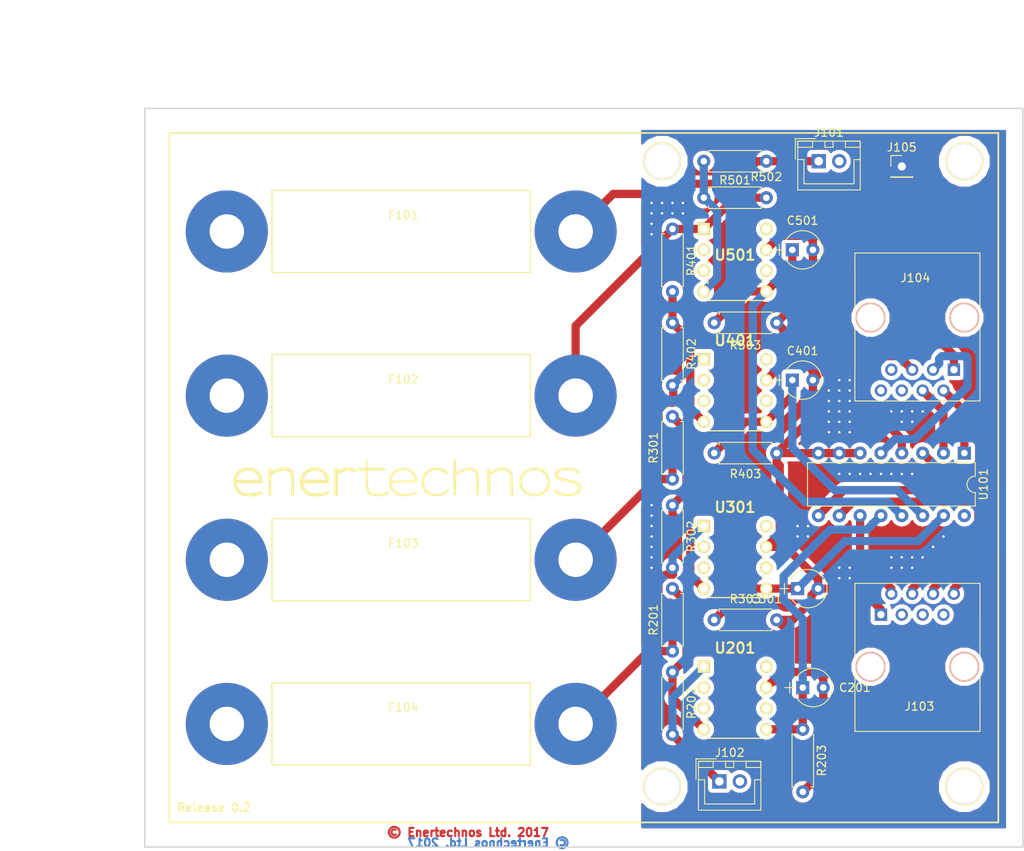
<source format=kicad_pcb>
(kicad_pcb (version 4) (host pcbnew 4.0.7)

  (general
    (links 0)
    (no_connects 0)
    (area 49.924999 84.924999 157.075001 175.075001)
    (thickness 1.6)
    (drawings 17)
    (tracks 193)
    (zones 0)
    (modules 100)
    (nets 35)
  )

  (page A4)
  (title_block
    (title "Fuse Board")
    (date 2018-01-04)
    (rev "Release 0.1a")
    (company "Enertechnos Ltd.")
    (comment 1 "APPROVED for Prototype")
  )

  (layers
    (0 F.Cu signal)
    (31 B.Cu signal)
    (32 B.Adhes user)
    (33 F.Adhes user)
    (34 B.Paste user)
    (35 F.Paste user)
    (36 B.SilkS user)
    (37 F.SilkS user)
    (38 B.Mask user)
    (39 F.Mask user)
    (40 Dwgs.User user)
    (41 Cmts.User user)
    (42 Eco1.User user)
    (43 Eco2.User user)
    (44 Edge.Cuts user)
    (45 Margin user)
    (46 B.CrtYd user)
    (47 F.CrtYd user)
    (48 B.Fab user)
    (49 F.Fab user)
  )

  (setup
    (last_trace_width 1)
    (trace_clearance 0.4)
    (zone_clearance 0.508)
    (zone_45_only no)
    (trace_min 0.2)
    (segment_width 0.2)
    (edge_width 0.15)
    (via_size 1.5)
    (via_drill 1)
    (via_min_size 0.4)
    (via_min_drill 0.3)
    (uvia_size 1)
    (uvia_drill 0.5)
    (uvias_allowed no)
    (uvia_min_size 0.2)
    (uvia_min_drill 0.1)
    (pcb_text_width 0.3)
    (pcb_text_size 1.5 1.5)
    (mod_edge_width 0.15)
    (mod_text_size 1 1)
    (mod_text_width 0.15)
    (pad_size 6 6)
    (pad_drill 3.2)
    (pad_to_mask_clearance 0.2)
    (aux_axis_origin 50 175)
    (visible_elements 7FFFEF7F)
    (pcbplotparams
      (layerselection 0x010e0_80000001)
      (usegerberextensions false)
      (excludeedgelayer true)
      (linewidth 0.100000)
      (plotframeref false)
      (viasonmask false)
      (mode 1)
      (useauxorigin true)
      (hpglpennumber 1)
      (hpglpenspeed 20)
      (hpglpendiameter 15)
      (hpglpenoverlay 2)
      (psnegative false)
      (psa4output false)
      (plotreference true)
      (plotvalue true)
      (plotinvisibletext false)
      (padsonsilk false)
      (subtractmaskfromsilk false)
      (outputformat 1)
      (mirror false)
      (drillshape 0)
      (scaleselection 1)
      (outputdirectory Plot/))
  )

  (net 0 "")
  (net 1 /VoltMeter1/+VE)
  (net 2 /VoltMeter2/+VE)
  (net 3 /VoltMeter3/+VE)
  (net 4 ARD_GND)
  (net 5 /VoltMeter4/+VE)
  (net 6 "Net-(R201-Pad2)")
  (net 7 "Net-(R301-Pad2)")
  (net 8 "Net-(R401-Pad2)")
  (net 9 "Net-(R501-Pad2)")
  (net 10 A)
  (net 11 B)
  (net 12 C)
  (net 13 COM)
  (net 14 V5)
  (net 15 V7)
  (net 16 V8)
  (net 17 V4)
  (net 18 V6)
  (net 19 V1)
  (net 20 V2)
  (net 21 V3)
  (net 22 /VoltMeter4/-VE)
  (net 23 "Net-(F101-Pad2)")
  (net 24 "Net-(F102-Pad2)")
  (net 25 "Net-(F103-Pad2)")
  (net 26 "Net-(F104-Pad2)")
  (net 27 ARD_VDD)
  (net 28 "Net-(J103-Pad5)")
  (net 29 "Net-(J103-Pad7)")
  (net 30 "Net-(J104-Pad6)")
  (net 31 "Net-(J104-Pad7)")
  (net 32 "Net-(J104-Pad8)")
  (net 33 ARD_VSS)
  (net 34 Earth)

  (net_class Default "This is the default net class."
    (clearance 0.4)
    (trace_width 1)
    (via_dia 1.5)
    (via_drill 1)
    (uvia_dia 1)
    (uvia_drill 0.5)
    (add_net /VoltMeter1/+VE)
    (add_net /VoltMeter2/+VE)
    (add_net /VoltMeter3/+VE)
    (add_net /VoltMeter4/+VE)
    (add_net /VoltMeter4/-VE)
    (add_net A)
    (add_net ARD_GND)
    (add_net ARD_VDD)
    (add_net ARD_VSS)
    (add_net B)
    (add_net C)
    (add_net COM)
    (add_net Earth)
    (add_net "Net-(F101-Pad2)")
    (add_net "Net-(F102-Pad2)")
    (add_net "Net-(F103-Pad2)")
    (add_net "Net-(F104-Pad2)")
    (add_net "Net-(J103-Pad5)")
    (add_net "Net-(J103-Pad7)")
    (add_net "Net-(J104-Pad6)")
    (add_net "Net-(J104-Pad7)")
    (add_net "Net-(J104-Pad8)")
    (add_net "Net-(R201-Pad2)")
    (add_net "Net-(R301-Pad2)")
    (add_net "Net-(R401-Pad2)")
    (add_net "Net-(R501-Pad2)")
    (add_net V1)
    (add_net V2)
    (add_net V3)
    (add_net V4)
    (add_net V5)
    (add_net V6)
    (add_net V7)
    (add_net V8)
  )

  (module PartsLibraries:MicroVia (layer F.Cu) (tedit 5AC632A5) (tstamp 5AC63D77)
    (at 111.76 100.33)
    (fp_text reference REF** (at 0 -2.54) (layer F.SilkS) hide
      (effects (font (size 1 1) (thickness 0.15)))
    )
    (fp_text value MicroVia (at 0 2.54) (layer F.Fab) hide
      (effects (font (size 1 1) (thickness 0.15)))
    )
    (pad 1 thru_hole circle (at 0 0) (size 0.6 0.6) (drill 0.3) (layers *.Cu)
      (net 34 Earth) (zone_connect 2))
  )

  (module PartsLibraries:MicroVia (layer F.Cu) (tedit 5AC632A5) (tstamp 5AC63D73)
    (at 111.76 99.06)
    (fp_text reference REF** (at 0 -2.54) (layer F.SilkS) hide
      (effects (font (size 1 1) (thickness 0.15)))
    )
    (fp_text value MicroVia (at 0 2.54) (layer F.Fab) hide
      (effects (font (size 1 1) (thickness 0.15)))
    )
    (pad 1 thru_hole circle (at 0 0) (size 0.6 0.6) (drill 0.3) (layers *.Cu)
      (net 34 Earth) (zone_connect 2))
  )

  (module PartsLibraries:MicroVia (layer F.Cu) (tedit 5AC632A5) (tstamp 5AC63D6D)
    (at 111.76 96.52)
    (fp_text reference REF** (at 0 -2.54) (layer F.SilkS) hide
      (effects (font (size 1 1) (thickness 0.15)))
    )
    (fp_text value MicroVia (at 0 2.54) (layer F.Fab) hide
      (effects (font (size 1 1) (thickness 0.15)))
    )
    (pad 1 thru_hole circle (at 0 0) (size 0.6 0.6) (drill 0.3) (layers *.Cu)
      (net 34 Earth) (zone_connect 2))
  )

  (module PartsLibraries:MicroVia (layer F.Cu) (tedit 5AC632A5) (tstamp 5AC63D69)
    (at 113.03 96.52)
    (fp_text reference REF** (at 0 -2.54) (layer F.SilkS) hide
      (effects (font (size 1 1) (thickness 0.15)))
    )
    (fp_text value MicroVia (at 0 2.54) (layer F.Fab) hide
      (effects (font (size 1 1) (thickness 0.15)))
    )
    (pad 1 thru_hole circle (at 0 0) (size 0.6 0.6) (drill 0.3) (layers *.Cu)
      (net 34 Earth) (zone_connect 2))
  )

  (module PartsLibraries:MicroVia (layer F.Cu) (tedit 5AC632A5) (tstamp 5AC63D65)
    (at 111.76 97.79)
    (fp_text reference REF** (at 0 -2.54) (layer F.SilkS) hide
      (effects (font (size 1 1) (thickness 0.15)))
    )
    (fp_text value MicroVia (at 0 2.54) (layer F.Fab) hide
      (effects (font (size 1 1) (thickness 0.15)))
    )
    (pad 1 thru_hole circle (at 0 0) (size 0.6 0.6) (drill 0.3) (layers *.Cu)
      (net 34 Earth) (zone_connect 2))
  )

  (module PartsLibraries:MicroVia (layer F.Cu) (tedit 5AC632A5) (tstamp 5AC63D61)
    (at 113.03 97.79)
    (fp_text reference REF** (at 0 -2.54) (layer F.SilkS) hide
      (effects (font (size 1 1) (thickness 0.15)))
    )
    (fp_text value MicroVia (at 0 2.54) (layer F.Fab) hide
      (effects (font (size 1 1) (thickness 0.15)))
    )
    (pad 1 thru_hole circle (at 0 0) (size 0.6 0.6) (drill 0.3) (layers *.Cu)
      (net 34 Earth) (zone_connect 2))
  )

  (module PartsLibraries:MicroVia (layer F.Cu) (tedit 5AC632A5) (tstamp 5AC63D5D)
    (at 114.3 96.52)
    (fp_text reference REF** (at 0 -2.54) (layer F.SilkS) hide
      (effects (font (size 1 1) (thickness 0.15)))
    )
    (fp_text value MicroVia (at 0 2.54) (layer F.Fab) hide
      (effects (font (size 1 1) (thickness 0.15)))
    )
    (pad 1 thru_hole circle (at 0 0) (size 0.6 0.6) (drill 0.3) (layers *.Cu)
      (net 34 Earth) (zone_connect 2))
  )

  (module PartsLibraries:MicroVia (layer F.Cu) (tedit 5AC632A5) (tstamp 5AC63D59)
    (at 115.57 96.52)
    (fp_text reference REF** (at 0 -2.54) (layer F.SilkS) hide
      (effects (font (size 1 1) (thickness 0.15)))
    )
    (fp_text value MicroVia (at 0 2.54) (layer F.Fab) hide
      (effects (font (size 1 1) (thickness 0.15)))
    )
    (pad 1 thru_hole circle (at 0 0) (size 0.6 0.6) (drill 0.3) (layers *.Cu)
      (net 34 Earth) (zone_connect 2))
  )

  (module PartsLibraries:MicroVia (layer F.Cu) (tedit 5AC632A5) (tstamp 5AC63D55)
    (at 114.3 97.79)
    (fp_text reference REF** (at 0 -2.54) (layer F.SilkS) hide
      (effects (font (size 1 1) (thickness 0.15)))
    )
    (fp_text value MicroVia (at 0 2.54) (layer F.Fab) hide
      (effects (font (size 1 1) (thickness 0.15)))
    )
    (pad 1 thru_hole circle (at 0 0) (size 0.6 0.6) (drill 0.3) (layers *.Cu)
      (net 34 Earth) (zone_connect 2))
  )

  (module PartsLibraries:MicroVia (layer F.Cu) (tedit 5AC632A5) (tstamp 5AC63D51)
    (at 115.57 97.79)
    (fp_text reference REF** (at 0 -2.54) (layer F.SilkS) hide
      (effects (font (size 1 1) (thickness 0.15)))
    )
    (fp_text value MicroVia (at 0 2.54) (layer F.Fab) hide
      (effects (font (size 1 1) (thickness 0.15)))
    )
    (pad 1 thru_hole circle (at 0 0) (size 0.6 0.6) (drill 0.3) (layers *.Cu)
      (net 34 Earth) (zone_connect 2))
  )

  (module PartsLibraries:MicroVia (layer F.Cu) (tedit 5AC632A5) (tstamp 5AC63D3F)
    (at 140.97 121.92)
    (fp_text reference REF** (at 0 -2.54) (layer F.SilkS) hide
      (effects (font (size 1 1) (thickness 0.15)))
    )
    (fp_text value MicroVia (at 0 2.54) (layer F.Fab) hide
      (effects (font (size 1 1) (thickness 0.15)))
    )
    (pad 1 thru_hole circle (at 0 0) (size 0.6 0.6) (drill 0.3) (layers *.Cu)
      (net 34 Earth) (zone_connect 2))
  )

  (module PartsLibraries:MicroVia (layer F.Cu) (tedit 5AC632A5) (tstamp 5AC63D3B)
    (at 142.24 123.19)
    (fp_text reference REF** (at 0 -2.54) (layer F.SilkS) hide
      (effects (font (size 1 1) (thickness 0.15)))
    )
    (fp_text value MicroVia (at 0 2.54) (layer F.Fab) hide
      (effects (font (size 1 1) (thickness 0.15)))
    )
    (pad 1 thru_hole circle (at 0 0) (size 0.6 0.6) (drill 0.3) (layers *.Cu)
      (net 34 Earth) (zone_connect 2))
  )

  (module PartsLibraries:MicroVia (layer F.Cu) (tedit 5AC632A5) (tstamp 5AC63D37)
    (at 143.51 123.19)
    (fp_text reference REF** (at 0 -2.54) (layer F.SilkS) hide
      (effects (font (size 1 1) (thickness 0.15)))
    )
    (fp_text value MicroVia (at 0 2.54) (layer F.Fab) hide
      (effects (font (size 1 1) (thickness 0.15)))
    )
    (pad 1 thru_hole circle (at 0 0) (size 0.6 0.6) (drill 0.3) (layers *.Cu)
      (net 34 Earth) (zone_connect 2))
  )

  (module PartsLibraries:MicroVia (layer F.Cu) (tedit 5AC632A5) (tstamp 5AC63D33)
    (at 144.78 121.92)
    (fp_text reference REF** (at 0 -2.54) (layer F.SilkS) hide
      (effects (font (size 1 1) (thickness 0.15)))
    )
    (fp_text value MicroVia (at 0 2.54) (layer F.Fab) hide
      (effects (font (size 1 1) (thickness 0.15)))
    )
    (pad 1 thru_hole circle (at 0 0) (size 0.6 0.6) (drill 0.3) (layers *.Cu)
      (net 34 Earth) (zone_connect 2))
  )

  (module PartsLibraries:MicroVia (layer F.Cu) (tedit 5AC632A5) (tstamp 5AC63D2F)
    (at 142.24 121.92)
    (fp_text reference REF** (at 0 -2.54) (layer F.SilkS) hide
      (effects (font (size 1 1) (thickness 0.15)))
    )
    (fp_text value MicroVia (at 0 2.54) (layer F.Fab) hide
      (effects (font (size 1 1) (thickness 0.15)))
    )
    (pad 1 thru_hole circle (at 0 0) (size 0.6 0.6) (drill 0.3) (layers *.Cu)
      (net 34 Earth) (zone_connect 2))
  )

  (module PartsLibraries:MicroVia (layer F.Cu) (tedit 5AC632A5) (tstamp 5AC63D2B)
    (at 143.51 121.92)
    (fp_text reference REF** (at 0 -2.54) (layer F.SilkS) hide
      (effects (font (size 1 1) (thickness 0.15)))
    )
    (fp_text value MicroVia (at 0 2.54) (layer F.Fab) hide
      (effects (font (size 1 1) (thickness 0.15)))
    )
    (pad 1 thru_hole circle (at 0 0) (size 0.6 0.6) (drill 0.3) (layers *.Cu)
      (net 34 Earth) (zone_connect 2))
  )

  (module PartsLibraries:MicroVia (layer F.Cu) (tedit 5AC632A5) (tstamp 5AC63D13)
    (at 111.76 137.16 90)
    (fp_text reference REF** (at 0 -2.54 90) (layer F.SilkS) hide
      (effects (font (size 1 1) (thickness 0.15)))
    )
    (fp_text value MicroVia (at 0 2.54 90) (layer F.Fab) hide
      (effects (font (size 1 1) (thickness 0.15)))
    )
    (pad 1 thru_hole circle (at 0 0 90) (size 0.6 0.6) (drill 0.3) (layers *.Cu)
      (net 34 Earth) (zone_connect 2))
  )

  (module PartsLibraries:MicroVia (layer F.Cu) (tedit 5AC632A5) (tstamp 5AC63D0F)
    (at 111.76 134.62 90)
    (fp_text reference REF** (at 0 -2.54 90) (layer F.SilkS) hide
      (effects (font (size 1 1) (thickness 0.15)))
    )
    (fp_text value MicroVia (at 0 2.54 90) (layer F.Fab) hide
      (effects (font (size 1 1) (thickness 0.15)))
    )
    (pad 1 thru_hole circle (at 0 0 90) (size 0.6 0.6) (drill 0.3) (layers *.Cu)
      (net 34 Earth) (zone_connect 2))
  )

  (module PartsLibraries:MicroVia (layer F.Cu) (tedit 5AC632A5) (tstamp 5AC63D0B)
    (at 111.76 135.89 90)
    (fp_text reference REF** (at 0 -2.54 90) (layer F.SilkS) hide
      (effects (font (size 1 1) (thickness 0.15)))
    )
    (fp_text value MicroVia (at 0 2.54 90) (layer F.Fab) hide
      (effects (font (size 1 1) (thickness 0.15)))
    )
    (pad 1 thru_hole circle (at 0 0 90) (size 0.6 0.6) (drill 0.3) (layers *.Cu)
      (net 34 Earth) (zone_connect 2))
  )

  (module PartsLibraries:MicroVia (layer F.Cu) (tedit 5AC632A5) (tstamp 5AC63D07)
    (at 111.76 138.43 90)
    (fp_text reference REF** (at 0 -2.54 90) (layer F.SilkS) hide
      (effects (font (size 1 1) (thickness 0.15)))
    )
    (fp_text value MicroVia (at 0 2.54 90) (layer F.Fab) hide
      (effects (font (size 1 1) (thickness 0.15)))
    )
    (pad 1 thru_hole circle (at 0 0 90) (size 0.6 0.6) (drill 0.3) (layers *.Cu)
      (net 34 Earth) (zone_connect 2))
  )

  (module PartsLibraries:MicroVia (layer F.Cu) (tedit 5AC632A5) (tstamp 5AC63D03)
    (at 111.76 133.35 90)
    (fp_text reference REF** (at 0 -2.54 90) (layer F.SilkS) hide
      (effects (font (size 1 1) (thickness 0.15)))
    )
    (fp_text value MicroVia (at 0 2.54 90) (layer F.Fab) hide
      (effects (font (size 1 1) (thickness 0.15)))
    )
    (pad 1 thru_hole circle (at 0 0 90) (size 0.6 0.6) (drill 0.3) (layers *.Cu)
      (net 34 Earth) (zone_connect 2))
  )

  (module PartsLibraries:MicroVia (layer F.Cu) (tedit 5AC632A5) (tstamp 5AC63CFF)
    (at 111.76 139.7 90)
    (fp_text reference REF** (at 0 -2.54 90) (layer F.SilkS) hide
      (effects (font (size 1 1) (thickness 0.15)))
    )
    (fp_text value MicroVia (at 0 2.54 90) (layer F.Fab) hide
      (effects (font (size 1 1) (thickness 0.15)))
    )
    (pad 1 thru_hole circle (at 0 0 90) (size 0.6 0.6) (drill 0.3) (layers *.Cu)
      (net 34 Earth) (zone_connect 2))
  )

  (module PartsLibraries:MicroVia (layer F.Cu) (tedit 5AC632A5) (tstamp 5AC63CF7)
    (at 111.76 140.97 90)
    (fp_text reference REF** (at 0 -2.54 90) (layer F.SilkS) hide
      (effects (font (size 1 1) (thickness 0.15)))
    )
    (fp_text value MicroVia (at 0 2.54 90) (layer F.Fab) hide
      (effects (font (size 1 1) (thickness 0.15)))
    )
    (pad 1 thru_hole circle (at 0 0 90) (size 0.6 0.6) (drill 0.3) (layers *.Cu)
      (net 34 Earth) (zone_connect 2))
  )

  (module PartsLibraries:MicroVia (layer F.Cu) (tedit 5AC632A5) (tstamp 5AC63CF0)
    (at 143.51 129.54)
    (fp_text reference REF** (at 0 -2.54) (layer F.SilkS) hide
      (effects (font (size 1 1) (thickness 0.15)))
    )
    (fp_text value MicroVia (at 0 2.54) (layer F.Fab) hide
      (effects (font (size 1 1) (thickness 0.15)))
    )
    (pad 1 thru_hole circle (at 0 0) (size 0.6 0.6) (drill 0.3) (layers *.Cu)
      (net 34 Earth) (zone_connect 2))
  )

  (module PartsLibraries:MicroVia (layer F.Cu) (tedit 5AC632A5) (tstamp 5AC63CEC)
    (at 142.24 129.54)
    (fp_text reference REF** (at 0 -2.54) (layer F.SilkS) hide
      (effects (font (size 1 1) (thickness 0.15)))
    )
    (fp_text value MicroVia (at 0 2.54) (layer F.Fab) hide
      (effects (font (size 1 1) (thickness 0.15)))
    )
    (pad 1 thru_hole circle (at 0 0) (size 0.6 0.6) (drill 0.3) (layers *.Cu)
      (net 34 Earth) (zone_connect 2))
  )

  (module PartsLibraries:MicroVia (layer F.Cu) (tedit 5AC632A5) (tstamp 5AC63CE8)
    (at 140.97 129.54)
    (fp_text reference REF** (at 0 -2.54) (layer F.SilkS) hide
      (effects (font (size 1 1) (thickness 0.15)))
    )
    (fp_text value MicroVia (at 0 2.54) (layer F.Fab) hide
      (effects (font (size 1 1) (thickness 0.15)))
    )
    (pad 1 thru_hole circle (at 0 0) (size 0.6 0.6) (drill 0.3) (layers *.Cu)
      (net 34 Earth) (zone_connect 2))
  )

  (module PartsLibraries:MicroVia (layer F.Cu) (tedit 5AC632A5) (tstamp 5AC63CE4)
    (at 139.7 129.54)
    (fp_text reference REF** (at 0 -2.54) (layer F.SilkS) hide
      (effects (font (size 1 1) (thickness 0.15)))
    )
    (fp_text value MicroVia (at 0 2.54) (layer F.Fab) hide
      (effects (font (size 1 1) (thickness 0.15)))
    )
    (pad 1 thru_hole circle (at 0 0) (size 0.6 0.6) (drill 0.3) (layers *.Cu)
      (net 34 Earth) (zone_connect 2))
  )

  (module PartsLibraries:MicroVia (layer F.Cu) (tedit 5AC632A5) (tstamp 5AC63C79)
    (at 135.89 129.54)
    (fp_text reference REF** (at 0 -2.54) (layer F.SilkS) hide
      (effects (font (size 1 1) (thickness 0.15)))
    )
    (fp_text value MicroVia (at 0 2.54) (layer F.Fab) hide
      (effects (font (size 1 1) (thickness 0.15)))
    )
    (pad 1 thru_hole circle (at 0 0) (size 0.6 0.6) (drill 0.3) (layers *.Cu)
      (net 34 Earth) (zone_connect 2))
  )

  (module PartsLibraries:MicroVia (layer F.Cu) (tedit 5AC632A5) (tstamp 5AC63C75)
    (at 137.16 129.54)
    (fp_text reference REF** (at 0 -2.54) (layer F.SilkS) hide
      (effects (font (size 1 1) (thickness 0.15)))
    )
    (fp_text value MicroVia (at 0 2.54) (layer F.Fab) hide
      (effects (font (size 1 1) (thickness 0.15)))
    )
    (pad 1 thru_hole circle (at 0 0) (size 0.6 0.6) (drill 0.3) (layers *.Cu)
      (net 34 Earth) (zone_connect 2))
  )

  (module PartsLibraries:MicroVia (layer F.Cu) (tedit 5AC632A5) (tstamp 5AC63C71)
    (at 138.43 129.54)
    (fp_text reference REF** (at 0 -2.54) (layer F.SilkS) hide
      (effects (font (size 1 1) (thickness 0.15)))
    )
    (fp_text value MicroVia (at 0 2.54) (layer F.Fab) hide
      (effects (font (size 1 1) (thickness 0.15)))
    )
    (pad 1 thru_hole circle (at 0 0) (size 0.6 0.6) (drill 0.3) (layers *.Cu)
      (net 34 Earth) (zone_connect 2))
  )

  (module PartsLibraries:MicroVia (layer F.Cu) (tedit 5AC632A5) (tstamp 5AC63C6D)
    (at 134.62 129.54)
    (fp_text reference REF** (at 0 -2.54) (layer F.SilkS) hide
      (effects (font (size 1 1) (thickness 0.15)))
    )
    (fp_text value MicroVia (at 0 2.54) (layer F.Fab) hide
      (effects (font (size 1 1) (thickness 0.15)))
    )
    (pad 1 thru_hole circle (at 0 0) (size 0.6 0.6) (drill 0.3) (layers *.Cu)
      (net 34 Earth) (zone_connect 2))
  )

  (module PartsLibraries:MicroVia (layer F.Cu) (tedit 5AC632A5) (tstamp 5AC63C69)
    (at 130.81 135.89)
    (fp_text reference REF** (at 0 -2.54) (layer F.SilkS) hide
      (effects (font (size 1 1) (thickness 0.15)))
    )
    (fp_text value MicroVia (at 0 2.54) (layer F.Fab) hide
      (effects (font (size 1 1) (thickness 0.15)))
    )
    (pad 1 thru_hole circle (at 0 0) (size 0.6 0.6) (drill 0.3) (layers *.Cu)
      (net 34 Earth) (zone_connect 2))
  )

  (module PartsLibraries:MicroVia (layer F.Cu) (tedit 5AC632A5) (tstamp 5AC63C65)
    (at 129.54 137.16)
    (fp_text reference REF** (at 0 -2.54) (layer F.SilkS) hide
      (effects (font (size 1 1) (thickness 0.15)))
    )
    (fp_text value MicroVia (at 0 2.54) (layer F.Fab) hide
      (effects (font (size 1 1) (thickness 0.15)))
    )
    (pad 1 thru_hole circle (at 0 0) (size 0.6 0.6) (drill 0.3) (layers *.Cu)
      (net 34 Earth) (zone_connect 2))
  )

  (module PartsLibraries:MicroVia (layer F.Cu) (tedit 5AC632A5) (tstamp 5AC63C61)
    (at 130.81 137.16)
    (fp_text reference REF** (at 0 -2.54) (layer F.SilkS) hide
      (effects (font (size 1 1) (thickness 0.15)))
    )
    (fp_text value MicroVia (at 0 2.54) (layer F.Fab) hide
      (effects (font (size 1 1) (thickness 0.15)))
    )
    (pad 1 thru_hole circle (at 0 0) (size 0.6 0.6) (drill 0.3) (layers *.Cu)
      (net 34 Earth) (zone_connect 2))
  )

  (module PartsLibraries:MicroVia (layer F.Cu) (tedit 5AC632A5) (tstamp 5AC63C5D)
    (at 129.54 135.89)
    (fp_text reference REF** (at 0 -2.54) (layer F.SilkS) hide
      (effects (font (size 1 1) (thickness 0.15)))
    )
    (fp_text value MicroVia (at 0 2.54) (layer F.Fab) hide
      (effects (font (size 1 1) (thickness 0.15)))
    )
    (pad 1 thru_hole circle (at 0 0) (size 0.6 0.6) (drill 0.3) (layers *.Cu)
      (net 34 Earth) (zone_connect 2))
  )

  (module PartsLibraries:MicroVia (layer F.Cu) (tedit 5AC632A5) (tstamp 5AC63C59)
    (at 135.89 140.97)
    (fp_text reference REF** (at 0 -2.54) (layer F.SilkS) hide
      (effects (font (size 1 1) (thickness 0.15)))
    )
    (fp_text value MicroVia (at 0 2.54) (layer F.Fab) hide
      (effects (font (size 1 1) (thickness 0.15)))
    )
    (pad 1 thru_hole circle (at 0 0) (size 0.6 0.6) (drill 0.3) (layers *.Cu)
      (net 34 Earth) (zone_connect 2))
  )

  (module PartsLibraries:MicroVia (layer F.Cu) (tedit 5AC632A5) (tstamp 5AC63C55)
    (at 134.62 142.24)
    (fp_text reference REF** (at 0 -2.54) (layer F.SilkS) hide
      (effects (font (size 1 1) (thickness 0.15)))
    )
    (fp_text value MicroVia (at 0 2.54) (layer F.Fab) hide
      (effects (font (size 1 1) (thickness 0.15)))
    )
    (pad 1 thru_hole circle (at 0 0) (size 0.6 0.6) (drill 0.3) (layers *.Cu)
      (net 34 Earth) (zone_connect 2))
  )

  (module PartsLibraries:MicroVia (layer F.Cu) (tedit 5AC632A5) (tstamp 5AC63C51)
    (at 135.89 142.24)
    (fp_text reference REF** (at 0 -2.54) (layer F.SilkS) hide
      (effects (font (size 1 1) (thickness 0.15)))
    )
    (fp_text value MicroVia (at 0 2.54) (layer F.Fab) hide
      (effects (font (size 1 1) (thickness 0.15)))
    )
    (pad 1 thru_hole circle (at 0 0) (size 0.6 0.6) (drill 0.3) (layers *.Cu)
      (net 34 Earth) (zone_connect 2))
  )

  (module PartsLibraries:MicroVia (layer F.Cu) (tedit 5AC632A5) (tstamp 5AC63C4D)
    (at 134.62 140.97)
    (fp_text reference REF** (at 0 -2.54) (layer F.SilkS) hide
      (effects (font (size 1 1) (thickness 0.15)))
    )
    (fp_text value MicroVia (at 0 2.54) (layer F.Fab) hide
      (effects (font (size 1 1) (thickness 0.15)))
    )
    (pad 1 thru_hole circle (at 0 0) (size 0.6 0.6) (drill 0.3) (layers *.Cu)
      (net 34 Earth) (zone_connect 2))
  )

  (module PartsLibraries:MicroVia (layer F.Cu) (tedit 5AC632A5) (tstamp 5AC63C2E)
    (at 147.32 137.16)
    (fp_text reference REF** (at 0 -2.54) (layer F.SilkS) hide
      (effects (font (size 1 1) (thickness 0.15)))
    )
    (fp_text value MicroVia (at 0 2.54) (layer F.Fab) hide
      (effects (font (size 1 1) (thickness 0.15)))
    )
    (pad 1 thru_hole circle (at 0 0) (size 0.6 0.6) (drill 0.3) (layers *.Cu)
      (net 34 Earth) (zone_connect 2))
  )

  (module PartsLibraries:MicroVia (layer F.Cu) (tedit 5AC632A5) (tstamp 5AC63C2A)
    (at 146.05 138.43)
    (fp_text reference REF** (at 0 -2.54) (layer F.SilkS) hide
      (effects (font (size 1 1) (thickness 0.15)))
    )
    (fp_text value MicroVia (at 0 2.54) (layer F.Fab) hide
      (effects (font (size 1 1) (thickness 0.15)))
    )
    (pad 1 thru_hole circle (at 0 0) (size 0.6 0.6) (drill 0.3) (layers *.Cu)
      (net 34 Earth) (zone_connect 2))
  )

  (module PartsLibraries:MicroVia (layer F.Cu) (tedit 5AC632A5) (tstamp 5AC63C26)
    (at 144.78 139.7)
    (fp_text reference REF** (at 0 -2.54) (layer F.SilkS) hide
      (effects (font (size 1 1) (thickness 0.15)))
    )
    (fp_text value MicroVia (at 0 2.54) (layer F.Fab) hide
      (effects (font (size 1 1) (thickness 0.15)))
    )
    (pad 1 thru_hole circle (at 0 0) (size 0.6 0.6) (drill 0.3) (layers *.Cu)
      (net 34 Earth) (zone_connect 2))
  )

  (module PartsLibraries:MicroVia (layer F.Cu) (tedit 5AC632A5) (tstamp 5AC63C22)
    (at 143.51 139.7)
    (fp_text reference REF** (at 0 -2.54) (layer F.SilkS) hide
      (effects (font (size 1 1) (thickness 0.15)))
    )
    (fp_text value MicroVia (at 0 2.54) (layer F.Fab) hide
      (effects (font (size 1 1) (thickness 0.15)))
    )
    (pad 1 thru_hole circle (at 0 0) (size 0.6 0.6) (drill 0.3) (layers *.Cu)
      (net 34 Earth) (zone_connect 2))
  )

  (module PartsLibraries:MicroVia (layer F.Cu) (tedit 5AC632A5) (tstamp 5AC63C1E)
    (at 140.97 139.7)
    (fp_text reference REF** (at 0 -2.54) (layer F.SilkS) hide
      (effects (font (size 1 1) (thickness 0.15)))
    )
    (fp_text value MicroVia (at 0 2.54) (layer F.Fab) hide
      (effects (font (size 1 1) (thickness 0.15)))
    )
    (pad 1 thru_hole circle (at 0 0) (size 0.6 0.6) (drill 0.3) (layers *.Cu)
      (net 34 Earth) (zone_connect 2))
  )

  (module PartsLibraries:MicroVia (layer F.Cu) (tedit 5AC632A5) (tstamp 5AC63C1A)
    (at 142.24 140.97)
    (fp_text reference REF** (at 0 -2.54) (layer F.SilkS) hide
      (effects (font (size 1 1) (thickness 0.15)))
    )
    (fp_text value MicroVia (at 0 2.54) (layer F.Fab) hide
      (effects (font (size 1 1) (thickness 0.15)))
    )
    (pad 1 thru_hole circle (at 0 0) (size 0.6 0.6) (drill 0.3) (layers *.Cu)
      (net 34 Earth) (zone_connect 2))
  )

  (module PartsLibraries:MicroVia (layer F.Cu) (tedit 5AC632A5) (tstamp 5AC63C16)
    (at 140.97 140.97)
    (fp_text reference REF** (at 0 -2.54) (layer F.SilkS) hide
      (effects (font (size 1 1) (thickness 0.15)))
    )
    (fp_text value MicroVia (at 0 2.54) (layer F.Fab) hide
      (effects (font (size 1 1) (thickness 0.15)))
    )
    (pad 1 thru_hole circle (at 0 0) (size 0.6 0.6) (drill 0.3) (layers *.Cu)
      (net 34 Earth) (zone_connect 2))
  )

  (module PartsLibraries:MicroVia (layer F.Cu) (tedit 5AC632A5) (tstamp 5AC63C12)
    (at 143.51 140.97)
    (fp_text reference REF** (at 0 -2.54) (layer F.SilkS) hide
      (effects (font (size 1 1) (thickness 0.15)))
    )
    (fp_text value MicroVia (at 0 2.54) (layer F.Fab) hide
      (effects (font (size 1 1) (thickness 0.15)))
    )
    (pad 1 thru_hole circle (at 0 0) (size 0.6 0.6) (drill 0.3) (layers *.Cu)
      (net 34 Earth) (zone_connect 2))
  )

  (module PartsLibraries:MicroVia (layer F.Cu) (tedit 5AC632A5) (tstamp 5AC63C0E)
    (at 142.24 139.7)
    (fp_text reference REF** (at 0 -2.54) (layer F.SilkS) hide
      (effects (font (size 1 1) (thickness 0.15)))
    )
    (fp_text value MicroVia (at 0 2.54) (layer F.Fab) hide
      (effects (font (size 1 1) (thickness 0.15)))
    )
    (pad 1 thru_hole circle (at 0 0) (size 0.6 0.6) (drill 0.3) (layers *.Cu)
      (net 34 Earth) (zone_connect 2))
  )

  (module PartsLibraries:MicroVia (layer F.Cu) (tedit 5AC632A5) (tstamp 5AC63C07)
    (at 135.89 124.46)
    (fp_text reference REF** (at 0 -2.54) (layer F.SilkS) hide
      (effects (font (size 1 1) (thickness 0.15)))
    )
    (fp_text value MicroVia (at 0 2.54) (layer F.Fab) hide
      (effects (font (size 1 1) (thickness 0.15)))
    )
    (pad 1 thru_hole circle (at 0 0) (size 0.6 0.6) (drill 0.3) (layers *.Cu)
      (net 34 Earth) (zone_connect 2))
  )

  (module PartsLibraries:MicroVia (layer F.Cu) (tedit 5AC632A5) (tstamp 5AC63C03)
    (at 133.35 124.46)
    (fp_text reference REF** (at 0 -2.54) (layer F.SilkS) hide
      (effects (font (size 1 1) (thickness 0.15)))
    )
    (fp_text value MicroVia (at 0 2.54) (layer F.Fab) hide
      (effects (font (size 1 1) (thickness 0.15)))
    )
    (pad 1 thru_hole circle (at 0 0) (size 0.6 0.6) (drill 0.3) (layers *.Cu)
      (net 34 Earth) (zone_connect 2))
  )

  (module PartsLibraries:MicroVia (layer F.Cu) (tedit 5AC632A5) (tstamp 5AC63BFF)
    (at 134.62 124.46)
    (fp_text reference REF** (at 0 -2.54) (layer F.SilkS) hide
      (effects (font (size 1 1) (thickness 0.15)))
    )
    (fp_text value MicroVia (at 0 2.54) (layer F.Fab) hide
      (effects (font (size 1 1) (thickness 0.15)))
    )
    (pad 1 thru_hole circle (at 0 0) (size 0.6 0.6) (drill 0.3) (layers *.Cu)
      (net 34 Earth) (zone_connect 2))
  )

  (module PartsLibraries:MicroVia (layer F.Cu) (tedit 5AC632A5) (tstamp 5AC63BFB)
    (at 135.89 123.19)
    (fp_text reference REF** (at 0 -2.54) (layer F.SilkS) hide
      (effects (font (size 1 1) (thickness 0.15)))
    )
    (fp_text value MicroVia (at 0 2.54) (layer F.Fab) hide
      (effects (font (size 1 1) (thickness 0.15)))
    )
    (pad 1 thru_hole circle (at 0 0) (size 0.6 0.6) (drill 0.3) (layers *.Cu)
      (net 34 Earth) (zone_connect 2))
  )

  (module PartsLibraries:MicroVia (layer F.Cu) (tedit 5AC632A5) (tstamp 5AC63BF7)
    (at 133.35 121.92)
    (fp_text reference REF** (at 0 -2.54) (layer F.SilkS) hide
      (effects (font (size 1 1) (thickness 0.15)))
    )
    (fp_text value MicroVia (at 0 2.54) (layer F.Fab) hide
      (effects (font (size 1 1) (thickness 0.15)))
    )
    (pad 1 thru_hole circle (at 0 0) (size 0.6 0.6) (drill 0.3) (layers *.Cu)
      (net 34 Earth) (zone_connect 2))
  )

  (module PartsLibraries:MicroVia (layer F.Cu) (tedit 5AC632A5) (tstamp 5AC63BF3)
    (at 133.35 123.19)
    (fp_text reference REF** (at 0 -2.54) (layer F.SilkS) hide
      (effects (font (size 1 1) (thickness 0.15)))
    )
    (fp_text value MicroVia (at 0 2.54) (layer F.Fab) hide
      (effects (font (size 1 1) (thickness 0.15)))
    )
    (pad 1 thru_hole circle (at 0 0) (size 0.6 0.6) (drill 0.3) (layers *.Cu)
      (net 34 Earth) (zone_connect 2))
  )

  (module PartsLibraries:MicroVia (layer F.Cu) (tedit 5AC632A5) (tstamp 5AC63BEF)
    (at 134.62 121.92)
    (fp_text reference REF** (at 0 -2.54) (layer F.SilkS) hide
      (effects (font (size 1 1) (thickness 0.15)))
    )
    (fp_text value MicroVia (at 0 2.54) (layer F.Fab) hide
      (effects (font (size 1 1) (thickness 0.15)))
    )
    (pad 1 thru_hole circle (at 0 0) (size 0.6 0.6) (drill 0.3) (layers *.Cu)
      (net 34 Earth) (zone_connect 2))
  )

  (module PartsLibraries:MicroVia (layer F.Cu) (tedit 5AC632A5) (tstamp 5AC63BEB)
    (at 134.62 123.19)
    (fp_text reference REF** (at 0 -2.54) (layer F.SilkS) hide
      (effects (font (size 1 1) (thickness 0.15)))
    )
    (fp_text value MicroVia (at 0 2.54) (layer F.Fab) hide
      (effects (font (size 1 1) (thickness 0.15)))
    )
    (pad 1 thru_hole circle (at 0 0) (size 0.6 0.6) (drill 0.3) (layers *.Cu)
      (net 34 Earth) (zone_connect 2))
  )

  (module PartsLibraries:MicroVia (layer F.Cu) (tedit 5AC632A5) (tstamp 5AC63BE7)
    (at 135.89 121.92)
    (fp_text reference REF** (at 0 -2.54) (layer F.SilkS) hide
      (effects (font (size 1 1) (thickness 0.15)))
    )
    (fp_text value MicroVia (at 0 2.54) (layer F.Fab) hide
      (effects (font (size 1 1) (thickness 0.15)))
    )
    (pad 1 thru_hole circle (at 0 0) (size 0.6 0.6) (drill 0.3) (layers *.Cu)
      (net 34 Earth) (zone_connect 2))
  )

  (module PartsLibraries:MicroVia (layer F.Cu) (tedit 5AC632A5) (tstamp 5AC63BB4)
    (at 135.89 120.65)
    (fp_text reference REF** (at 0 -2.54) (layer F.SilkS) hide
      (effects (font (size 1 1) (thickness 0.15)))
    )
    (fp_text value MicroVia (at 0 2.54) (layer F.Fab) hide
      (effects (font (size 1 1) (thickness 0.15)))
    )
    (pad 1 thru_hole circle (at 0 0) (size 0.6 0.6) (drill 0.3) (layers *.Cu)
      (net 34 Earth) (zone_connect 2))
  )

  (module PartsLibraries:MicroVia (layer F.Cu) (tedit 5AC632A5) (tstamp 5AC63BB0)
    (at 134.62 120.65)
    (fp_text reference REF** (at 0 -2.54) (layer F.SilkS) hide
      (effects (font (size 1 1) (thickness 0.15)))
    )
    (fp_text value MicroVia (at 0 2.54) (layer F.Fab) hide
      (effects (font (size 1 1) (thickness 0.15)))
    )
    (pad 1 thru_hole circle (at 0 0) (size 0.6 0.6) (drill 0.3) (layers *.Cu)
      (net 34 Earth) (zone_connect 2))
  )

  (module PartsLibraries:MicroVia (layer F.Cu) (tedit 5AC632A5) (tstamp 5AC63BAC)
    (at 133.35 120.65)
    (fp_text reference REF** (at 0 -2.54) (layer F.SilkS) hide
      (effects (font (size 1 1) (thickness 0.15)))
    )
    (fp_text value MicroVia (at 0 2.54) (layer F.Fab) hide
      (effects (font (size 1 1) (thickness 0.15)))
    )
    (pad 1 thru_hole circle (at 0 0) (size 0.6 0.6) (drill 0.3) (layers *.Cu)
      (net 34 Earth) (zone_connect 2))
  )

  (module PartsLibraries:MicroVia (layer F.Cu) (tedit 5AC632A5) (tstamp 5AC63BA8)
    (at 135.89 119.38)
    (fp_text reference REF** (at 0 -2.54) (layer F.SilkS) hide
      (effects (font (size 1 1) (thickness 0.15)))
    )
    (fp_text value MicroVia (at 0 2.54) (layer F.Fab) hide
      (effects (font (size 1 1) (thickness 0.15)))
    )
    (pad 1 thru_hole circle (at 0 0) (size 0.6 0.6) (drill 0.3) (layers *.Cu)
      (net 34 Earth) (zone_connect 2))
  )

  (module PartsLibraries:MicroVia (layer F.Cu) (tedit 5AC632A5) (tstamp 5AC63BA4)
    (at 134.62 119.38)
    (fp_text reference REF** (at 0 -2.54) (layer F.SilkS) hide
      (effects (font (size 1 1) (thickness 0.15)))
    )
    (fp_text value MicroVia (at 0 2.54) (layer F.Fab) hide
      (effects (font (size 1 1) (thickness 0.15)))
    )
    (pad 1 thru_hole circle (at 0 0) (size 0.6 0.6) (drill 0.3) (layers *.Cu)
      (net 34 Earth) (zone_connect 2))
  )

  (module PartsLibraries:MicroVia (layer F.Cu) (tedit 5AC632A5) (tstamp 5AC63BA0)
    (at 133.35 119.38)
    (fp_text reference REF** (at 0 -2.54) (layer F.SilkS) hide
      (effects (font (size 1 1) (thickness 0.15)))
    )
    (fp_text value MicroVia (at 0 2.54) (layer F.Fab) hide
      (effects (font (size 1 1) (thickness 0.15)))
    )
    (pad 1 thru_hole circle (at 0 0) (size 0.6 0.6) (drill 0.3) (layers *.Cu)
      (net 34 Earth) (zone_connect 2))
  )

  (module PartsLibraries:MicroVia (layer F.Cu) (tedit 5AC632A5) (tstamp 5AC63B9C)
    (at 135.89 118.11)
    (fp_text reference REF** (at 0 -2.54) (layer F.SilkS) hide
      (effects (font (size 1 1) (thickness 0.15)))
    )
    (fp_text value MicroVia (at 0 2.54) (layer F.Fab) hide
      (effects (font (size 1 1) (thickness 0.15)))
    )
    (pad 1 thru_hole circle (at 0 0) (size 0.6 0.6) (drill 0.3) (layers *.Cu)
      (net 34 Earth) (zone_connect 2))
  )

  (module PartsLibraries:MicroVia (layer F.Cu) (tedit 5AC632A5) (tstamp 5AC63B98)
    (at 134.62 118.11)
    (fp_text reference REF** (at 0 -2.54) (layer F.SilkS) hide
      (effects (font (size 1 1) (thickness 0.15)))
    )
    (fp_text value MicroVia (at 0 2.54) (layer F.Fab) hide
      (effects (font (size 1 1) (thickness 0.15)))
    )
    (pad 1 thru_hole circle (at 0 0) (size 0.6 0.6) (drill 0.3) (layers *.Cu)
      (net 34 Earth) (zone_connect 2))
  )

  (module Resistors_THT:R_Axial_DIN0207_L6.3mm_D2.5mm_P7.62mm_Horizontal placed (layer F.Cu) (tedit 5874F706) (tstamp 5A300473)
    (at 118.11 95.885)
    (descr "Resistor, Axial_DIN0207 series, Axial, Horizontal, pin pitch=7.62mm, 0.25W = 1/4W, length*diameter=6.3*2.5mm^2, http://cdn-reichelt.de/documents/datenblatt/B400/1_4W%23YAG.pdf")
    (tags "Resistor Axial_DIN0207 series Axial Horizontal pin pitch 7.62mm 0.25W = 1/4W length 6.3mm diameter 2.5mm")
    (path /59C5216A/59C4F970)
    (fp_text reference R502 (at 7.62 -2.54) (layer F.SilkS)
      (effects (font (size 1 1) (thickness 0.15)))
    )
    (fp_text value 10M (at 3.81 2.31) (layer F.Fab)
      (effects (font (size 1 1) (thickness 0.15)))
    )
    (fp_line (start 0.66 -1.25) (end 0.66 1.25) (layer F.Fab) (width 0.1))
    (fp_line (start 0.66 1.25) (end 6.96 1.25) (layer F.Fab) (width 0.1))
    (fp_line (start 6.96 1.25) (end 6.96 -1.25) (layer F.Fab) (width 0.1))
    (fp_line (start 6.96 -1.25) (end 0.66 -1.25) (layer F.Fab) (width 0.1))
    (fp_line (start 0 0) (end 0.66 0) (layer F.Fab) (width 0.1))
    (fp_line (start 7.62 0) (end 6.96 0) (layer F.Fab) (width 0.1))
    (fp_line (start 0.6 -0.98) (end 0.6 -1.31) (layer F.SilkS) (width 0.12))
    (fp_line (start 0.6 -1.31) (end 7.02 -1.31) (layer F.SilkS) (width 0.12))
    (fp_line (start 7.02 -1.31) (end 7.02 -0.98) (layer F.SilkS) (width 0.12))
    (fp_line (start 0.6 0.98) (end 0.6 1.31) (layer F.SilkS) (width 0.12))
    (fp_line (start 0.6 1.31) (end 7.02 1.31) (layer F.SilkS) (width 0.12))
    (fp_line (start 7.02 1.31) (end 7.02 0.98) (layer F.SilkS) (width 0.12))
    (fp_line (start -1.05 -1.6) (end -1.05 1.6) (layer F.CrtYd) (width 0.05))
    (fp_line (start -1.05 1.6) (end 8.7 1.6) (layer F.CrtYd) (width 0.05))
    (fp_line (start 8.7 1.6) (end 8.7 -1.6) (layer F.CrtYd) (width 0.05))
    (fp_line (start 8.7 -1.6) (end -1.05 -1.6) (layer F.CrtYd) (width 0.05))
    (pad 1 thru_hole circle (at 0 0) (size 1.6 1.6) (drill 0.8) (layers *.Cu *.Mask)
      (net 9 "Net-(R501-Pad2)"))
    (pad 2 thru_hole oval (at 7.62 0) (size 1.6 1.6) (drill 0.8) (layers *.Cu *.Mask)
      (net 2 /VoltMeter2/+VE))
    (model ${KISYS3DMOD}/Resistors_THT.3dshapes/R_Axial_DIN0207_L6.3mm_D2.5mm_P7.62mm_Horizontal.wrl
      (at (xyz 0 0 0))
      (scale (xyz 0.393701 0.393701 0.393701))
      (rotate (xyz 0 0 0))
    )
  )

  (module Resistors_THT:R_Axial_DIN0207_L6.3mm_D2.5mm_P7.62mm_Horizontal placed (layer F.Cu) (tedit 5874F706) (tstamp 5A300405)
    (at 114.3 130.175 90)
    (descr "Resistor, Axial_DIN0207 series, Axial, Horizontal, pin pitch=7.62mm, 0.25W = 1/4W, length*diameter=6.3*2.5mm^2, http://cdn-reichelt.de/documents/datenblatt/B400/1_4W%23YAG.pdf")
    (tags "Resistor Axial_DIN0207 series Axial Horizontal pin pitch 7.62mm 0.25W = 1/4W length 6.3mm diameter 2.5mm")
    (path /59C51A28/5A2FE363)
    (fp_text reference R301 (at 3.81 -2.31 90) (layer F.SilkS)
      (effects (font (size 1 1) (thickness 0.15)))
    )
    (fp_text value 10K (at 3.81 2.31 90) (layer F.Fab)
      (effects (font (size 1 1) (thickness 0.15)))
    )
    (fp_line (start 0.66 -1.25) (end 0.66 1.25) (layer F.Fab) (width 0.1))
    (fp_line (start 0.66 1.25) (end 6.96 1.25) (layer F.Fab) (width 0.1))
    (fp_line (start 6.96 1.25) (end 6.96 -1.25) (layer F.Fab) (width 0.1))
    (fp_line (start 6.96 -1.25) (end 0.66 -1.25) (layer F.Fab) (width 0.1))
    (fp_line (start 0 0) (end 0.66 0) (layer F.Fab) (width 0.1))
    (fp_line (start 7.62 0) (end 6.96 0) (layer F.Fab) (width 0.1))
    (fp_line (start 0.6 -0.98) (end 0.6 -1.31) (layer F.SilkS) (width 0.12))
    (fp_line (start 0.6 -1.31) (end 7.02 -1.31) (layer F.SilkS) (width 0.12))
    (fp_line (start 7.02 -1.31) (end 7.02 -0.98) (layer F.SilkS) (width 0.12))
    (fp_line (start 0.6 0.98) (end 0.6 1.31) (layer F.SilkS) (width 0.12))
    (fp_line (start 0.6 1.31) (end 7.02 1.31) (layer F.SilkS) (width 0.12))
    (fp_line (start 7.02 1.31) (end 7.02 0.98) (layer F.SilkS) (width 0.12))
    (fp_line (start -1.05 -1.6) (end -1.05 1.6) (layer F.CrtYd) (width 0.05))
    (fp_line (start -1.05 1.6) (end 8.7 1.6) (layer F.CrtYd) (width 0.05))
    (fp_line (start 8.7 1.6) (end 8.7 -1.6) (layer F.CrtYd) (width 0.05))
    (fp_line (start 8.7 -1.6) (end -1.05 -1.6) (layer F.CrtYd) (width 0.05))
    (pad 1 thru_hole circle (at 0 0 90) (size 1.6 1.6) (drill 0.8) (layers *.Cu *.Mask)
      (net 3 /VoltMeter3/+VE))
    (pad 2 thru_hole oval (at 7.62 0 90) (size 1.6 1.6) (drill 0.8) (layers *.Cu *.Mask)
      (net 7 "Net-(R301-Pad2)"))
    (model ${KISYS3DMOD}/Resistors_THT.3dshapes/R_Axial_DIN0207_L6.3mm_D2.5mm_P7.62mm_Horizontal.wrl
      (at (xyz 0 0 0))
      (scale (xyz 0.393701 0.393701 0.393701))
      (rotate (xyz 0 0 0))
    )
  )

  (module PartsLibraries:MountingHole (layer F.Cu) (tedit 594AA37F) (tstamp 5AC62D67)
    (at 149.86 167.64)
    (descr "module 1 pin (ou trou mecanique de percage)")
    (tags DEV)
    (fp_text reference "" (at 0 -3.048) (layer F.SilkS)
      (effects (font (size 1 1) (thickness 0.15)))
    )
    (fp_text value Mount (at 0 3) (layer F.Fab)
      (effects (font (size 1 1) (thickness 0.15)))
    )
    (fp_circle (center 0 0) (end 2 0.8) (layer F.Fab) (width 0.1))
    (fp_circle (center 0 0) (end 2.6 0) (layer F.CrtYd) (width 0.05))
    (fp_circle (center 0 0) (end 0 -2.286) (layer F.SilkS) (width 0.12))
    (pad 1 thru_hole circle (at 0 0) (size 4.2 4.2) (drill 4.2) (layers *.Cu *.Mask)
      (clearance 1))
  )

  (module PartsLibraries:MountingHole (layer F.Cu) (tedit 594AA37F) (tstamp 5AC62D60)
    (at 149.86 91.44)
    (descr "module 1 pin (ou trou mecanique de percage)")
    (tags DEV)
    (fp_text reference "" (at 0 -3.048) (layer F.SilkS)
      (effects (font (size 1 1) (thickness 0.15)))
    )
    (fp_text value Mount (at 0 3) (layer F.Fab)
      (effects (font (size 1 1) (thickness 0.15)))
    )
    (fp_circle (center 0 0) (end 2 0.8) (layer F.Fab) (width 0.1))
    (fp_circle (center 0 0) (end 2.6 0) (layer F.CrtYd) (width 0.05))
    (fp_circle (center 0 0) (end 0 -2.286) (layer F.SilkS) (width 0.12))
    (pad 1 thru_hole circle (at 0 0) (size 4.2 4.2) (drill 4.2) (layers *.Cu *.Mask)
      (clearance 1))
  )

  (module PartsLibraries:MountingHole (layer F.Cu) (tedit 594AA37F) (tstamp 5A3A299B)
    (at 113.03 91.44)
    (descr "module 1 pin (ou trou mecanique de percage)")
    (tags DEV)
    (fp_text reference "" (at 0 -3.048) (layer F.SilkS)
      (effects (font (size 1 1) (thickness 0.15)))
    )
    (fp_text value Mount (at 0 3) (layer F.Fab)
      (effects (font (size 1 1) (thickness 0.15)))
    )
    (fp_circle (center 0 0) (end 2 0.8) (layer F.Fab) (width 0.1))
    (fp_circle (center 0 0) (end 2.6 0) (layer F.CrtYd) (width 0.05))
    (fp_circle (center 0 0) (end 0 -2.286) (layer F.SilkS) (width 0.12))
    (pad 1 thru_hole circle (at 0 0) (size 4.2 4.2) (drill 4.2) (layers *.Cu *.Mask)
      (clearance 1))
  )

  (module PartsLibraries:MountingHole (layer F.Cu) (tedit 594AA37F) (tstamp 5A3A31D4)
    (at 113.03 167.64)
    (descr "module 1 pin (ou trou mecanique de percage)")
    (tags DEV)
    (fp_text reference "" (at 0 -3.048) (layer F.SilkS)
      (effects (font (size 1 1) (thickness 0.15)))
    )
    (fp_text value Mount (at 0 3) (layer F.Fab)
      (effects (font (size 1 1) (thickness 0.15)))
    )
    (fp_circle (center 0 0) (end 2 0.8) (layer F.Fab) (width 0.1))
    (fp_circle (center 0 0) (end 2.6 0) (layer F.CrtYd) (width 0.05))
    (fp_circle (center 0 0) (end 0 -2.286) (layer F.SilkS) (width 0.12))
    (pad 1 thru_hole circle (at 0 0) (size 4.2 4.2) (drill 4.2) (layers *.Cu *.Mask)
      (clearance 1))
  )

  (module Resistors_THT:R_Axial_DIN0207_L6.3mm_D2.5mm_P7.62mm_Horizontal placed (layer F.Cu) (tedit 5874F706) (tstamp 5A3003D9)
    (at 114.3 151.13 90)
    (descr "Resistor, Axial_DIN0207 series, Axial, Horizontal, pin pitch=7.62mm, 0.25W = 1/4W, length*diameter=6.3*2.5mm^2, http://cdn-reichelt.de/documents/datenblatt/B400/1_4W%23YAG.pdf")
    (tags "Resistor Axial_DIN0207 series Axial Horizontal pin pitch 7.62mm 0.25W = 1/4W length 6.3mm diameter 2.5mm")
    (path /59C4F642/5A2FE363)
    (fp_text reference R201 (at 3.81 -2.31 90) (layer F.SilkS)
      (effects (font (size 1 1) (thickness 0.15)))
    )
    (fp_text value 10K (at 3.81 2.31 90) (layer F.Fab)
      (effects (font (size 1 1) (thickness 0.15)))
    )
    (fp_line (start 0.66 -1.25) (end 0.66 1.25) (layer F.Fab) (width 0.1))
    (fp_line (start 0.66 1.25) (end 6.96 1.25) (layer F.Fab) (width 0.1))
    (fp_line (start 6.96 1.25) (end 6.96 -1.25) (layer F.Fab) (width 0.1))
    (fp_line (start 6.96 -1.25) (end 0.66 -1.25) (layer F.Fab) (width 0.1))
    (fp_line (start 0 0) (end 0.66 0) (layer F.Fab) (width 0.1))
    (fp_line (start 7.62 0) (end 6.96 0) (layer F.Fab) (width 0.1))
    (fp_line (start 0.6 -0.98) (end 0.6 -1.31) (layer F.SilkS) (width 0.12))
    (fp_line (start 0.6 -1.31) (end 7.02 -1.31) (layer F.SilkS) (width 0.12))
    (fp_line (start 7.02 -1.31) (end 7.02 -0.98) (layer F.SilkS) (width 0.12))
    (fp_line (start 0.6 0.98) (end 0.6 1.31) (layer F.SilkS) (width 0.12))
    (fp_line (start 0.6 1.31) (end 7.02 1.31) (layer F.SilkS) (width 0.12))
    (fp_line (start 7.02 1.31) (end 7.02 0.98) (layer F.SilkS) (width 0.12))
    (fp_line (start -1.05 -1.6) (end -1.05 1.6) (layer F.CrtYd) (width 0.05))
    (fp_line (start -1.05 1.6) (end 8.7 1.6) (layer F.CrtYd) (width 0.05))
    (fp_line (start 8.7 1.6) (end 8.7 -1.6) (layer F.CrtYd) (width 0.05))
    (fp_line (start 8.7 -1.6) (end -1.05 -1.6) (layer F.CrtYd) (width 0.05))
    (pad 1 thru_hole circle (at 0 0 90) (size 1.6 1.6) (drill 0.8) (layers *.Cu *.Mask)
      (net 5 /VoltMeter4/+VE))
    (pad 2 thru_hole oval (at 7.62 0 90) (size 1.6 1.6) (drill 0.8) (layers *.Cu *.Mask)
      (net 6 "Net-(R201-Pad2)"))
    (model ${KISYS3DMOD}/Resistors_THT.3dshapes/R_Axial_DIN0207_L6.3mm_D2.5mm_P7.62mm_Horizontal.wrl
      (at (xyz 0 0 0))
      (scale (xyz 0.393701 0.393701 0.393701))
      (rotate (xyz 0 0 0))
    )
  )

  (module Resistors_THT:R_Axial_DIN0207_L6.3mm_D2.5mm_P7.62mm_Horizontal placed (layer F.Cu) (tedit 5874F706) (tstamp 5A3003EF)
    (at 114.3 153.67 270)
    (descr "Resistor, Axial_DIN0207 series, Axial, Horizontal, pin pitch=7.62mm, 0.25W = 1/4W, length*diameter=6.3*2.5mm^2, http://cdn-reichelt.de/documents/datenblatt/B400/1_4W%23YAG.pdf")
    (tags "Resistor Axial_DIN0207 series Axial Horizontal pin pitch 7.62mm 0.25W = 1/4W length 6.3mm diameter 2.5mm")
    (path /59C4F642/59C4F970)
    (fp_text reference R202 (at 3.81 -2.31 270) (layer F.SilkS)
      (effects (font (size 1 1) (thickness 0.15)))
    )
    (fp_text value 10M (at 3.81 2.31 270) (layer F.Fab)
      (effects (font (size 1 1) (thickness 0.15)))
    )
    (fp_line (start 0.66 -1.25) (end 0.66 1.25) (layer F.Fab) (width 0.1))
    (fp_line (start 0.66 1.25) (end 6.96 1.25) (layer F.Fab) (width 0.1))
    (fp_line (start 6.96 1.25) (end 6.96 -1.25) (layer F.Fab) (width 0.1))
    (fp_line (start 6.96 -1.25) (end 0.66 -1.25) (layer F.Fab) (width 0.1))
    (fp_line (start 0 0) (end 0.66 0) (layer F.Fab) (width 0.1))
    (fp_line (start 7.62 0) (end 6.96 0) (layer F.Fab) (width 0.1))
    (fp_line (start 0.6 -0.98) (end 0.6 -1.31) (layer F.SilkS) (width 0.12))
    (fp_line (start 0.6 -1.31) (end 7.02 -1.31) (layer F.SilkS) (width 0.12))
    (fp_line (start 7.02 -1.31) (end 7.02 -0.98) (layer F.SilkS) (width 0.12))
    (fp_line (start 0.6 0.98) (end 0.6 1.31) (layer F.SilkS) (width 0.12))
    (fp_line (start 0.6 1.31) (end 7.02 1.31) (layer F.SilkS) (width 0.12))
    (fp_line (start 7.02 1.31) (end 7.02 0.98) (layer F.SilkS) (width 0.12))
    (fp_line (start -1.05 -1.6) (end -1.05 1.6) (layer F.CrtYd) (width 0.05))
    (fp_line (start -1.05 1.6) (end 8.7 1.6) (layer F.CrtYd) (width 0.05))
    (fp_line (start 8.7 1.6) (end 8.7 -1.6) (layer F.CrtYd) (width 0.05))
    (fp_line (start 8.7 -1.6) (end -1.05 -1.6) (layer F.CrtYd) (width 0.05))
    (pad 1 thru_hole circle (at 0 0 270) (size 1.6 1.6) (drill 0.8) (layers *.Cu *.Mask)
      (net 6 "Net-(R201-Pad2)"))
    (pad 2 thru_hole oval (at 7.62 0 270) (size 1.6 1.6) (drill 0.8) (layers *.Cu *.Mask)
      (net 22 /VoltMeter4/-VE))
    (model ${KISYS3DMOD}/Resistors_THT.3dshapes/R_Axial_DIN0207_L6.3mm_D2.5mm_P7.62mm_Horizontal.wrl
      (at (xyz 0 0 0))
      (scale (xyz 0.393701 0.393701 0.393701))
      (rotate (xyz 0 0 0))
    )
  )

  (module Resistors_THT:R_Axial_DIN0207_L6.3mm_D2.5mm_P7.62mm_Horizontal placed (layer F.Cu) (tedit 5874F706) (tstamp 5A30041B)
    (at 114.3 133.35 270)
    (descr "Resistor, Axial_DIN0207 series, Axial, Horizontal, pin pitch=7.62mm, 0.25W = 1/4W, length*diameter=6.3*2.5mm^2, http://cdn-reichelt.de/documents/datenblatt/B400/1_4W%23YAG.pdf")
    (tags "Resistor Axial_DIN0207 series Axial Horizontal pin pitch 7.62mm 0.25W = 1/4W length 6.3mm diameter 2.5mm")
    (path /59C51A28/59C4F970)
    (fp_text reference R302 (at 3.81 -2.31 270) (layer F.SilkS)
      (effects (font (size 1 1) (thickness 0.15)))
    )
    (fp_text value 10M (at 3.81 2.31 270) (layer F.Fab)
      (effects (font (size 1 1) (thickness 0.15)))
    )
    (fp_line (start 0.66 -1.25) (end 0.66 1.25) (layer F.Fab) (width 0.1))
    (fp_line (start 0.66 1.25) (end 6.96 1.25) (layer F.Fab) (width 0.1))
    (fp_line (start 6.96 1.25) (end 6.96 -1.25) (layer F.Fab) (width 0.1))
    (fp_line (start 6.96 -1.25) (end 0.66 -1.25) (layer F.Fab) (width 0.1))
    (fp_line (start 0 0) (end 0.66 0) (layer F.Fab) (width 0.1))
    (fp_line (start 7.62 0) (end 6.96 0) (layer F.Fab) (width 0.1))
    (fp_line (start 0.6 -0.98) (end 0.6 -1.31) (layer F.SilkS) (width 0.12))
    (fp_line (start 0.6 -1.31) (end 7.02 -1.31) (layer F.SilkS) (width 0.12))
    (fp_line (start 7.02 -1.31) (end 7.02 -0.98) (layer F.SilkS) (width 0.12))
    (fp_line (start 0.6 0.98) (end 0.6 1.31) (layer F.SilkS) (width 0.12))
    (fp_line (start 0.6 1.31) (end 7.02 1.31) (layer F.SilkS) (width 0.12))
    (fp_line (start 7.02 1.31) (end 7.02 0.98) (layer F.SilkS) (width 0.12))
    (fp_line (start -1.05 -1.6) (end -1.05 1.6) (layer F.CrtYd) (width 0.05))
    (fp_line (start -1.05 1.6) (end 8.7 1.6) (layer F.CrtYd) (width 0.05))
    (fp_line (start 8.7 1.6) (end 8.7 -1.6) (layer F.CrtYd) (width 0.05))
    (fp_line (start 8.7 -1.6) (end -1.05 -1.6) (layer F.CrtYd) (width 0.05))
    (pad 1 thru_hole circle (at 0 0 270) (size 1.6 1.6) (drill 0.8) (layers *.Cu *.Mask)
      (net 7 "Net-(R301-Pad2)"))
    (pad 2 thru_hole oval (at 7.62 0 270) (size 1.6 1.6) (drill 0.8) (layers *.Cu *.Mask)
      (net 5 /VoltMeter4/+VE))
    (model ${KISYS3DMOD}/Resistors_THT.3dshapes/R_Axial_DIN0207_L6.3mm_D2.5mm_P7.62mm_Horizontal.wrl
      (at (xyz 0 0 0))
      (scale (xyz 0.393701 0.393701 0.393701))
      (rotate (xyz 0 0 0))
    )
  )

  (module Resistors_THT:R_Axial_DIN0207_L6.3mm_D2.5mm_P7.62mm_Horizontal placed (layer F.Cu) (tedit 5874F706) (tstamp 5A300431)
    (at 114.3 99.695 270)
    (descr "Resistor, Axial_DIN0207 series, Axial, Horizontal, pin pitch=7.62mm, 0.25W = 1/4W, length*diameter=6.3*2.5mm^2, http://cdn-reichelt.de/documents/datenblatt/B400/1_4W%23YAG.pdf")
    (tags "Resistor Axial_DIN0207 series Axial Horizontal pin pitch 7.62mm 0.25W = 1/4W length 6.3mm diameter 2.5mm")
    (path /59C51FF6/5A2FE363)
    (fp_text reference R401 (at 3.81 -2.31 270) (layer F.SilkS)
      (effects (font (size 1 1) (thickness 0.15)))
    )
    (fp_text value 10K (at 3.81 2.31 270) (layer F.Fab)
      (effects (font (size 1 1) (thickness 0.15)))
    )
    (fp_line (start 0.66 -1.25) (end 0.66 1.25) (layer F.Fab) (width 0.1))
    (fp_line (start 0.66 1.25) (end 6.96 1.25) (layer F.Fab) (width 0.1))
    (fp_line (start 6.96 1.25) (end 6.96 -1.25) (layer F.Fab) (width 0.1))
    (fp_line (start 6.96 -1.25) (end 0.66 -1.25) (layer F.Fab) (width 0.1))
    (fp_line (start 0 0) (end 0.66 0) (layer F.Fab) (width 0.1))
    (fp_line (start 7.62 0) (end 6.96 0) (layer F.Fab) (width 0.1))
    (fp_line (start 0.6 -0.98) (end 0.6 -1.31) (layer F.SilkS) (width 0.12))
    (fp_line (start 0.6 -1.31) (end 7.02 -1.31) (layer F.SilkS) (width 0.12))
    (fp_line (start 7.02 -1.31) (end 7.02 -0.98) (layer F.SilkS) (width 0.12))
    (fp_line (start 0.6 0.98) (end 0.6 1.31) (layer F.SilkS) (width 0.12))
    (fp_line (start 0.6 1.31) (end 7.02 1.31) (layer F.SilkS) (width 0.12))
    (fp_line (start 7.02 1.31) (end 7.02 0.98) (layer F.SilkS) (width 0.12))
    (fp_line (start -1.05 -1.6) (end -1.05 1.6) (layer F.CrtYd) (width 0.05))
    (fp_line (start -1.05 1.6) (end 8.7 1.6) (layer F.CrtYd) (width 0.05))
    (fp_line (start 8.7 1.6) (end 8.7 -1.6) (layer F.CrtYd) (width 0.05))
    (fp_line (start 8.7 -1.6) (end -1.05 -1.6) (layer F.CrtYd) (width 0.05))
    (pad 1 thru_hole circle (at 0 0 270) (size 1.6 1.6) (drill 0.8) (layers *.Cu *.Mask)
      (net 2 /VoltMeter2/+VE))
    (pad 2 thru_hole oval (at 7.62 0 270) (size 1.6 1.6) (drill 0.8) (layers *.Cu *.Mask)
      (net 8 "Net-(R401-Pad2)"))
    (model ${KISYS3DMOD}/Resistors_THT.3dshapes/R_Axial_DIN0207_L6.3mm_D2.5mm_P7.62mm_Horizontal.wrl
      (at (xyz 0 0 0))
      (scale (xyz 0.393701 0.393701 0.393701))
      (rotate (xyz 0 0 0))
    )
  )

  (module Resistors_THT:R_Axial_DIN0207_L6.3mm_D2.5mm_P7.62mm_Horizontal placed (layer F.Cu) (tedit 5874F706) (tstamp 5A300447)
    (at 114.3 111.125 270)
    (descr "Resistor, Axial_DIN0207 series, Axial, Horizontal, pin pitch=7.62mm, 0.25W = 1/4W, length*diameter=6.3*2.5mm^2, http://cdn-reichelt.de/documents/datenblatt/B400/1_4W%23YAG.pdf")
    (tags "Resistor Axial_DIN0207 series Axial Horizontal pin pitch 7.62mm 0.25W = 1/4W length 6.3mm diameter 2.5mm")
    (path /59C51FF6/59C4F970)
    (fp_text reference R402 (at 3.81 -2.31 270) (layer F.SilkS)
      (effects (font (size 1 1) (thickness 0.15)))
    )
    (fp_text value 10M (at 3.81 2.31 270) (layer F.Fab)
      (effects (font (size 1 1) (thickness 0.15)))
    )
    (fp_line (start 0.66 -1.25) (end 0.66 1.25) (layer F.Fab) (width 0.1))
    (fp_line (start 0.66 1.25) (end 6.96 1.25) (layer F.Fab) (width 0.1))
    (fp_line (start 6.96 1.25) (end 6.96 -1.25) (layer F.Fab) (width 0.1))
    (fp_line (start 6.96 -1.25) (end 0.66 -1.25) (layer F.Fab) (width 0.1))
    (fp_line (start 0 0) (end 0.66 0) (layer F.Fab) (width 0.1))
    (fp_line (start 7.62 0) (end 6.96 0) (layer F.Fab) (width 0.1))
    (fp_line (start 0.6 -0.98) (end 0.6 -1.31) (layer F.SilkS) (width 0.12))
    (fp_line (start 0.6 -1.31) (end 7.02 -1.31) (layer F.SilkS) (width 0.12))
    (fp_line (start 7.02 -1.31) (end 7.02 -0.98) (layer F.SilkS) (width 0.12))
    (fp_line (start 0.6 0.98) (end 0.6 1.31) (layer F.SilkS) (width 0.12))
    (fp_line (start 0.6 1.31) (end 7.02 1.31) (layer F.SilkS) (width 0.12))
    (fp_line (start 7.02 1.31) (end 7.02 0.98) (layer F.SilkS) (width 0.12))
    (fp_line (start -1.05 -1.6) (end -1.05 1.6) (layer F.CrtYd) (width 0.05))
    (fp_line (start -1.05 1.6) (end 8.7 1.6) (layer F.CrtYd) (width 0.05))
    (fp_line (start 8.7 1.6) (end 8.7 -1.6) (layer F.CrtYd) (width 0.05))
    (fp_line (start 8.7 -1.6) (end -1.05 -1.6) (layer F.CrtYd) (width 0.05))
    (pad 1 thru_hole circle (at 0 0 270) (size 1.6 1.6) (drill 0.8) (layers *.Cu *.Mask)
      (net 8 "Net-(R401-Pad2)"))
    (pad 2 thru_hole oval (at 7.62 0 270) (size 1.6 1.6) (drill 0.8) (layers *.Cu *.Mask)
      (net 3 /VoltMeter3/+VE))
    (model ${KISYS3DMOD}/Resistors_THT.3dshapes/R_Axial_DIN0207_L6.3mm_D2.5mm_P7.62mm_Horizontal.wrl
      (at (xyz 0 0 0))
      (scale (xyz 0.393701 0.393701 0.393701))
      (rotate (xyz 0 0 0))
    )
  )

  (module Resistors_THT:R_Axial_DIN0207_L6.3mm_D2.5mm_P7.62mm_Horizontal placed (layer F.Cu) (tedit 5874F706) (tstamp 5A30045D)
    (at 125.73 91.44 180)
    (descr "Resistor, Axial_DIN0207 series, Axial, Horizontal, pin pitch=7.62mm, 0.25W = 1/4W, length*diameter=6.3*2.5mm^2, http://cdn-reichelt.de/documents/datenblatt/B400/1_4W%23YAG.pdf")
    (tags "Resistor Axial_DIN0207 series Axial Horizontal pin pitch 7.62mm 0.25W = 1/4W length 6.3mm diameter 2.5mm")
    (path /59C5216A/5A2FE363)
    (fp_text reference R501 (at 3.81 -2.31 180) (layer F.SilkS)
      (effects (font (size 1 1) (thickness 0.15)))
    )
    (fp_text value 10K (at 3.81 2.31 180) (layer F.Fab)
      (effects (font (size 1 1) (thickness 0.15)))
    )
    (fp_line (start 0.66 -1.25) (end 0.66 1.25) (layer F.Fab) (width 0.1))
    (fp_line (start 0.66 1.25) (end 6.96 1.25) (layer F.Fab) (width 0.1))
    (fp_line (start 6.96 1.25) (end 6.96 -1.25) (layer F.Fab) (width 0.1))
    (fp_line (start 6.96 -1.25) (end 0.66 -1.25) (layer F.Fab) (width 0.1))
    (fp_line (start 0 0) (end 0.66 0) (layer F.Fab) (width 0.1))
    (fp_line (start 7.62 0) (end 6.96 0) (layer F.Fab) (width 0.1))
    (fp_line (start 0.6 -0.98) (end 0.6 -1.31) (layer F.SilkS) (width 0.12))
    (fp_line (start 0.6 -1.31) (end 7.02 -1.31) (layer F.SilkS) (width 0.12))
    (fp_line (start 7.02 -1.31) (end 7.02 -0.98) (layer F.SilkS) (width 0.12))
    (fp_line (start 0.6 0.98) (end 0.6 1.31) (layer F.SilkS) (width 0.12))
    (fp_line (start 0.6 1.31) (end 7.02 1.31) (layer F.SilkS) (width 0.12))
    (fp_line (start 7.02 1.31) (end 7.02 0.98) (layer F.SilkS) (width 0.12))
    (fp_line (start -1.05 -1.6) (end -1.05 1.6) (layer F.CrtYd) (width 0.05))
    (fp_line (start -1.05 1.6) (end 8.7 1.6) (layer F.CrtYd) (width 0.05))
    (fp_line (start 8.7 1.6) (end 8.7 -1.6) (layer F.CrtYd) (width 0.05))
    (fp_line (start 8.7 -1.6) (end -1.05 -1.6) (layer F.CrtYd) (width 0.05))
    (pad 1 thru_hole circle (at 0 0 180) (size 1.6 1.6) (drill 0.8) (layers *.Cu *.Mask)
      (net 1 /VoltMeter1/+VE))
    (pad 2 thru_hole oval (at 7.62 0 180) (size 1.6 1.6) (drill 0.8) (layers *.Cu *.Mask)
      (net 9 "Net-(R501-Pad2)"))
    (model ${KISYS3DMOD}/Resistors_THT.3dshapes/R_Axial_DIN0207_L6.3mm_D2.5mm_P7.62mm_Horizontal.wrl
      (at (xyz 0 0 0))
      (scale (xyz 0.393701 0.393701 0.393701))
      (rotate (xyz 0 0 0))
    )
  )

  (module Capacitors_THT:CP_Radial_Tantal_D4.5mm_P2.50mm (layer F.Cu) (tedit 597C781B) (tstamp 5A4D156D)
    (at 130.175 155.575)
    (descr "CP, Radial_Tantal series, Radial, pin pitch=2.50mm, , diameter=4.5mm, Tantal Electrolytic Capacitor, http://cdn-reichelt.de/documents/datenblatt/B300/TANTAL-TB-Serie%23.pdf")
    (tags "CP Radial_Tantal series Radial pin pitch 2.50mm  diameter 4.5mm Tantal Electrolytic Capacitor")
    (path /59C4F642/5A3A7FE3)
    (fp_text reference C201 (at 6.35 0) (layer F.SilkS)
      (effects (font (size 1 1) (thickness 0.15)))
    )
    (fp_text value C (at 1.25 3.56) (layer F.Fab)
      (effects (font (size 1 1) (thickness 0.15)))
    )
    (fp_arc (start 1.25 0) (end -0.770693 -1.18) (angle 119.4) (layer F.SilkS) (width 0.12))
    (fp_arc (start 1.25 0) (end -0.770693 1.18) (angle -119.4) (layer F.SilkS) (width 0.12))
    (fp_arc (start 1.25 0) (end 3.270693 -1.18) (angle 60.6) (layer F.SilkS) (width 0.12))
    (fp_circle (center 1.25 0) (end 3.5 0) (layer F.Fab) (width 0.1))
    (fp_line (start -2.2 0) (end -1 0) (layer F.Fab) (width 0.1))
    (fp_line (start -1.6 -0.65) (end -1.6 0.65) (layer F.Fab) (width 0.1))
    (fp_line (start -2.2 0) (end -1 0) (layer F.SilkS) (width 0.12))
    (fp_line (start -1.6 -0.65) (end -1.6 0.65) (layer F.SilkS) (width 0.12))
    (fp_line (start -1.35 -2.6) (end -1.35 2.6) (layer F.CrtYd) (width 0.05))
    (fp_line (start -1.35 2.6) (end 3.85 2.6) (layer F.CrtYd) (width 0.05))
    (fp_line (start 3.85 2.6) (end 3.85 -2.6) (layer F.CrtYd) (width 0.05))
    (fp_line (start 3.85 -2.6) (end -1.35 -2.6) (layer F.CrtYd) (width 0.05))
    (fp_text user %R (at 1.25 0) (layer F.Fab)
      (effects (font (size 1 1) (thickness 0.15)))
    )
    (pad 1 thru_hole rect (at 0 0) (size 1.6 1.6) (drill 0.8) (layers *.Cu *.Mask)
      (net 17 V4))
    (pad 2 thru_hole circle (at 2.5 0) (size 1.6 1.6) (drill 0.8) (layers *.Cu *.Mask)
      (net 4 ARD_GND))
    (model ${KISYS3DMOD}/Capacitors_THT.3dshapes/CP_Radial_Tantal_D4.5mm_P2.50mm.wrl
      (at (xyz 0 0 0))
      (scale (xyz 1 1 1))
      (rotate (xyz 0 0 0))
    )
  )

  (module Capacitors_THT:CP_Radial_Tantal_D4.5mm_P2.50mm (layer F.Cu) (tedit 597C781B) (tstamp 5A4D1580)
    (at 129.54 143.51)
    (descr "CP, Radial_Tantal series, Radial, pin pitch=2.50mm, , diameter=4.5mm, Tantal Electrolytic Capacitor, http://cdn-reichelt.de/documents/datenblatt/B300/TANTAL-TB-Serie%23.pdf")
    (tags "CP Radial_Tantal series Radial pin pitch 2.50mm  diameter 4.5mm Tantal Electrolytic Capacitor")
    (path /59C51A28/5A3A7FE3)
    (fp_text reference C301 (at -3.81 1.27) (layer F.SilkS)
      (effects (font (size 1 1) (thickness 0.15)))
    )
    (fp_text value C (at 1.25 3.56) (layer F.Fab)
      (effects (font (size 1 1) (thickness 0.15)))
    )
    (fp_arc (start 1.25 0) (end -0.770693 -1.18) (angle 119.4) (layer F.SilkS) (width 0.12))
    (fp_arc (start 1.25 0) (end -0.770693 1.18) (angle -119.4) (layer F.SilkS) (width 0.12))
    (fp_arc (start 1.25 0) (end 3.270693 -1.18) (angle 60.6) (layer F.SilkS) (width 0.12))
    (fp_circle (center 1.25 0) (end 3.5 0) (layer F.Fab) (width 0.1))
    (fp_line (start -2.2 0) (end -1 0) (layer F.Fab) (width 0.1))
    (fp_line (start -1.6 -0.65) (end -1.6 0.65) (layer F.Fab) (width 0.1))
    (fp_line (start -2.2 0) (end -1 0) (layer F.SilkS) (width 0.12))
    (fp_line (start -1.6 -0.65) (end -1.6 0.65) (layer F.SilkS) (width 0.12))
    (fp_line (start -1.35 -2.6) (end -1.35 2.6) (layer F.CrtYd) (width 0.05))
    (fp_line (start -1.35 2.6) (end 3.85 2.6) (layer F.CrtYd) (width 0.05))
    (fp_line (start 3.85 2.6) (end 3.85 -2.6) (layer F.CrtYd) (width 0.05))
    (fp_line (start 3.85 -2.6) (end -1.35 -2.6) (layer F.CrtYd) (width 0.05))
    (fp_text user %R (at 1.25 0) (layer F.Fab)
      (effects (font (size 1 1) (thickness 0.15)))
    )
    (pad 1 thru_hole rect (at 0 0) (size 1.6 1.6) (drill 0.8) (layers *.Cu *.Mask)
      (net 21 V3))
    (pad 2 thru_hole circle (at 2.5 0) (size 1.6 1.6) (drill 0.8) (layers *.Cu *.Mask)
      (net 4 ARD_GND))
    (model ${KISYS3DMOD}/Capacitors_THT.3dshapes/CP_Radial_Tantal_D4.5mm_P2.50mm.wrl
      (at (xyz 0 0 0))
      (scale (xyz 1 1 1))
      (rotate (xyz 0 0 0))
    )
  )

  (module Capacitors_THT:CP_Radial_Tantal_D4.5mm_P2.50mm (layer F.Cu) (tedit 597C781B) (tstamp 5A4D1593)
    (at 128.905 118.11)
    (descr "CP, Radial_Tantal series, Radial, pin pitch=2.50mm, , diameter=4.5mm, Tantal Electrolytic Capacitor, http://cdn-reichelt.de/documents/datenblatt/B300/TANTAL-TB-Serie%23.pdf")
    (tags "CP Radial_Tantal series Radial pin pitch 2.50mm  diameter 4.5mm Tantal Electrolytic Capacitor")
    (path /59C51FF6/5A3A7FE3)
    (fp_text reference C401 (at 1.25 -3.56) (layer F.SilkS)
      (effects (font (size 1 1) (thickness 0.15)))
    )
    (fp_text value C (at 1.25 3.56) (layer F.Fab)
      (effects (font (size 1 1) (thickness 0.15)))
    )
    (fp_arc (start 1.25 0) (end -0.770693 -1.18) (angle 119.4) (layer F.SilkS) (width 0.12))
    (fp_arc (start 1.25 0) (end -0.770693 1.18) (angle -119.4) (layer F.SilkS) (width 0.12))
    (fp_arc (start 1.25 0) (end 3.270693 -1.18) (angle 60.6) (layer F.SilkS) (width 0.12))
    (fp_circle (center 1.25 0) (end 3.5 0) (layer F.Fab) (width 0.1))
    (fp_line (start -2.2 0) (end -1 0) (layer F.Fab) (width 0.1))
    (fp_line (start -1.6 -0.65) (end -1.6 0.65) (layer F.Fab) (width 0.1))
    (fp_line (start -2.2 0) (end -1 0) (layer F.SilkS) (width 0.12))
    (fp_line (start -1.6 -0.65) (end -1.6 0.65) (layer F.SilkS) (width 0.12))
    (fp_line (start -1.35 -2.6) (end -1.35 2.6) (layer F.CrtYd) (width 0.05))
    (fp_line (start -1.35 2.6) (end 3.85 2.6) (layer F.CrtYd) (width 0.05))
    (fp_line (start 3.85 2.6) (end 3.85 -2.6) (layer F.CrtYd) (width 0.05))
    (fp_line (start 3.85 -2.6) (end -1.35 -2.6) (layer F.CrtYd) (width 0.05))
    (fp_text user %R (at 1.25 0) (layer F.Fab)
      (effects (font (size 1 1) (thickness 0.15)))
    )
    (pad 1 thru_hole rect (at 0 0) (size 1.6 1.6) (drill 0.8) (layers *.Cu *.Mask)
      (net 20 V2))
    (pad 2 thru_hole circle (at 2.5 0) (size 1.6 1.6) (drill 0.8) (layers *.Cu *.Mask)
      (net 4 ARD_GND))
    (model ${KISYS3DMOD}/Capacitors_THT.3dshapes/CP_Radial_Tantal_D4.5mm_P2.50mm.wrl
      (at (xyz 0 0 0))
      (scale (xyz 1 1 1))
      (rotate (xyz 0 0 0))
    )
  )

  (module Capacitors_THT:CP_Radial_Tantal_D4.5mm_P2.50mm (layer F.Cu) (tedit 597C781B) (tstamp 5A4D15A6)
    (at 128.905 102.235)
    (descr "CP, Radial_Tantal series, Radial, pin pitch=2.50mm, , diameter=4.5mm, Tantal Electrolytic Capacitor, http://cdn-reichelt.de/documents/datenblatt/B300/TANTAL-TB-Serie%23.pdf")
    (tags "CP Radial_Tantal series Radial pin pitch 2.50mm  diameter 4.5mm Tantal Electrolytic Capacitor")
    (path /59C5216A/5A3A7FE3)
    (fp_text reference C501 (at 1.25 -3.56) (layer F.SilkS)
      (effects (font (size 1 1) (thickness 0.15)))
    )
    (fp_text value C (at 1.25 3.56) (layer F.Fab)
      (effects (font (size 1 1) (thickness 0.15)))
    )
    (fp_arc (start 1.25 0) (end -0.770693 -1.18) (angle 119.4) (layer F.SilkS) (width 0.12))
    (fp_arc (start 1.25 0) (end -0.770693 1.18) (angle -119.4) (layer F.SilkS) (width 0.12))
    (fp_arc (start 1.25 0) (end 3.270693 -1.18) (angle 60.6) (layer F.SilkS) (width 0.12))
    (fp_circle (center 1.25 0) (end 3.5 0) (layer F.Fab) (width 0.1))
    (fp_line (start -2.2 0) (end -1 0) (layer F.Fab) (width 0.1))
    (fp_line (start -1.6 -0.65) (end -1.6 0.65) (layer F.Fab) (width 0.1))
    (fp_line (start -2.2 0) (end -1 0) (layer F.SilkS) (width 0.12))
    (fp_line (start -1.6 -0.65) (end -1.6 0.65) (layer F.SilkS) (width 0.12))
    (fp_line (start -1.35 -2.6) (end -1.35 2.6) (layer F.CrtYd) (width 0.05))
    (fp_line (start -1.35 2.6) (end 3.85 2.6) (layer F.CrtYd) (width 0.05))
    (fp_line (start 3.85 2.6) (end 3.85 -2.6) (layer F.CrtYd) (width 0.05))
    (fp_line (start 3.85 -2.6) (end -1.35 -2.6) (layer F.CrtYd) (width 0.05))
    (fp_text user %R (at 1.25 0) (layer F.Fab)
      (effects (font (size 1 1) (thickness 0.15)))
    )
    (pad 1 thru_hole rect (at 0 0) (size 1.6 1.6) (drill 0.8) (layers *.Cu *.Mask)
      (net 19 V1))
    (pad 2 thru_hole circle (at 2.5 0) (size 1.6 1.6) (drill 0.8) (layers *.Cu *.Mask)
      (net 4 ARD_GND))
    (model ${KISYS3DMOD}/Capacitors_THT.3dshapes/CP_Radial_Tantal_D4.5mm_P2.50mm.wrl
      (at (xyz 0 0 0))
      (scale (xyz 1 1 1))
      (rotate (xyz 0 0 0))
    )
  )

  (module Connectors_JST:JST_XH_B02B-XH-A_02x2.50mm_Straight (layer F.Cu) (tedit 58EAE7F0) (tstamp 5A4D161B)
    (at 132.12 91.44)
    (descr "JST XH series connector, B02B-XH-A, top entry type, through hole")
    (tags "connector jst xh tht top vertical 2.50mm")
    (path /5A4D601D)
    (fp_text reference J101 (at 1.25 -3.5) (layer F.SilkS)
      (effects (font (size 1 1) (thickness 0.15)))
    )
    (fp_text value FB_IN (at 1.25 4.5) (layer F.Fab)
      (effects (font (size 1 1) (thickness 0.15)))
    )
    (fp_line (start -2.45 -2.35) (end -2.45 3.4) (layer F.Fab) (width 0.1))
    (fp_line (start -2.45 3.4) (end 4.95 3.4) (layer F.Fab) (width 0.1))
    (fp_line (start 4.95 3.4) (end 4.95 -2.35) (layer F.Fab) (width 0.1))
    (fp_line (start 4.95 -2.35) (end -2.45 -2.35) (layer F.Fab) (width 0.1))
    (fp_line (start -2.95 -2.85) (end -2.95 3.9) (layer F.CrtYd) (width 0.05))
    (fp_line (start -2.95 3.9) (end 5.45 3.9) (layer F.CrtYd) (width 0.05))
    (fp_line (start 5.45 3.9) (end 5.45 -2.85) (layer F.CrtYd) (width 0.05))
    (fp_line (start 5.45 -2.85) (end -2.95 -2.85) (layer F.CrtYd) (width 0.05))
    (fp_line (start -2.55 -2.45) (end -2.55 3.5) (layer F.SilkS) (width 0.12))
    (fp_line (start -2.55 3.5) (end 5.05 3.5) (layer F.SilkS) (width 0.12))
    (fp_line (start 5.05 3.5) (end 5.05 -2.45) (layer F.SilkS) (width 0.12))
    (fp_line (start 5.05 -2.45) (end -2.55 -2.45) (layer F.SilkS) (width 0.12))
    (fp_line (start 0.75 -2.45) (end 0.75 -1.7) (layer F.SilkS) (width 0.12))
    (fp_line (start 0.75 -1.7) (end 1.75 -1.7) (layer F.SilkS) (width 0.12))
    (fp_line (start 1.75 -1.7) (end 1.75 -2.45) (layer F.SilkS) (width 0.12))
    (fp_line (start 1.75 -2.45) (end 0.75 -2.45) (layer F.SilkS) (width 0.12))
    (fp_line (start -2.55 -2.45) (end -2.55 -1.7) (layer F.SilkS) (width 0.12))
    (fp_line (start -2.55 -1.7) (end -0.75 -1.7) (layer F.SilkS) (width 0.12))
    (fp_line (start -0.75 -1.7) (end -0.75 -2.45) (layer F.SilkS) (width 0.12))
    (fp_line (start -0.75 -2.45) (end -2.55 -2.45) (layer F.SilkS) (width 0.12))
    (fp_line (start 3.25 -2.45) (end 3.25 -1.7) (layer F.SilkS) (width 0.12))
    (fp_line (start 3.25 -1.7) (end 5.05 -1.7) (layer F.SilkS) (width 0.12))
    (fp_line (start 5.05 -1.7) (end 5.05 -2.45) (layer F.SilkS) (width 0.12))
    (fp_line (start 5.05 -2.45) (end 3.25 -2.45) (layer F.SilkS) (width 0.12))
    (fp_line (start -2.55 -0.2) (end -1.8 -0.2) (layer F.SilkS) (width 0.12))
    (fp_line (start -1.8 -0.2) (end -1.8 2.75) (layer F.SilkS) (width 0.12))
    (fp_line (start -1.8 2.75) (end 1.25 2.75) (layer F.SilkS) (width 0.12))
    (fp_line (start 5.05 -0.2) (end 4.3 -0.2) (layer F.SilkS) (width 0.12))
    (fp_line (start 4.3 -0.2) (end 4.3 2.75) (layer F.SilkS) (width 0.12))
    (fp_line (start 4.3 2.75) (end 1.25 2.75) (layer F.SilkS) (width 0.12))
    (fp_line (start -0.35 -2.75) (end -2.85 -2.75) (layer F.SilkS) (width 0.12))
    (fp_line (start -2.85 -2.75) (end -2.85 -0.25) (layer F.SilkS) (width 0.12))
    (fp_line (start -0.35 -2.75) (end -2.85 -2.75) (layer F.Fab) (width 0.1))
    (fp_line (start -2.85 -2.75) (end -2.85 -0.25) (layer F.Fab) (width 0.1))
    (fp_text user %R (at 1.25 2.5) (layer F.Fab)
      (effects (font (size 1 1) (thickness 0.15)))
    )
    (pad 1 thru_hole rect (at 0 0) (size 1.75 1.75) (drill 1.05) (layers *.Cu *.Mask)
      (net 1 /VoltMeter1/+VE))
    (pad 2 thru_hole circle (at 2.5 0) (size 1.75 1.75) (drill 1.05) (layers *.Cu *.Mask))
    (model Connectors_JST.3dshapes/JST_XH_B02B-XH-A_02x2.50mm_Straight.wrl
      (at (xyz 0 0 0))
      (scale (xyz 1 1 1))
      (rotate (xyz 0 0 0))
    )
  )

  (module Resistors_THT:R_Axial_DIN0207_L6.3mm_D2.5mm_P7.62mm_Horizontal (layer F.Cu) (tedit 5874F706) (tstamp 5A4D1631)
    (at 130.175 160.655 270)
    (descr "Resistor, Axial_DIN0207 series, Axial, Horizontal, pin pitch=7.62mm, 0.25W = 1/4W, length*diameter=6.3*2.5mm^2, http://cdn-reichelt.de/documents/datenblatt/B400/1_4W%23YAG.pdf")
    (tags "Resistor Axial_DIN0207 series Axial Horizontal pin pitch 7.62mm 0.25W = 1/4W length 6.3mm diameter 2.5mm")
    (path /59C4F642/5A3A8016)
    (fp_text reference R203 (at 3.81 -2.31 270) (layer F.SilkS)
      (effects (font (size 1 1) (thickness 0.15)))
    )
    (fp_text value R (at 3.81 2.31 270) (layer F.Fab)
      (effects (font (size 1 1) (thickness 0.15)))
    )
    (fp_line (start 0.66 -1.25) (end 0.66 1.25) (layer F.Fab) (width 0.1))
    (fp_line (start 0.66 1.25) (end 6.96 1.25) (layer F.Fab) (width 0.1))
    (fp_line (start 6.96 1.25) (end 6.96 -1.25) (layer F.Fab) (width 0.1))
    (fp_line (start 6.96 -1.25) (end 0.66 -1.25) (layer F.Fab) (width 0.1))
    (fp_line (start 0 0) (end 0.66 0) (layer F.Fab) (width 0.1))
    (fp_line (start 7.62 0) (end 6.96 0) (layer F.Fab) (width 0.1))
    (fp_line (start 0.6 -0.98) (end 0.6 -1.31) (layer F.SilkS) (width 0.12))
    (fp_line (start 0.6 -1.31) (end 7.02 -1.31) (layer F.SilkS) (width 0.12))
    (fp_line (start 7.02 -1.31) (end 7.02 -0.98) (layer F.SilkS) (width 0.12))
    (fp_line (start 0.6 0.98) (end 0.6 1.31) (layer F.SilkS) (width 0.12))
    (fp_line (start 0.6 1.31) (end 7.02 1.31) (layer F.SilkS) (width 0.12))
    (fp_line (start 7.02 1.31) (end 7.02 0.98) (layer F.SilkS) (width 0.12))
    (fp_line (start -1.05 -1.6) (end -1.05 1.6) (layer F.CrtYd) (width 0.05))
    (fp_line (start -1.05 1.6) (end 8.7 1.6) (layer F.CrtYd) (width 0.05))
    (fp_line (start 8.7 1.6) (end 8.7 -1.6) (layer F.CrtYd) (width 0.05))
    (fp_line (start 8.7 -1.6) (end -1.05 -1.6) (layer F.CrtYd) (width 0.05))
    (pad 1 thru_hole circle (at 0 0 270) (size 1.6 1.6) (drill 0.8) (layers *.Cu *.Mask)
      (net 17 V4))
    (pad 2 thru_hole oval (at 7.62 0 270) (size 1.6 1.6) (drill 0.8) (layers *.Cu *.Mask)
      (net 4 ARD_GND))
    (model ${KISYS3DMOD}/Resistors_THT.3dshapes/R_Axial_DIN0207_L6.3mm_D2.5mm_P7.62mm_Horizontal.wrl
      (at (xyz 0 0 0))
      (scale (xyz 0.393701 0.393701 0.393701))
      (rotate (xyz 0 0 0))
    )
  )

  (module Resistors_THT:R_Axial_DIN0207_L6.3mm_D2.5mm_P7.62mm_Horizontal (layer F.Cu) (tedit 5874F706) (tstamp 5A4D1647)
    (at 119.38 147.32)
    (descr "Resistor, Axial_DIN0207 series, Axial, Horizontal, pin pitch=7.62mm, 0.25W = 1/4W, length*diameter=6.3*2.5mm^2, http://cdn-reichelt.de/documents/datenblatt/B400/1_4W%23YAG.pdf")
    (tags "Resistor Axial_DIN0207 series Axial Horizontal pin pitch 7.62mm 0.25W = 1/4W length 6.3mm diameter 2.5mm")
    (path /59C51A28/5A3A8016)
    (fp_text reference R303 (at 3.81 -2.54) (layer F.SilkS)
      (effects (font (size 1 1) (thickness 0.15)))
    )
    (fp_text value R (at 3.81 2.31) (layer F.Fab)
      (effects (font (size 1 1) (thickness 0.15)))
    )
    (fp_line (start 0.66 -1.25) (end 0.66 1.25) (layer F.Fab) (width 0.1))
    (fp_line (start 0.66 1.25) (end 6.96 1.25) (layer F.Fab) (width 0.1))
    (fp_line (start 6.96 1.25) (end 6.96 -1.25) (layer F.Fab) (width 0.1))
    (fp_line (start 6.96 -1.25) (end 0.66 -1.25) (layer F.Fab) (width 0.1))
    (fp_line (start 0 0) (end 0.66 0) (layer F.Fab) (width 0.1))
    (fp_line (start 7.62 0) (end 6.96 0) (layer F.Fab) (width 0.1))
    (fp_line (start 0.6 -0.98) (end 0.6 -1.31) (layer F.SilkS) (width 0.12))
    (fp_line (start 0.6 -1.31) (end 7.02 -1.31) (layer F.SilkS) (width 0.12))
    (fp_line (start 7.02 -1.31) (end 7.02 -0.98) (layer F.SilkS) (width 0.12))
    (fp_line (start 0.6 0.98) (end 0.6 1.31) (layer F.SilkS) (width 0.12))
    (fp_line (start 0.6 1.31) (end 7.02 1.31) (layer F.SilkS) (width 0.12))
    (fp_line (start 7.02 1.31) (end 7.02 0.98) (layer F.SilkS) (width 0.12))
    (fp_line (start -1.05 -1.6) (end -1.05 1.6) (layer F.CrtYd) (width 0.05))
    (fp_line (start -1.05 1.6) (end 8.7 1.6) (layer F.CrtYd) (width 0.05))
    (fp_line (start 8.7 1.6) (end 8.7 -1.6) (layer F.CrtYd) (width 0.05))
    (fp_line (start 8.7 -1.6) (end -1.05 -1.6) (layer F.CrtYd) (width 0.05))
    (pad 1 thru_hole circle (at 0 0) (size 1.6 1.6) (drill 0.8) (layers *.Cu *.Mask)
      (net 21 V3))
    (pad 2 thru_hole oval (at 7.62 0) (size 1.6 1.6) (drill 0.8) (layers *.Cu *.Mask)
      (net 4 ARD_GND))
    (model ${KISYS3DMOD}/Resistors_THT.3dshapes/R_Axial_DIN0207_L6.3mm_D2.5mm_P7.62mm_Horizontal.wrl
      (at (xyz 0 0 0))
      (scale (xyz 0.393701 0.393701 0.393701))
      (rotate (xyz 0 0 0))
    )
  )

  (module Resistors_THT:R_Axial_DIN0207_L6.3mm_D2.5mm_P7.62mm_Horizontal (layer F.Cu) (tedit 5874F706) (tstamp 5A4D165D)
    (at 119.38 127)
    (descr "Resistor, Axial_DIN0207 series, Axial, Horizontal, pin pitch=7.62mm, 0.25W = 1/4W, length*diameter=6.3*2.5mm^2, http://cdn-reichelt.de/documents/datenblatt/B400/1_4W%23YAG.pdf")
    (tags "Resistor Axial_DIN0207 series Axial Horizontal pin pitch 7.62mm 0.25W = 1/4W length 6.3mm diameter 2.5mm")
    (path /59C51FF6/5A3A8016)
    (fp_text reference R403 (at 3.81 2.54) (layer F.SilkS)
      (effects (font (size 1 1) (thickness 0.15)))
    )
    (fp_text value R (at 3.81 2.31) (layer F.Fab)
      (effects (font (size 1 1) (thickness 0.15)))
    )
    (fp_line (start 0.66 -1.25) (end 0.66 1.25) (layer F.Fab) (width 0.1))
    (fp_line (start 0.66 1.25) (end 6.96 1.25) (layer F.Fab) (width 0.1))
    (fp_line (start 6.96 1.25) (end 6.96 -1.25) (layer F.Fab) (width 0.1))
    (fp_line (start 6.96 -1.25) (end 0.66 -1.25) (layer F.Fab) (width 0.1))
    (fp_line (start 0 0) (end 0.66 0) (layer F.Fab) (width 0.1))
    (fp_line (start 7.62 0) (end 6.96 0) (layer F.Fab) (width 0.1))
    (fp_line (start 0.6 -0.98) (end 0.6 -1.31) (layer F.SilkS) (width 0.12))
    (fp_line (start 0.6 -1.31) (end 7.02 -1.31) (layer F.SilkS) (width 0.12))
    (fp_line (start 7.02 -1.31) (end 7.02 -0.98) (layer F.SilkS) (width 0.12))
    (fp_line (start 0.6 0.98) (end 0.6 1.31) (layer F.SilkS) (width 0.12))
    (fp_line (start 0.6 1.31) (end 7.02 1.31) (layer F.SilkS) (width 0.12))
    (fp_line (start 7.02 1.31) (end 7.02 0.98) (layer F.SilkS) (width 0.12))
    (fp_line (start -1.05 -1.6) (end -1.05 1.6) (layer F.CrtYd) (width 0.05))
    (fp_line (start -1.05 1.6) (end 8.7 1.6) (layer F.CrtYd) (width 0.05))
    (fp_line (start 8.7 1.6) (end 8.7 -1.6) (layer F.CrtYd) (width 0.05))
    (fp_line (start 8.7 -1.6) (end -1.05 -1.6) (layer F.CrtYd) (width 0.05))
    (pad 1 thru_hole circle (at 0 0) (size 1.6 1.6) (drill 0.8) (layers *.Cu *.Mask)
      (net 20 V2))
    (pad 2 thru_hole oval (at 7.62 0) (size 1.6 1.6) (drill 0.8) (layers *.Cu *.Mask)
      (net 4 ARD_GND))
    (model ${KISYS3DMOD}/Resistors_THT.3dshapes/R_Axial_DIN0207_L6.3mm_D2.5mm_P7.62mm_Horizontal.wrl
      (at (xyz 0 0 0))
      (scale (xyz 0.393701 0.393701 0.393701))
      (rotate (xyz 0 0 0))
    )
  )

  (module Resistors_THT:R_Axial_DIN0207_L6.3mm_D2.5mm_P7.62mm_Horizontal (layer F.Cu) (tedit 5874F706) (tstamp 5A4D1673)
    (at 119.38 111.125)
    (descr "Resistor, Axial_DIN0207 series, Axial, Horizontal, pin pitch=7.62mm, 0.25W = 1/4W, length*diameter=6.3*2.5mm^2, http://cdn-reichelt.de/documents/datenblatt/B400/1_4W%23YAG.pdf")
    (tags "Resistor Axial_DIN0207 series Axial Horizontal pin pitch 7.62mm 0.25W = 1/4W length 6.3mm diameter 2.5mm")
    (path /59C5216A/5A3A8016)
    (fp_text reference R503 (at 3.81 2.735) (layer F.SilkS)
      (effects (font (size 1 1) (thickness 0.15)))
    )
    (fp_text value R (at 3.81 2.31) (layer F.Fab)
      (effects (font (size 1 1) (thickness 0.15)))
    )
    (fp_line (start 0.66 -1.25) (end 0.66 1.25) (layer F.Fab) (width 0.1))
    (fp_line (start 0.66 1.25) (end 6.96 1.25) (layer F.Fab) (width 0.1))
    (fp_line (start 6.96 1.25) (end 6.96 -1.25) (layer F.Fab) (width 0.1))
    (fp_line (start 6.96 -1.25) (end 0.66 -1.25) (layer F.Fab) (width 0.1))
    (fp_line (start 0 0) (end 0.66 0) (layer F.Fab) (width 0.1))
    (fp_line (start 7.62 0) (end 6.96 0) (layer F.Fab) (width 0.1))
    (fp_line (start 0.6 -0.98) (end 0.6 -1.31) (layer F.SilkS) (width 0.12))
    (fp_line (start 0.6 -1.31) (end 7.02 -1.31) (layer F.SilkS) (width 0.12))
    (fp_line (start 7.02 -1.31) (end 7.02 -0.98) (layer F.SilkS) (width 0.12))
    (fp_line (start 0.6 0.98) (end 0.6 1.31) (layer F.SilkS) (width 0.12))
    (fp_line (start 0.6 1.31) (end 7.02 1.31) (layer F.SilkS) (width 0.12))
    (fp_line (start 7.02 1.31) (end 7.02 0.98) (layer F.SilkS) (width 0.12))
    (fp_line (start -1.05 -1.6) (end -1.05 1.6) (layer F.CrtYd) (width 0.05))
    (fp_line (start -1.05 1.6) (end 8.7 1.6) (layer F.CrtYd) (width 0.05))
    (fp_line (start 8.7 1.6) (end 8.7 -1.6) (layer F.CrtYd) (width 0.05))
    (fp_line (start 8.7 -1.6) (end -1.05 -1.6) (layer F.CrtYd) (width 0.05))
    (pad 1 thru_hole circle (at 0 0) (size 1.6 1.6) (drill 0.8) (layers *.Cu *.Mask)
      (net 19 V1))
    (pad 2 thru_hole oval (at 7.62 0) (size 1.6 1.6) (drill 0.8) (layers *.Cu *.Mask)
      (net 4 ARD_GND))
    (model ${KISYS3DMOD}/Resistors_THT.3dshapes/R_Axial_DIN0207_L6.3mm_D2.5mm_P7.62mm_Horizontal.wrl
      (at (xyz 0 0 0))
      (scale (xyz 0.393701 0.393701 0.393701))
      (rotate (xyz 0 0 0))
    )
  )

  (module PartsLibraries:Fuse_NITD32 locked (layer F.Cu) (tedit 5A4E3DDB) (tstamp 5A4E43D3)
    (at 102.5 100 180)
    (path /5A311AB6)
    (fp_text reference F101 (at 21 2 180) (layer F.SilkS)
      (effects (font (size 1 1) (thickness 0.15)))
    )
    (fp_text value Fuse (at 21 -2 180) (layer F.Fab)
      (effects (font (size 1 1) (thickness 0.15)))
    )
    (fp_line (start 37 -5) (end 5.5 -5) (layer F.SilkS) (width 0.15))
    (fp_line (start 37 5) (end 37 -5) (layer F.SilkS) (width 0.15))
    (fp_line (start 5.5 5) (end 37 5) (layer F.SilkS) (width 0.15))
    (fp_line (start 5.5 -5) (end 5.5 5) (layer F.SilkS) (width 0.15))
    (pad 1 thru_hole circle (at 0 0 180) (size 10 10) (drill 4.2) (layers *.Cu *.Mask)
      (net 1 /VoltMeter1/+VE))
    (pad 2 thru_hole circle (at 42.5 0 180) (size 10 10) (drill 4.2) (layers *.Cu *.Mask)
      (net 23 "Net-(F101-Pad2)"))
  )

  (module PartsLibraries:Fuse_NITD32 (layer F.Cu) (tedit 5A4E3DDB) (tstamp 5A4E43DC)
    (at 102.5 120 180)
    (path /5A314BDF)
    (fp_text reference F102 (at 21 2 180) (layer F.SilkS)
      (effects (font (size 1 1) (thickness 0.15)))
    )
    (fp_text value Fuse (at 21 -2 180) (layer F.Fab)
      (effects (font (size 1 1) (thickness 0.15)))
    )
    (fp_line (start 37 -5) (end 5.5 -5) (layer F.SilkS) (width 0.15))
    (fp_line (start 37 5) (end 37 -5) (layer F.SilkS) (width 0.15))
    (fp_line (start 5.5 5) (end 37 5) (layer F.SilkS) (width 0.15))
    (fp_line (start 5.5 -5) (end 5.5 5) (layer F.SilkS) (width 0.15))
    (pad 1 thru_hole circle (at 0 0 180) (size 10 10) (drill 4.2) (layers *.Cu *.Mask)
      (net 2 /VoltMeter2/+VE))
    (pad 2 thru_hole circle (at 42.5 0 180) (size 10 10) (drill 4.2) (layers *.Cu *.Mask)
      (net 24 "Net-(F102-Pad2)"))
  )

  (module PartsLibraries:Fuse_NITD32 (layer F.Cu) (tedit 5A4E3DDB) (tstamp 5A4E43E5)
    (at 102.5 140 180)
    (path /5A31508D)
    (fp_text reference F103 (at 21 2 180) (layer F.SilkS)
      (effects (font (size 1 1) (thickness 0.15)))
    )
    (fp_text value Fuse (at 21 -2 180) (layer F.Fab)
      (effects (font (size 1 1) (thickness 0.15)))
    )
    (fp_line (start 37 -5) (end 5.5 -5) (layer F.SilkS) (width 0.15))
    (fp_line (start 37 5) (end 37 -5) (layer F.SilkS) (width 0.15))
    (fp_line (start 5.5 5) (end 37 5) (layer F.SilkS) (width 0.15))
    (fp_line (start 5.5 -5) (end 5.5 5) (layer F.SilkS) (width 0.15))
    (pad 1 thru_hole circle (at 0 0 180) (size 10 10) (drill 4.2) (layers *.Cu *.Mask)
      (net 3 /VoltMeter3/+VE))
    (pad 2 thru_hole circle (at 42.5 0 180) (size 10 10) (drill 4.2) (layers *.Cu *.Mask)
      (net 25 "Net-(F103-Pad2)"))
  )

  (module PartsLibraries:Fuse_NITD32 locked (layer F.Cu) (tedit 5A4E3DDB) (tstamp 5A4E43EE)
    (at 102.5 160 180)
    (path /5A316DCF)
    (fp_text reference F104 (at 21 2 180) (layer F.SilkS)
      (effects (font (size 1 1) (thickness 0.15)))
    )
    (fp_text value Fuse (at 21 -2 180) (layer F.Fab)
      (effects (font (size 1 1) (thickness 0.15)))
    )
    (fp_line (start 37 -5) (end 5.5 -5) (layer F.SilkS) (width 0.15))
    (fp_line (start 37 5) (end 37 -5) (layer F.SilkS) (width 0.15))
    (fp_line (start 5.5 5) (end 37 5) (layer F.SilkS) (width 0.15))
    (fp_line (start 5.5 -5) (end 5.5 5) (layer F.SilkS) (width 0.15))
    (pad 1 thru_hole circle (at 0 0 180) (size 10 10) (drill 4.2) (layers *.Cu *.Mask)
      (net 5 /VoltMeter4/+VE))
    (pad 2 thru_hole circle (at 42.5 0 180) (size 10 10) (drill 4.2) (layers *.Cu *.Mask)
      (net 26 "Net-(F104-Pad2)"))
  )

  (module Housings_DIP:DIP-16_W7.62mm (layer F.Cu) (tedit 59C78D6B) (tstamp 5A4E441B)
    (at 149.86 127 270)
    (descr "16-lead though-hole mounted DIP package, row spacing 7.62 mm (300 mils)")
    (tags "THT DIP DIL PDIP 2.54mm 7.62mm 300mil")
    (path /5A31B088)
    (fp_text reference U101 (at 3.81 -2.33 270) (layer F.SilkS)
      (effects (font (size 1 1) (thickness 0.15)))
    )
    (fp_text value TC4051BP (at 3.81 20.11 270) (layer F.Fab)
      (effects (font (size 1 1) (thickness 0.15)))
    )
    (fp_arc (start 3.81 -1.33) (end 2.81 -1.33) (angle -180) (layer F.SilkS) (width 0.12))
    (fp_line (start 1.635 -1.27) (end 6.985 -1.27) (layer F.Fab) (width 0.1))
    (fp_line (start 6.985 -1.27) (end 6.985 19.05) (layer F.Fab) (width 0.1))
    (fp_line (start 6.985 19.05) (end 0.635 19.05) (layer F.Fab) (width 0.1))
    (fp_line (start 0.635 19.05) (end 0.635 -0.27) (layer F.Fab) (width 0.1))
    (fp_line (start 0.635 -0.27) (end 1.635 -1.27) (layer F.Fab) (width 0.1))
    (fp_line (start 2.81 -1.33) (end 1.16 -1.33) (layer F.SilkS) (width 0.12))
    (fp_line (start 1.16 -1.33) (end 1.16 19.11) (layer F.SilkS) (width 0.12))
    (fp_line (start 1.16 19.11) (end 6.46 19.11) (layer F.SilkS) (width 0.12))
    (fp_line (start 6.46 19.11) (end 6.46 -1.33) (layer F.SilkS) (width 0.12))
    (fp_line (start 6.46 -1.33) (end 4.81 -1.33) (layer F.SilkS) (width 0.12))
    (fp_line (start -1.1 -1.55) (end -1.1 19.3) (layer F.CrtYd) (width 0.05))
    (fp_line (start -1.1 19.3) (end 8.7 19.3) (layer F.CrtYd) (width 0.05))
    (fp_line (start 8.7 19.3) (end 8.7 -1.55) (layer F.CrtYd) (width 0.05))
    (fp_line (start 8.7 -1.55) (end -1.1 -1.55) (layer F.CrtYd) (width 0.05))
    (fp_text user %R (at 3.81 8.89 270) (layer F.Fab)
      (effects (font (size 1 1) (thickness 0.15)))
    )
    (pad 1 thru_hole rect (at 0 0 270) (size 1.6 1.6) (drill 0.8) (layers *.Cu *.Mask)
      (net 14 V5))
    (pad 9 thru_hole oval (at 7.62 17.78 270) (size 1.6 1.6) (drill 0.8) (layers *.Cu *.Mask)
      (net 12 C))
    (pad 2 thru_hole oval (at 0 2.54 270) (size 1.6 1.6) (drill 0.8) (layers *.Cu *.Mask)
      (net 15 V7))
    (pad 10 thru_hole oval (at 7.62 15.24 270) (size 1.6 1.6) (drill 0.8) (layers *.Cu *.Mask)
      (net 11 B))
    (pad 3 thru_hole oval (at 0 5.08 270) (size 1.6 1.6) (drill 0.8) (layers *.Cu *.Mask)
      (net 13 COM))
    (pad 11 thru_hole oval (at 7.62 12.7 270) (size 1.6 1.6) (drill 0.8) (layers *.Cu *.Mask)
      (net 10 A))
    (pad 4 thru_hole oval (at 0 7.62 270) (size 1.6 1.6) (drill 0.8) (layers *.Cu *.Mask)
      (net 16 V8))
    (pad 12 thru_hole oval (at 7.62 10.16 270) (size 1.6 1.6) (drill 0.8) (layers *.Cu *.Mask)
      (net 17 V4))
    (pad 5 thru_hole oval (at 0 10.16 270) (size 1.6 1.6) (drill 0.8) (layers *.Cu *.Mask)
      (net 18 V6))
    (pad 13 thru_hole oval (at 7.62 7.62 270) (size 1.6 1.6) (drill 0.8) (layers *.Cu *.Mask)
      (net 19 V1))
    (pad 6 thru_hole oval (at 0 12.7 270) (size 1.6 1.6) (drill 0.8) (layers *.Cu *.Mask)
      (net 4 ARD_GND))
    (pad 14 thru_hole oval (at 7.62 5.08 270) (size 1.6 1.6) (drill 0.8) (layers *.Cu *.Mask)
      (net 20 V2))
    (pad 7 thru_hole oval (at 0 15.24 270) (size 1.6 1.6) (drill 0.8) (layers *.Cu *.Mask)
      (net 4 ARD_GND))
    (pad 15 thru_hole oval (at 7.62 2.54 270) (size 1.6 1.6) (drill 0.8) (layers *.Cu *.Mask)
      (net 21 V3))
    (pad 8 thru_hole oval (at 0 17.78 270) (size 1.6 1.6) (drill 0.8) (layers *.Cu *.Mask)
      (net 4 ARD_GND))
    (pad 16 thru_hole oval (at 7.62 0 270) (size 1.6 1.6) (drill 0.8) (layers *.Cu *.Mask)
      (net 33 ARD_VSS))
    (model ${KISYS3DMOD}/Housings_DIP.3dshapes/DIP-16_W7.62mm.wrl
      (at (xyz 0 0 0))
      (scale (xyz 1 1 1))
      (rotate (xyz 0 0 0))
    )
  )

  (module Connectors_JST:JST_XH_B02B-XH-A_02x2.50mm_Straight (layer F.Cu) (tedit 58EAE7F0) (tstamp 5A7DC955)
    (at 120.015 167.005)
    (descr "JST XH series connector, B02B-XH-A, top entry type, through hole")
    (tags "connector jst xh tht top vertical 2.50mm")
    (path /5A3187AF)
    (fp_text reference J102 (at 1.25 -3.5) (layer F.SilkS)
      (effects (font (size 1 1) (thickness 0.15)))
    )
    (fp_text value FB_OUT (at 1.25 4.5) (layer F.Fab)
      (effects (font (size 1 1) (thickness 0.15)))
    )
    (fp_line (start -2.45 -2.35) (end -2.45 3.4) (layer F.Fab) (width 0.1))
    (fp_line (start -2.45 3.4) (end 4.95 3.4) (layer F.Fab) (width 0.1))
    (fp_line (start 4.95 3.4) (end 4.95 -2.35) (layer F.Fab) (width 0.1))
    (fp_line (start 4.95 -2.35) (end -2.45 -2.35) (layer F.Fab) (width 0.1))
    (fp_line (start -2.95 -2.85) (end -2.95 3.9) (layer F.CrtYd) (width 0.05))
    (fp_line (start -2.95 3.9) (end 5.45 3.9) (layer F.CrtYd) (width 0.05))
    (fp_line (start 5.45 3.9) (end 5.45 -2.85) (layer F.CrtYd) (width 0.05))
    (fp_line (start 5.45 -2.85) (end -2.95 -2.85) (layer F.CrtYd) (width 0.05))
    (fp_line (start -2.55 -2.45) (end -2.55 3.5) (layer F.SilkS) (width 0.12))
    (fp_line (start -2.55 3.5) (end 5.05 3.5) (layer F.SilkS) (width 0.12))
    (fp_line (start 5.05 3.5) (end 5.05 -2.45) (layer F.SilkS) (width 0.12))
    (fp_line (start 5.05 -2.45) (end -2.55 -2.45) (layer F.SilkS) (width 0.12))
    (fp_line (start 0.75 -2.45) (end 0.75 -1.7) (layer F.SilkS) (width 0.12))
    (fp_line (start 0.75 -1.7) (end 1.75 -1.7) (layer F.SilkS) (width 0.12))
    (fp_line (start 1.75 -1.7) (end 1.75 -2.45) (layer F.SilkS) (width 0.12))
    (fp_line (start 1.75 -2.45) (end 0.75 -2.45) (layer F.SilkS) (width 0.12))
    (fp_line (start -2.55 -2.45) (end -2.55 -1.7) (layer F.SilkS) (width 0.12))
    (fp_line (start -2.55 -1.7) (end -0.75 -1.7) (layer F.SilkS) (width 0.12))
    (fp_line (start -0.75 -1.7) (end -0.75 -2.45) (layer F.SilkS) (width 0.12))
    (fp_line (start -0.75 -2.45) (end -2.55 -2.45) (layer F.SilkS) (width 0.12))
    (fp_line (start 3.25 -2.45) (end 3.25 -1.7) (layer F.SilkS) (width 0.12))
    (fp_line (start 3.25 -1.7) (end 5.05 -1.7) (layer F.SilkS) (width 0.12))
    (fp_line (start 5.05 -1.7) (end 5.05 -2.45) (layer F.SilkS) (width 0.12))
    (fp_line (start 5.05 -2.45) (end 3.25 -2.45) (layer F.SilkS) (width 0.12))
    (fp_line (start -2.55 -0.2) (end -1.8 -0.2) (layer F.SilkS) (width 0.12))
    (fp_line (start -1.8 -0.2) (end -1.8 2.75) (layer F.SilkS) (width 0.12))
    (fp_line (start -1.8 2.75) (end 1.25 2.75) (layer F.SilkS) (width 0.12))
    (fp_line (start 5.05 -0.2) (end 4.3 -0.2) (layer F.SilkS) (width 0.12))
    (fp_line (start 4.3 -0.2) (end 4.3 2.75) (layer F.SilkS) (width 0.12))
    (fp_line (start 4.3 2.75) (end 1.25 2.75) (layer F.SilkS) (width 0.12))
    (fp_line (start -0.35 -2.75) (end -2.85 -2.75) (layer F.SilkS) (width 0.12))
    (fp_line (start -2.85 -2.75) (end -2.85 -0.25) (layer F.SilkS) (width 0.12))
    (fp_line (start -0.35 -2.75) (end -2.85 -2.75) (layer F.Fab) (width 0.1))
    (fp_line (start -2.85 -2.75) (end -2.85 -0.25) (layer F.Fab) (width 0.1))
    (fp_text user %R (at 1.25 2.5) (layer F.Fab)
      (effects (font (size 1 1) (thickness 0.15)))
    )
    (pad 1 thru_hole rect (at 0 0) (size 1.75 1.75) (drill 1.05) (layers *.Cu *.Mask)
      (net 22 /VoltMeter4/-VE))
    (pad 2 thru_hole circle (at 2.5 0) (size 1.75 1.75) (drill 1.05) (layers *.Cu *.Mask))
    (model Connectors_JST.3dshapes/JST_XH_B02B-XH-A_02x2.50mm_Straight.wrl
      (at (xyz 0 0 0))
      (scale (xyz 1 1 1))
      (rotate (xyz 0 0 0))
    )
  )

  (module PartsLibraries:NKE0303SC (layer F.Cu) (tedit 5A7D67F2) (tstamp 5A7DDEF5)
    (at 118.11 153.035)
    (descr DIP254P762X432-8)
    (tags "Integrated Circuit")
    (path /59C4F642/5A7B1FC2)
    (fp_text reference U201 (at 3.81 -2.286) (layer F.SilkS)
      (effects (font (size 1.27 1.27) (thickness 0.254)))
    )
    (fp_text value " NKE0303SC" (at 3.556 9.906) (layer F.SilkS) hide
      (effects (font (size 1.27 1.27) (thickness 0.254)))
    )
    (fp_line (start 0.508 8.7122) (end 0.508 -1.0922) (layer Dwgs.User) (width 0.1524))
    (fp_line (start 0.508 -1.1938) (end 7.112 -1.1938) (layer Dwgs.User) (width 0.1524))
    (fp_line (start -0.4826 3.048) (end 0.508 3.048) (layer Dwgs.User) (width 0.1524))
    (fp_line (start -0.4826 2.032) (end -0.4826 3.048) (layer Dwgs.User) (width 0.1524))
    (fp_line (start 0.508 2.032) (end -0.4826 2.032) (layer Dwgs.User) (width 0.1524))
    (fp_line (start 0.508 3.048) (end 0.508 2.032) (layer Dwgs.User) (width 0.1524))
    (fp_line (start 7.112 1.5748) (end 7.112 0.9652) (layer F.SilkS) (width 0.1524))
    (fp_line (start 7.112 4.1148) (end 7.112 3.5052) (layer F.SilkS) (width 0.1524))
    (fp_line (start 0.508 6.0452) (end 0.508 6.6548) (layer F.SilkS) (width 0.1524))
    (fp_line (start 0.508 3.5052) (end 0.508 4.1148) (layer F.SilkS) (width 0.1524))
    (fp_line (start 0.508 8.7122) (end 7.112 8.7122) (layer F.SilkS) (width 0.1524))
    (fp_line (start 7.112 6.6548) (end 7.112 6.0452) (layer F.SilkS) (width 0.1524))
    (fp_line (start 0.508 1.0922) (end 0.508 1.5748) (layer F.SilkS) (width 0.1524))
    (fp_line (start 0.508 0.508) (end 0.508 -0.508) (layer Dwgs.User) (width 0.1524))
    (fp_line (start 0.508 -0.508) (end -0.4826 -0.508) (layer Dwgs.User) (width 0.1524))
    (fp_line (start -0.4826 -0.508) (end -0.4826 0.508) (layer Dwgs.User) (width 0.1524))
    (fp_line (start -0.4826 0.508) (end 0.508 0.508) (layer Dwgs.User) (width 0.1524))
    (fp_line (start 0.508 5.588) (end 0.508 4.572) (layer Dwgs.User) (width 0.1524))
    (fp_line (start 0.508 4.572) (end -0.4826 4.572) (layer Dwgs.User) (width 0.1524))
    (fp_line (start -0.4826 4.572) (end -0.4826 5.588) (layer Dwgs.User) (width 0.1524))
    (fp_line (start -0.4826 5.588) (end 0.508 5.588) (layer Dwgs.User) (width 0.1524))
    (fp_line (start 0.508 8.128) (end 0.508 7.112) (layer Dwgs.User) (width 0.1524))
    (fp_line (start 0.508 7.112) (end -0.4826 7.1374) (layer Dwgs.User) (width 0.1524))
    (fp_line (start -0.4826 7.1374) (end -0.4826 8.128) (layer Dwgs.User) (width 0.1524))
    (fp_line (start -0.4826 8.128) (end 0.508 8.128) (layer Dwgs.User) (width 0.1524))
    (fp_line (start 7.112 7.112) (end 7.112 8.128) (layer Dwgs.User) (width 0.1524))
    (fp_line (start 7.112 8.128) (end 8.1026 8.1026) (layer Dwgs.User) (width 0.1524))
    (fp_line (start 8.1026 8.1026) (end 8.1026 7.112) (layer Dwgs.User) (width 0.1524))
    (fp_line (start 8.1026 7.112) (end 7.112 7.112) (layer Dwgs.User) (width 0.1524))
    (fp_line (start 7.112 4.572) (end 7.112 5.588) (layer Dwgs.User) (width 0.1524))
    (fp_line (start 7.112 5.588) (end 8.1026 5.5626) (layer Dwgs.User) (width 0.1524))
    (fp_line (start 8.1026 5.5626) (end 8.1026 4.572) (layer Dwgs.User) (width 0.1524))
    (fp_line (start 8.1026 4.572) (end 7.112 4.572) (layer Dwgs.User) (width 0.1524))
    (fp_line (start 7.112 2.032) (end 7.112 3.048) (layer Dwgs.User) (width 0.1524))
    (fp_line (start 7.112 3.048) (end 8.1026 3.048) (layer Dwgs.User) (width 0.1524))
    (fp_line (start 8.1026 3.048) (end 8.1026 2.032) (layer Dwgs.User) (width 0.1524))
    (fp_line (start 8.1026 2.032) (end 7.112 2.032) (layer Dwgs.User) (width 0.1524))
    (fp_line (start 7.112 -0.508) (end 7.112 0.508) (layer Dwgs.User) (width 0.1524))
    (fp_line (start 7.112 0.508) (end 8.1026 0.508) (layer Dwgs.User) (width 0.1524))
    (fp_line (start 8.1026 0.508) (end 8.1026 -0.508) (layer Dwgs.User) (width 0.1524))
    (fp_line (start 8.1026 -0.508) (end 7.112 -0.508) (layer Dwgs.User) (width 0.1524))
    (fp_line (start 0.508 8.7122) (end 7.112 8.7122) (layer Dwgs.User) (width 0.1524))
    (fp_line (start 7.112 8.7122) (end 7.112 -1.0922) (layer Dwgs.User) (width 0.1524))
    (pad 1 thru_hole rect (at 0 0 90) (size 1.4859 1.4859) (drill 0.9906) (layers *.Cu *.Mask F.SilkS)
      (net 22 /VoltMeter4/-VE))
    (pad 2 thru_hole circle (at 0 2.54 90) (size 1.4859 1.4859) (drill 0.9906) (layers *.Cu *.Mask F.SilkS))
    (pad 3 thru_hole circle (at 0 5.08 90) (size 1.4859 1.4859) (drill 0.9906) (layers *.Cu *.Mask F.SilkS))
    (pad 4 thru_hole circle (at 0 7.62 90) (size 1.4859 1.4859) (drill 0.9906) (layers *.Cu *.Mask F.SilkS)
      (net 6 "Net-(R201-Pad2)"))
    (pad 5 thru_hole circle (at 7.62 7.62 90) (size 1.4859 1.4859) (drill 0.9906) (layers *.Cu *.Mask F.SilkS)
      (net 17 V4))
    (pad 6 thru_hole circle (at 7.62 5.08 90) (size 1.4859 1.4859) (drill 0.9906) (layers *.Cu *.Mask F.SilkS))
    (pad 7 thru_hole circle (at 7.62 2.54 90) (size 1.4859 1.4859) (drill 0.9906) (layers *.Cu *.Mask F.SilkS)
      (net 4 ARD_GND))
    (pad 8 thru_hole circle (at 7.62 0 90) (size 1.4859 1.4859) (drill 0.9906) (layers *.Cu *.Mask F.SilkS))
    (model Sockets_DIP.3dshapes/DIP-8__300.wrl
      (at (xyz 0.1542 -0.1542 0))
      (scale (xyz 1 1 1))
      (rotate (xyz 0 0 90))
    )
  )

  (module PartsLibraries:NKE0303SC (layer F.Cu) (tedit 5A7D67F2) (tstamp 5A7DDF2C)
    (at 118.11 135.89)
    (descr DIP254P762X432-8)
    (tags "Integrated Circuit")
    (path /59C51A28/5A7B1FC2)
    (fp_text reference U301 (at 3.81 -2.286) (layer F.SilkS)
      (effects (font (size 1.27 1.27) (thickness 0.254)))
    )
    (fp_text value " NKE0303SC" (at 3.556 9.906) (layer F.SilkS) hide
      (effects (font (size 1.27 1.27) (thickness 0.254)))
    )
    (fp_line (start 0.508 8.7122) (end 0.508 -1.0922) (layer Dwgs.User) (width 0.1524))
    (fp_line (start 0.508 -1.1938) (end 7.112 -1.1938) (layer Dwgs.User) (width 0.1524))
    (fp_line (start -0.4826 3.048) (end 0.508 3.048) (layer Dwgs.User) (width 0.1524))
    (fp_line (start -0.4826 2.032) (end -0.4826 3.048) (layer Dwgs.User) (width 0.1524))
    (fp_line (start 0.508 2.032) (end -0.4826 2.032) (layer Dwgs.User) (width 0.1524))
    (fp_line (start 0.508 3.048) (end 0.508 2.032) (layer Dwgs.User) (width 0.1524))
    (fp_line (start 7.112 1.5748) (end 7.112 0.9652) (layer F.SilkS) (width 0.1524))
    (fp_line (start 7.112 4.1148) (end 7.112 3.5052) (layer F.SilkS) (width 0.1524))
    (fp_line (start 0.508 6.0452) (end 0.508 6.6548) (layer F.SilkS) (width 0.1524))
    (fp_line (start 0.508 3.5052) (end 0.508 4.1148) (layer F.SilkS) (width 0.1524))
    (fp_line (start 0.508 8.7122) (end 7.112 8.7122) (layer F.SilkS) (width 0.1524))
    (fp_line (start 7.112 6.6548) (end 7.112 6.0452) (layer F.SilkS) (width 0.1524))
    (fp_line (start 0.508 1.0922) (end 0.508 1.5748) (layer F.SilkS) (width 0.1524))
    (fp_line (start 0.508 0.508) (end 0.508 -0.508) (layer Dwgs.User) (width 0.1524))
    (fp_line (start 0.508 -0.508) (end -0.4826 -0.508) (layer Dwgs.User) (width 0.1524))
    (fp_line (start -0.4826 -0.508) (end -0.4826 0.508) (layer Dwgs.User) (width 0.1524))
    (fp_line (start -0.4826 0.508) (end 0.508 0.508) (layer Dwgs.User) (width 0.1524))
    (fp_line (start 0.508 5.588) (end 0.508 4.572) (layer Dwgs.User) (width 0.1524))
    (fp_line (start 0.508 4.572) (end -0.4826 4.572) (layer Dwgs.User) (width 0.1524))
    (fp_line (start -0.4826 4.572) (end -0.4826 5.588) (layer Dwgs.User) (width 0.1524))
    (fp_line (start -0.4826 5.588) (end 0.508 5.588) (layer Dwgs.User) (width 0.1524))
    (fp_line (start 0.508 8.128) (end 0.508 7.112) (layer Dwgs.User) (width 0.1524))
    (fp_line (start 0.508 7.112) (end -0.4826 7.1374) (layer Dwgs.User) (width 0.1524))
    (fp_line (start -0.4826 7.1374) (end -0.4826 8.128) (layer Dwgs.User) (width 0.1524))
    (fp_line (start -0.4826 8.128) (end 0.508 8.128) (layer Dwgs.User) (width 0.1524))
    (fp_line (start 7.112 7.112) (end 7.112 8.128) (layer Dwgs.User) (width 0.1524))
    (fp_line (start 7.112 8.128) (end 8.1026 8.1026) (layer Dwgs.User) (width 0.1524))
    (fp_line (start 8.1026 8.1026) (end 8.1026 7.112) (layer Dwgs.User) (width 0.1524))
    (fp_line (start 8.1026 7.112) (end 7.112 7.112) (layer Dwgs.User) (width 0.1524))
    (fp_line (start 7.112 4.572) (end 7.112 5.588) (layer Dwgs.User) (width 0.1524))
    (fp_line (start 7.112 5.588) (end 8.1026 5.5626) (layer Dwgs.User) (width 0.1524))
    (fp_line (start 8.1026 5.5626) (end 8.1026 4.572) (layer Dwgs.User) (width 0.1524))
    (fp_line (start 8.1026 4.572) (end 7.112 4.572) (layer Dwgs.User) (width 0.1524))
    (fp_line (start 7.112 2.032) (end 7.112 3.048) (layer Dwgs.User) (width 0.1524))
    (fp_line (start 7.112 3.048) (end 8.1026 3.048) (layer Dwgs.User) (width 0.1524))
    (fp_line (start 8.1026 3.048) (end 8.1026 2.032) (layer Dwgs.User) (width 0.1524))
    (fp_line (start 8.1026 2.032) (end 7.112 2.032) (layer Dwgs.User) (width 0.1524))
    (fp_line (start 7.112 -0.508) (end 7.112 0.508) (layer Dwgs.User) (width 0.1524))
    (fp_line (start 7.112 0.508) (end 8.1026 0.508) (layer Dwgs.User) (width 0.1524))
    (fp_line (start 8.1026 0.508) (end 8.1026 -0.508) (layer Dwgs.User) (width 0.1524))
    (fp_line (start 8.1026 -0.508) (end 7.112 -0.508) (layer Dwgs.User) (width 0.1524))
    (fp_line (start 0.508 8.7122) (end 7.112 8.7122) (layer Dwgs.User) (width 0.1524))
    (fp_line (start 7.112 8.7122) (end 7.112 -1.0922) (layer Dwgs.User) (width 0.1524))
    (pad 1 thru_hole rect (at 0 0 90) (size 1.4859 1.4859) (drill 0.9906) (layers *.Cu *.Mask F.SilkS)
      (net 5 /VoltMeter4/+VE))
    (pad 2 thru_hole circle (at 0 2.54 90) (size 1.4859 1.4859) (drill 0.9906) (layers *.Cu *.Mask F.SilkS))
    (pad 3 thru_hole circle (at 0 5.08 90) (size 1.4859 1.4859) (drill 0.9906) (layers *.Cu *.Mask F.SilkS))
    (pad 4 thru_hole circle (at 0 7.62 90) (size 1.4859 1.4859) (drill 0.9906) (layers *.Cu *.Mask F.SilkS)
      (net 7 "Net-(R301-Pad2)"))
    (pad 5 thru_hole circle (at 7.62 7.62 90) (size 1.4859 1.4859) (drill 0.9906) (layers *.Cu *.Mask F.SilkS)
      (net 21 V3))
    (pad 6 thru_hole circle (at 7.62 5.08 90) (size 1.4859 1.4859) (drill 0.9906) (layers *.Cu *.Mask F.SilkS))
    (pad 7 thru_hole circle (at 7.62 2.54 90) (size 1.4859 1.4859) (drill 0.9906) (layers *.Cu *.Mask F.SilkS)
      (net 4 ARD_GND))
    (pad 8 thru_hole circle (at 7.62 0 90) (size 1.4859 1.4859) (drill 0.9906) (layers *.Cu *.Mask F.SilkS))
    (model Sockets_DIP.3dshapes/DIP-8__300.wrl
      (at (xyz 0.1542 -0.1542 0))
      (scale (xyz 1 1 1))
      (rotate (xyz 0 0 90))
    )
  )

  (module PartsLibraries:NKE0303SC (layer F.Cu) (tedit 5A7D67F2) (tstamp 5A7DDF63)
    (at 118.11 115.57)
    (descr DIP254P762X432-8)
    (tags "Integrated Circuit")
    (path /59C51FF6/5A7B1FC2)
    (fp_text reference U401 (at 3.81 -2.286) (layer F.SilkS)
      (effects (font (size 1.27 1.27) (thickness 0.254)))
    )
    (fp_text value " NKE0303SC" (at 3.556 9.906) (layer F.SilkS) hide
      (effects (font (size 1.27 1.27) (thickness 0.254)))
    )
    (fp_line (start 0.508 8.7122) (end 0.508 -1.0922) (layer Dwgs.User) (width 0.1524))
    (fp_line (start 0.508 -1.1938) (end 7.112 -1.1938) (layer Dwgs.User) (width 0.1524))
    (fp_line (start -0.4826 3.048) (end 0.508 3.048) (layer Dwgs.User) (width 0.1524))
    (fp_line (start -0.4826 2.032) (end -0.4826 3.048) (layer Dwgs.User) (width 0.1524))
    (fp_line (start 0.508 2.032) (end -0.4826 2.032) (layer Dwgs.User) (width 0.1524))
    (fp_line (start 0.508 3.048) (end 0.508 2.032) (layer Dwgs.User) (width 0.1524))
    (fp_line (start 7.112 1.5748) (end 7.112 0.9652) (layer F.SilkS) (width 0.1524))
    (fp_line (start 7.112 4.1148) (end 7.112 3.5052) (layer F.SilkS) (width 0.1524))
    (fp_line (start 0.508 6.0452) (end 0.508 6.6548) (layer F.SilkS) (width 0.1524))
    (fp_line (start 0.508 3.5052) (end 0.508 4.1148) (layer F.SilkS) (width 0.1524))
    (fp_line (start 0.508 8.7122) (end 7.112 8.7122) (layer F.SilkS) (width 0.1524))
    (fp_line (start 7.112 6.6548) (end 7.112 6.0452) (layer F.SilkS) (width 0.1524))
    (fp_line (start 0.508 1.0922) (end 0.508 1.5748) (layer F.SilkS) (width 0.1524))
    (fp_line (start 0.508 0.508) (end 0.508 -0.508) (layer Dwgs.User) (width 0.1524))
    (fp_line (start 0.508 -0.508) (end -0.4826 -0.508) (layer Dwgs.User) (width 0.1524))
    (fp_line (start -0.4826 -0.508) (end -0.4826 0.508) (layer Dwgs.User) (width 0.1524))
    (fp_line (start -0.4826 0.508) (end 0.508 0.508) (layer Dwgs.User) (width 0.1524))
    (fp_line (start 0.508 5.588) (end 0.508 4.572) (layer Dwgs.User) (width 0.1524))
    (fp_line (start 0.508 4.572) (end -0.4826 4.572) (layer Dwgs.User) (width 0.1524))
    (fp_line (start -0.4826 4.572) (end -0.4826 5.588) (layer Dwgs.User) (width 0.1524))
    (fp_line (start -0.4826 5.588) (end 0.508 5.588) (layer Dwgs.User) (width 0.1524))
    (fp_line (start 0.508 8.128) (end 0.508 7.112) (layer Dwgs.User) (width 0.1524))
    (fp_line (start 0.508 7.112) (end -0.4826 7.1374) (layer Dwgs.User) (width 0.1524))
    (fp_line (start -0.4826 7.1374) (end -0.4826 8.128) (layer Dwgs.User) (width 0.1524))
    (fp_line (start -0.4826 8.128) (end 0.508 8.128) (layer Dwgs.User) (width 0.1524))
    (fp_line (start 7.112 7.112) (end 7.112 8.128) (layer Dwgs.User) (width 0.1524))
    (fp_line (start 7.112 8.128) (end 8.1026 8.1026) (layer Dwgs.User) (width 0.1524))
    (fp_line (start 8.1026 8.1026) (end 8.1026 7.112) (layer Dwgs.User) (width 0.1524))
    (fp_line (start 8.1026 7.112) (end 7.112 7.112) (layer Dwgs.User) (width 0.1524))
    (fp_line (start 7.112 4.572) (end 7.112 5.588) (layer Dwgs.User) (width 0.1524))
    (fp_line (start 7.112 5.588) (end 8.1026 5.5626) (layer Dwgs.User) (width 0.1524))
    (fp_line (start 8.1026 5.5626) (end 8.1026 4.572) (layer Dwgs.User) (width 0.1524))
    (fp_line (start 8.1026 4.572) (end 7.112 4.572) (layer Dwgs.User) (width 0.1524))
    (fp_line (start 7.112 2.032) (end 7.112 3.048) (layer Dwgs.User) (width 0.1524))
    (fp_line (start 7.112 3.048) (end 8.1026 3.048) (layer Dwgs.User) (width 0.1524))
    (fp_line (start 8.1026 3.048) (end 8.1026 2.032) (layer Dwgs.User) (width 0.1524))
    (fp_line (start 8.1026 2.032) (end 7.112 2.032) (layer Dwgs.User) (width 0.1524))
    (fp_line (start 7.112 -0.508) (end 7.112 0.508) (layer Dwgs.User) (width 0.1524))
    (fp_line (start 7.112 0.508) (end 8.1026 0.508) (layer Dwgs.User) (width 0.1524))
    (fp_line (start 8.1026 0.508) (end 8.1026 -0.508) (layer Dwgs.User) (width 0.1524))
    (fp_line (start 8.1026 -0.508) (end 7.112 -0.508) (layer Dwgs.User) (width 0.1524))
    (fp_line (start 0.508 8.7122) (end 7.112 8.7122) (layer Dwgs.User) (width 0.1524))
    (fp_line (start 7.112 8.7122) (end 7.112 -1.0922) (layer Dwgs.User) (width 0.1524))
    (pad 1 thru_hole rect (at 0 0 90) (size 1.4859 1.4859) (drill 0.9906) (layers *.Cu *.Mask F.SilkS)
      (net 3 /VoltMeter3/+VE))
    (pad 2 thru_hole circle (at 0 2.54 90) (size 1.4859 1.4859) (drill 0.9906) (layers *.Cu *.Mask F.SilkS))
    (pad 3 thru_hole circle (at 0 5.08 90) (size 1.4859 1.4859) (drill 0.9906) (layers *.Cu *.Mask F.SilkS))
    (pad 4 thru_hole circle (at 0 7.62 90) (size 1.4859 1.4859) (drill 0.9906) (layers *.Cu *.Mask F.SilkS)
      (net 8 "Net-(R401-Pad2)"))
    (pad 5 thru_hole circle (at 7.62 7.62 90) (size 1.4859 1.4859) (drill 0.9906) (layers *.Cu *.Mask F.SilkS)
      (net 20 V2))
    (pad 6 thru_hole circle (at 7.62 5.08 90) (size 1.4859 1.4859) (drill 0.9906) (layers *.Cu *.Mask F.SilkS))
    (pad 7 thru_hole circle (at 7.62 2.54 90) (size 1.4859 1.4859) (drill 0.9906) (layers *.Cu *.Mask F.SilkS)
      (net 4 ARD_GND))
    (pad 8 thru_hole circle (at 7.62 0 90) (size 1.4859 1.4859) (drill 0.9906) (layers *.Cu *.Mask F.SilkS))
    (model Sockets_DIP.3dshapes/DIP-8__300.wrl
      (at (xyz 0.1542 -0.1542 0))
      (scale (xyz 1 1 1))
      (rotate (xyz 0 0 90))
    )
  )

  (module PartsLibraries:NKE0303SC (layer F.Cu) (tedit 5A7D67F2) (tstamp 5A7DDF9A)
    (at 118.11 99.695)
    (descr DIP254P762X432-8)
    (tags "Integrated Circuit")
    (path /59C5216A/5A7B1FC2)
    (fp_text reference U501 (at 3.81 3.175) (layer F.SilkS)
      (effects (font (size 1.27 1.27) (thickness 0.254)))
    )
    (fp_text value " NKE0303SC" (at 3.556 9.906) (layer F.SilkS) hide
      (effects (font (size 1.27 1.27) (thickness 0.254)))
    )
    (fp_line (start 0.508 8.7122) (end 0.508 -1.0922) (layer Dwgs.User) (width 0.1524))
    (fp_line (start 0.508 -1.1938) (end 7.112 -1.1938) (layer Dwgs.User) (width 0.1524))
    (fp_line (start -0.4826 3.048) (end 0.508 3.048) (layer Dwgs.User) (width 0.1524))
    (fp_line (start -0.4826 2.032) (end -0.4826 3.048) (layer Dwgs.User) (width 0.1524))
    (fp_line (start 0.508 2.032) (end -0.4826 2.032) (layer Dwgs.User) (width 0.1524))
    (fp_line (start 0.508 3.048) (end 0.508 2.032) (layer Dwgs.User) (width 0.1524))
    (fp_line (start 7.112 1.5748) (end 7.112 0.9652) (layer F.SilkS) (width 0.1524))
    (fp_line (start 7.112 4.1148) (end 7.112 3.5052) (layer F.SilkS) (width 0.1524))
    (fp_line (start 0.508 6.0452) (end 0.508 6.6548) (layer F.SilkS) (width 0.1524))
    (fp_line (start 0.508 3.5052) (end 0.508 4.1148) (layer F.SilkS) (width 0.1524))
    (fp_line (start 0.508 8.7122) (end 7.112 8.7122) (layer F.SilkS) (width 0.1524))
    (fp_line (start 7.112 6.6548) (end 7.112 6.0452) (layer F.SilkS) (width 0.1524))
    (fp_line (start 0.508 1.0922) (end 0.508 1.5748) (layer F.SilkS) (width 0.1524))
    (fp_line (start 0.508 0.508) (end 0.508 -0.508) (layer Dwgs.User) (width 0.1524))
    (fp_line (start 0.508 -0.508) (end -0.4826 -0.508) (layer Dwgs.User) (width 0.1524))
    (fp_line (start -0.4826 -0.508) (end -0.4826 0.508) (layer Dwgs.User) (width 0.1524))
    (fp_line (start -0.4826 0.508) (end 0.508 0.508) (layer Dwgs.User) (width 0.1524))
    (fp_line (start 0.508 5.588) (end 0.508 4.572) (layer Dwgs.User) (width 0.1524))
    (fp_line (start 0.508 4.572) (end -0.4826 4.572) (layer Dwgs.User) (width 0.1524))
    (fp_line (start -0.4826 4.572) (end -0.4826 5.588) (layer Dwgs.User) (width 0.1524))
    (fp_line (start -0.4826 5.588) (end 0.508 5.588) (layer Dwgs.User) (width 0.1524))
    (fp_line (start 0.508 8.128) (end 0.508 7.112) (layer Dwgs.User) (width 0.1524))
    (fp_line (start 0.508 7.112) (end -0.4826 7.1374) (layer Dwgs.User) (width 0.1524))
    (fp_line (start -0.4826 7.1374) (end -0.4826 8.128) (layer Dwgs.User) (width 0.1524))
    (fp_line (start -0.4826 8.128) (end 0.508 8.128) (layer Dwgs.User) (width 0.1524))
    (fp_line (start 7.112 7.112) (end 7.112 8.128) (layer Dwgs.User) (width 0.1524))
    (fp_line (start 7.112 8.128) (end 8.1026 8.1026) (layer Dwgs.User) (width 0.1524))
    (fp_line (start 8.1026 8.1026) (end 8.1026 7.112) (layer Dwgs.User) (width 0.1524))
    (fp_line (start 8.1026 7.112) (end 7.112 7.112) (layer Dwgs.User) (width 0.1524))
    (fp_line (start 7.112 4.572) (end 7.112 5.588) (layer Dwgs.User) (width 0.1524))
    (fp_line (start 7.112 5.588) (end 8.1026 5.5626) (layer Dwgs.User) (width 0.1524))
    (fp_line (start 8.1026 5.5626) (end 8.1026 4.572) (layer Dwgs.User) (width 0.1524))
    (fp_line (start 8.1026 4.572) (end 7.112 4.572) (layer Dwgs.User) (width 0.1524))
    (fp_line (start 7.112 2.032) (end 7.112 3.048) (layer Dwgs.User) (width 0.1524))
    (fp_line (start 7.112 3.048) (end 8.1026 3.048) (layer Dwgs.User) (width 0.1524))
    (fp_line (start 8.1026 3.048) (end 8.1026 2.032) (layer Dwgs.User) (width 0.1524))
    (fp_line (start 8.1026 2.032) (end 7.112 2.032) (layer Dwgs.User) (width 0.1524))
    (fp_line (start 7.112 -0.508) (end 7.112 0.508) (layer Dwgs.User) (width 0.1524))
    (fp_line (start 7.112 0.508) (end 8.1026 0.508) (layer Dwgs.User) (width 0.1524))
    (fp_line (start 8.1026 0.508) (end 8.1026 -0.508) (layer Dwgs.User) (width 0.1524))
    (fp_line (start 8.1026 -0.508) (end 7.112 -0.508) (layer Dwgs.User) (width 0.1524))
    (fp_line (start 0.508 8.7122) (end 7.112 8.7122) (layer Dwgs.User) (width 0.1524))
    (fp_line (start 7.112 8.7122) (end 7.112 -1.0922) (layer Dwgs.User) (width 0.1524))
    (pad 1 thru_hole rect (at 0 0 90) (size 1.4859 1.4859) (drill 0.9906) (layers *.Cu *.Mask F.SilkS)
      (net 2 /VoltMeter2/+VE))
    (pad 2 thru_hole circle (at 0 2.54 90) (size 1.4859 1.4859) (drill 0.9906) (layers *.Cu *.Mask F.SilkS))
    (pad 3 thru_hole circle (at 0 5.08 90) (size 1.4859 1.4859) (drill 0.9906) (layers *.Cu *.Mask F.SilkS))
    (pad 4 thru_hole circle (at 0 7.62 90) (size 1.4859 1.4859) (drill 0.9906) (layers *.Cu *.Mask F.SilkS)
      (net 9 "Net-(R501-Pad2)"))
    (pad 5 thru_hole circle (at 7.62 7.62 90) (size 1.4859 1.4859) (drill 0.9906) (layers *.Cu *.Mask F.SilkS)
      (net 19 V1))
    (pad 6 thru_hole circle (at 7.62 5.08 90) (size 1.4859 1.4859) (drill 0.9906) (layers *.Cu *.Mask F.SilkS))
    (pad 7 thru_hole circle (at 7.62 2.54 90) (size 1.4859 1.4859) (drill 0.9906) (layers *.Cu *.Mask F.SilkS)
      (net 4 ARD_GND))
    (pad 8 thru_hole circle (at 7.62 0 90) (size 1.4859 1.4859) (drill 0.9906) (layers *.Cu *.Mask F.SilkS))
    (model Sockets_DIP.3dshapes/DIP-8__300.wrl
      (at (xyz 0.1542 -0.1542 0))
      (scale (xyz 1 1 1))
      (rotate (xyz 0 0 90))
    )
  )

  (module PartsLibraries:EL_Logo_Inv (layer F.Cu) (tedit 0) (tstamp 5A7DEE8F)
    (at 82 130)
    (fp_text reference G*** (at 0 0) (layer F.SilkS) hide
      (effects (font (thickness 0.3)))
    )
    (fp_text value LOGO (at 0.75 0) (layer F.SilkS) hide
      (effects (font (thickness 0.3)))
    )
    (fp_poly (pts (xy -18.701504 -1.149541) (xy -18.371343 -0.982841) (xy -18.076027 -0.708343) (xy -17.827689 -0.334111)
      (xy -17.661616 0.075536) (xy -17.611494 0.402166) (xy -17.610666 0.677333) (xy -20.816179 0.677333)
      (xy -20.740354 0.941721) (xy -20.544952 1.369882) (xy -20.238595 1.67537) (xy -19.819798 1.858534)
      (xy -19.287077 1.919723) (xy -18.638948 1.859286) (xy -17.873925 1.677572) (xy -17.758833 1.642913)
      (xy -17.645242 1.648029) (xy -17.610831 1.783207) (xy -17.610666 1.800764) (xy -17.627955 1.91201)
      (xy -17.703341 1.99161) (xy -17.872107 2.060382) (xy -18.169536 2.139147) (xy -18.194281 2.145137)
      (xy -18.834293 2.258061) (xy -19.432172 2.284065) (xy -19.951375 2.223856) (xy -20.305753 2.104328)
      (xy -20.702519 1.828249) (xy -20.972368 1.450728) (xy -21.121445 0.961377) (xy -21.152517 0.673254)
      (xy -21.149043 0.254) (xy -20.823809 0.254) (xy -18.057482 0.254) (xy -18.099008 0.036768)
      (xy -18.219786 -0.23124) (xy -18.452236 -0.499678) (xy -18.745868 -0.720216) (xy -19.009736 -0.834963)
      (xy -19.471697 -0.87845) (xy -19.918364 -0.777599) (xy -20.312003 -0.551131) (xy -20.614876 -0.217765)
      (xy -20.735598 0.021166) (xy -20.823809 0.254) (xy -21.149043 0.254) (xy -21.148278 0.161746)
      (xy -21.060439 -0.237172) (xy -20.874931 -0.565311) (xy -20.658742 -0.794193) (xy -20.227252 -1.077947)
      (xy -19.728363 -1.234135) (xy -19.205354 -1.25919) (xy -18.701504 -1.149541)) (layer F.SilkS) (width 0.01))
    (fp_poly (pts (xy -14.393338 -1.15731) (xy -14.38218 -1.152122) (xy -14.184995 -1.044277) (xy -14.037764 -0.917187)
      (xy -13.933336 -0.745854) (xy -13.864561 -0.505285) (xy -13.824292 -0.170483) (xy -13.805376 0.283548)
      (xy -13.800666 0.880896) (xy -13.801593 1.398147) (xy -13.806295 1.769998) (xy -13.817656 2.02038)
      (xy -13.83856 2.173225) (xy -13.871892 2.252464) (xy -13.920536 2.282028) (xy -13.97 2.286)
      (xy -14.037523 2.277064) (xy -14.08425 2.232756) (xy -14.114009 2.126822) (xy -14.13063 1.933008)
      (xy -14.137942 1.625062) (xy -14.139775 1.17673) (xy -14.139805 1.121833) (xy -14.147405 0.516127)
      (xy -14.172797 0.056508) (xy -14.220704 -0.279764) (xy -14.295848 -0.515432) (xy -14.402954 -0.673235)
      (xy -14.532397 -0.768457) (xy -14.861187 -0.86167) (xy -15.272416 -0.853887) (xy -15.715121 -0.748405)
      (xy -15.886871 -0.680805) (xy -16.147451 -0.562952) (xy -16.334671 -0.456426) (xy -16.460654 -0.33194)
      (xy -16.537524 -0.160207) (xy -16.577402 0.088058) (xy -16.592412 0.442144) (xy -16.594677 0.931337)
      (xy -16.594666 1.029122) (xy -16.595797 1.51431) (xy -16.601459 1.855452) (xy -16.61506 2.077831)
      (xy -16.640005 2.206731) (xy -16.679702 2.267436) (xy -16.737555 2.28523) (xy -16.764 2.286)
      (xy -16.820904 2.279462) (xy -16.863392 2.245481) (xy -16.893564 2.162502) (xy -16.913525 2.008971)
      (xy -16.925377 1.763333) (xy -16.931223 1.404035) (xy -16.933166 0.909523) (xy -16.933333 0.550333)
      (xy -16.932695 -0.032939) (xy -16.92938 -0.468433) (xy -16.921285 -0.777703) (xy -16.906306 -0.982302)
      (xy -16.882341 -1.103786) (xy -16.847288 -1.163708) (xy -16.799043 -1.183622) (xy -16.764 -1.185334)
      (xy -16.631535 -1.1361) (xy -16.594666 -0.972241) (xy -16.594666 -0.759148) (xy -16.151816 -0.983557)
      (xy -15.696398 -1.158533) (xy -15.215969 -1.249202) (xy -14.763845 -1.250488) (xy -14.393338 -1.15731)) (layer F.SilkS) (width 0.01))
    (fp_poly (pts (xy -11.137428 -1.24931) (xy -10.588627 -1.130337) (xy -10.137011 -0.876578) (xy -9.795145 -0.499922)
      (xy -9.575599 -0.012258) (xy -9.513097 0.287396) (xy -9.45965 0.677333) (xy -12.718357 0.677333)
      (xy -12.661216 0.905002) (xy -12.477929 1.32522) (xy -12.172419 1.635756) (xy -11.754401 1.833067)
      (xy -11.233594 1.913609) (xy -10.619714 1.873839) (xy -10.2235 1.793917) (xy -9.919192 1.726391)
      (xy -9.689857 1.689949) (xy -9.574128 1.690237) (xy -9.567333 1.698052) (xy -9.539912 1.830039)
      (xy -9.521578 1.883386) (xy -9.564818 1.975729) (xy -9.744458 2.062704) (xy -10.027571 2.140185)
      (xy -10.381228 2.204042) (xy -10.772501 2.250148) (xy -11.168463 2.274373) (xy -11.536184 2.272591)
      (xy -11.842737 2.240672) (xy -12.010376 2.195411) (xy -12.452869 1.932319) (xy -12.791471 1.555027)
      (xy -13.011395 1.093329) (xy -13.097855 0.577019) (xy -13.06189 0.208293) (xy -12.7 0.208293)
      (xy -12.619993 0.223527) (xy -12.398607 0.236608) (xy -12.063788 0.24662) (xy -11.643486 0.252645)
      (xy -11.307404 0.254) (xy -9.914808 0.254) (xy -10.0043 -0.002717) (xy -10.222965 -0.401204)
      (xy -10.545224 -0.681607) (xy -10.946285 -0.836255) (xy -11.401357 -0.857475) (xy -11.885646 -0.737596)
      (xy -12.085336 -0.646688) (xy -12.261408 -0.506352) (xy -12.449527 -0.285983) (xy -12.607793 -0.043864)
      (xy -12.694302 0.16172) (xy -12.7 0.208293) (xy -13.06189 0.208293) (xy -13.051164 0.098333)
      (xy -12.863705 -0.401083) (xy -12.54632 -0.793584) (xy -12.125592 -1.071972) (xy -11.837588 -1.198475)
      (xy -11.589847 -1.256116) (xy -11.297273 -1.260167) (xy -11.137428 -1.24931)) (layer F.SilkS) (width 0.01))
    (fp_poly (pts (xy -6.553794 -1.133588) (xy -6.551929 -1.132705) (xy -6.303105 -0.993248) (xy -6.205092 -0.872902)
      (xy -6.244197 -0.750638) (xy -6.278404 -0.712644) (xy -6.374717 -0.65024) (xy -6.504159 -0.662309)
      (xy -6.720064 -0.75519) (xy -6.74678 -0.768333) (xy -6.996371 -0.873925) (xy -7.201427 -0.896704)
      (xy -7.458769 -0.847092) (xy -7.464524 -0.845587) (xy -7.784711 -0.731074) (xy -8.100831 -0.572848)
      (xy -8.149166 -0.542821) (xy -8.466666 -0.336265) (xy -8.466666 2.286) (xy -8.89 2.286)
      (xy -8.89 -1.185334) (xy -8.678333 -1.185334) (xy -8.511599 -1.144932) (xy -8.466666 -1.019896)
      (xy -8.457311 -0.931578) (xy -8.404987 -0.906504) (xy -8.273303 -0.948071) (xy -8.025871 -1.059677)
      (xy -8.022166 -1.061402) (xy -7.503155 -1.230682) (xy -7.003107 -1.255258) (xy -6.553794 -1.133588)) (layer F.SilkS) (width 0.01))
    (fp_poly (pts (xy -4.876411 -2.074861) (xy -4.83698 -1.928164) (xy -4.826 -1.651) (xy -4.826 -1.185334)
      (xy -3.725333 -1.185334) (xy -3.275992 -1.183898) (xy -2.968992 -1.176821) (xy -2.777348 -1.159953)
      (xy -2.674075 -1.129141) (xy -2.632186 -1.080235) (xy -2.624666 -1.016) (xy -2.633957 -0.947043)
      (xy -2.679767 -0.899867) (xy -2.789002 -0.870356) (xy -2.988571 -0.854397) (xy -3.30538 -0.847873)
      (xy -3.731893 -0.846667) (xy -4.83912 -0.846667) (xy -4.811393 0.287718) (xy -4.79231 0.810748)
      (xy -4.757748 1.192574) (xy -4.697522 1.46124) (xy -4.60145 1.644793) (xy -4.459347 1.771278)
      (xy -4.26103 1.868741) (xy -4.233333 1.879677) (xy -3.895391 1.951039) (xy -3.475098 1.955765)
      (xy -3.043947 1.897964) (xy -2.694954 1.791284) (xy -2.458612 1.695789) (xy -2.330856 1.670688)
      (xy -2.267892 1.712523) (xy -2.247586 1.755982) (xy -2.271015 1.897507) (xy -2.431464 2.026148)
      (xy -2.696704 2.134422) (xy -3.034509 2.214846) (xy -3.412649 2.259936) (xy -3.798898 2.262211)
      (xy -4.161027 2.214187) (xy -4.191 2.207223) (xy -4.501096 2.110645) (xy -4.731349 1.976064)
      (xy -4.892967 1.779489) (xy -4.997159 1.496931) (xy -5.055133 1.104401) (xy -5.078097 0.577907)
      (xy -5.08 0.304436) (xy -5.08 -0.846667) (xy -5.588 -0.846667) (xy -5.871728 -0.852846)
      (xy -6.02504 -0.879987) (xy -6.086661 -0.941) (xy -6.096 -1.016) (xy -6.077464 -1.110577)
      (xy -5.99604 -1.161681) (xy -5.813002 -1.182221) (xy -5.588 -1.185334) (xy -5.08 -1.185334)
      (xy -5.08 -1.651) (xy -5.068598 -1.931825) (xy -5.02859 -2.076406) (xy -4.953 -2.116667)
      (xy -4.876411 -2.074861)) (layer F.SilkS) (width 0.01))
    (fp_poly (pts (xy -0.093144 -1.175694) (xy 0.243098 -1.080118) (xy 0.554682 -0.887901) (xy 0.709348 -0.759703)
      (xy 1.003579 -0.395635) (xy 1.142087 -0.061331) (xy 1.210424 0.162978) (xy 1.25028 0.32932)
      (xy 1.24214 0.446315) (xy 1.166489 0.522582) (xy 1.003812 0.56674) (xy 0.734593 0.587408)
      (xy 0.339319 0.593204) (xy -0.201527 0.592749) (xy -0.338666 0.592666) (xy -0.915739 0.593037)
      (xy -1.343021 0.598279) (xy -1.640049 0.614586) (xy -1.826361 0.64815) (xy -1.921493 0.705165)
      (xy -1.944984 0.791824) (xy -1.916369 0.914321) (xy -1.857027 1.073988) (xy -1.63735 1.441354)
      (xy -1.300088 1.747945) (xy -1.148901 1.838446) (xy -0.871752 1.920789) (xy -0.483625 1.955328)
      (xy -0.035875 1.942444) (xy 0.420142 1.882517) (xy 0.673396 1.824945) (xy 0.968178 1.751933)
      (xy 1.129384 1.736649) (xy 1.183945 1.782869) (xy 1.159289 1.893082) (xy 1.044628 1.987572)
      (xy 0.800743 2.076047) (xy 0.467745 2.152778) (xy 0.085743 2.212031) (xy -0.305153 2.248076)
      (xy -0.664832 2.255182) (xy -0.953186 2.227616) (xy -1.035977 2.206773) (xy -1.524684 1.968942)
      (xy -1.894842 1.619647) (xy -2.136455 1.177387) (xy -2.239528 0.66066) (xy -2.213967 0.338666)
      (xy -1.96569 0.338666) (xy 0.949691 0.338666) (xy 0.891587 0.105833) (xy 0.744487 -0.224578)
      (xy 0.498046 -0.538054) (xy 0.20713 -0.769357) (xy 0.118559 -0.813317) (xy -0.331682 -0.921366)
      (xy -0.785499 -0.891061) (xy -1.208049 -0.738289) (xy -1.564485 -0.47894) (xy -1.819963 -0.128901)
      (xy -1.908549 0.110997) (xy -1.96569 0.338666) (xy -2.213967 0.338666) (xy -2.194065 0.087963)
      (xy -2.190372 0.070437) (xy -2.008373 -0.408684) (xy -1.699217 -0.786076) (xy -1.279969 -1.048744)
      (xy -0.767694 -1.183694) (xy -0.522988 -1.19922) (xy -0.093144 -1.175694)) (layer F.SilkS) (width 0.01))
    (fp_poly (pts (xy 4.07908 -1.177756) (xy 4.242728 -1.142615) (xy 4.465791 -1.041961) (xy 4.697355 -0.889031)
      (xy 4.888349 -0.722396) (xy 4.989701 -0.58063) (xy 4.995334 -0.551022) (xy 4.944992 -0.404507)
      (xy 4.811802 -0.388074) (xy 4.622512 -0.502726) (xy 4.586287 -0.535699) (xy 4.191358 -0.801532)
      (xy 3.733711 -0.924027) (xy 3.246568 -0.899377) (xy 2.79573 -0.740834) (xy 2.387123 -0.448967)
      (xy 2.121201 -0.07193) (xy 2.005521 0.374291) (xy 2.042626 0.852005) (xy 2.218597 1.316144)
      (xy 2.509578 1.656168) (xy 2.914715 1.871452) (xy 3.433156 1.961369) (xy 3.558969 1.964266)
      (xy 3.970562 1.934905) (xy 4.290355 1.829254) (xy 4.588351 1.620962) (xy 4.672779 1.54499)
      (xy 4.892535 1.396391) (xy 5.046056 1.388503) (xy 5.123383 1.438655) (xy 5.102919 1.5212)
      (xy 4.97228 1.674834) (xy 4.945277 1.703393) (xy 4.72554 1.903758) (xy 4.500256 2.064889)
      (xy 4.46378 2.0853) (xy 4.192972 2.174333) (xy 3.823045 2.230928) (xy 3.421905 2.250526)
      (xy 3.057455 2.228564) (xy 2.878667 2.191764) (xy 2.408008 1.967673) (xy 2.045413 1.622206)
      (xy 1.804502 1.174536) (xy 1.698897 0.64384) (xy 1.695193 0.525793) (xy 1.769178 -0.011076)
      (xy 1.993236 -0.471369) (xy 2.363388 -0.8488) (xy 2.696303 -1.054812) (xy 2.962473 -1.138065)
      (xy 3.327217 -1.188893) (xy 3.722198 -1.203417) (xy 4.07908 -1.177756)) (layer F.SilkS) (width 0.01))
    (fp_poly (pts (xy 16.246908 -1.102118) (xy 16.67969 -0.891641) (xy 17.024874 -0.57034) (xy 17.082238 -0.490087)
      (xy 17.255007 -0.105048) (xy 17.343691 0.36306) (xy 17.340872 0.846324) (xy 17.266931 1.200694)
      (xy 17.052838 1.594151) (xy 16.714477 1.910148) (xy 16.283895 2.136331) (xy 15.793141 2.260345)
      (xy 15.274264 2.269837) (xy 14.779229 2.159667) (xy 14.350031 1.959204) (xy 14.038379 1.689491)
      (xy 13.81567 1.34971) (xy 13.705387 1.104872) (xy 13.653226 0.870546) (xy 13.647143 0.574644)
      (xy 13.650544 0.510471) (xy 13.950462 0.510471) (xy 14.025395 1.010757) (xy 14.242427 1.425498)
      (xy 14.589908 1.740104) (xy 15.056188 1.939985) (xy 15.100994 1.951233) (xy 15.330465 2.001647)
      (xy 15.498231 2.015426) (xy 15.683587 1.991522) (xy 15.915636 1.940462) (xy 16.390602 1.75626)
      (xy 16.751348 1.453332) (xy 16.978254 1.063342) (xy 17.077476 0.599681) (xy 17.029047 0.164685)
      (xy 16.854356 -0.223015) (xy 16.574786 -0.544787) (xy 16.211726 -0.781999) (xy 15.78656 -0.916018)
      (xy 15.320675 -0.928212) (xy 14.838213 -0.801105) (xy 14.405931 -0.548496) (xy 14.118679 -0.209615)
      (xy 13.972366 0.221584) (xy 13.950462 0.510471) (xy 13.650544 0.510471) (xy 13.656538 0.397421)
      (xy 13.692254 0.049008) (xy 13.758611 -0.196475) (xy 13.87686 -0.40517) (xy 13.942193 -0.491579)
      (xy 14.310181 -0.835463) (xy 14.758165 -1.068443) (xy 15.252627 -1.190535) (xy 15.760048 -1.201755)
      (xy 16.246908 -1.102118)) (layer F.SilkS) (width 0.01))
    (fp_poly (pts (xy 20.045139 -1.16623) (xy 20.522367 -1.054586) (xy 20.853651 -0.863018) (xy 20.899835 -0.817993)
      (xy 21.019257 -0.669694) (xy 21.021468 -0.575436) (xy 20.965358 -0.516597) (xy 20.845681 -0.459361)
      (xy 20.782759 -0.512705) (xy 20.611826 -0.660414) (xy 20.318819 -0.788817) (xy 19.950942 -0.882894)
      (xy 19.555401 -0.927625) (xy 19.473334 -0.929343) (xy 18.988444 -0.892429) (xy 18.621608 -0.782724)
      (xy 18.387671 -0.60686) (xy 18.30401 -0.407008) (xy 18.322765 -0.24418) (xy 18.43345 -0.111209)
      (xy 18.655043 0.001323) (xy 19.006522 0.102835) (xy 19.506862 0.202745) (xy 19.546555 0.20968)
      (xy 20.035063 0.300946) (xy 20.390031 0.385956) (xy 20.646278 0.476595) (xy 20.838622 0.584752)
      (xy 20.976167 0.697731) (xy 21.12512 0.942259) (xy 21.171081 1.258824) (xy 21.11311 1.584341)
      (xy 20.992682 1.807016) (xy 20.732646 2.016416) (xy 20.350842 2.167458) (xy 19.886602 2.253945)
      (xy 19.379255 2.26968) (xy 18.868135 2.208465) (xy 18.698517 2.168494) (xy 18.323883 2.038792)
      (xy 18.047049 1.88526) (xy 17.887709 1.724315) (xy 17.865559 1.572377) (xy 17.907676 1.509213)
      (xy 17.999328 1.521939) (xy 18.195845 1.597683) (xy 18.427607 1.706768) (xy 18.724548 1.840502)
      (xy 18.994821 1.914036) (xy 19.314203 1.943608) (xy 19.548765 1.947016) (xy 19.946888 1.932859)
      (xy 20.228294 1.884745) (xy 20.443774 1.793518) (xy 20.462763 1.782214) (xy 20.740761 1.551643)
      (xy 20.872598 1.302311) (xy 20.854149 1.058101) (xy 20.681291 0.842897) (xy 20.631079 0.807535)
      (xy 20.477716 0.745784) (xy 20.197621 0.666644) (xy 19.831109 0.580454) (xy 19.432304 0.500107)
      (xy 18.98287 0.412194) (xy 18.666466 0.336259) (xy 18.448455 0.26059) (xy 18.294198 0.173474)
      (xy 18.18347 0.077829) (xy 17.992138 -0.213506) (xy 17.956655 -0.530755) (xy 18.03153 -0.757385)
      (xy 18.206453 -0.926119) (xy 18.514176 -1.063267) (xy 18.919396 -1.157614) (xy 19.38681 -1.197947)
      (xy 19.420033 -1.198448) (xy 20.045139 -1.16623)) (layer F.SilkS) (width 0.01))
    (fp_poly (pts (xy 5.836275 -2.273776) (xy 5.885992 -2.216088) (xy 5.913172 -2.081414) (xy 5.924499 -1.838231)
      (xy 5.926667 -1.487627) (xy 5.926667 -0.689254) (xy 6.2865 -0.88864) (xy 6.730863 -1.07377)
      (xy 7.227646 -1.184223) (xy 7.701374 -1.205876) (xy 7.872973 -1.185522) (xy 8.148845 -1.114458)
      (xy 8.359016 -1.001131) (xy 8.511951 -0.824424) (xy 8.616117 -0.563223) (xy 8.679981 -0.196413)
      (xy 8.712008 0.297123) (xy 8.720667 0.928613) (xy 8.719561 1.417313) (xy 8.714016 1.761811)
      (xy 8.700688 1.987235) (xy 8.676234 2.118714) (xy 8.637311 2.181375) (xy 8.580574 2.200348)
      (xy 8.551334 2.201333) (xy 8.48727 2.19325) (xy 8.441789 2.152536) (xy 8.411718 2.054491)
      (xy 8.393883 1.874413) (xy 8.385111 1.587605) (xy 8.382226 1.169365) (xy 8.382 0.883433)
      (xy 8.376939 0.417715) (xy 8.362986 0.003868) (xy 8.341987 -0.324792) (xy 8.315788 -0.534948)
      (xy 8.300569 -0.586621) (xy 8.106164 -0.781302) (xy 7.800657 -0.88919) (xy 7.418565 -0.909919)
      (xy 6.994401 -0.843124) (xy 6.562682 -0.688439) (xy 6.404132 -0.60671) (xy 5.969 -0.360993)
      (xy 5.945628 0.92017) (xy 5.935452 1.411065) (xy 5.923295 1.757629) (xy 5.905439 1.984858)
      (xy 5.878168 2.117745) (xy 5.837766 2.181284) (xy 5.780516 2.20047) (xy 5.755128 2.201333)
      (xy 5.704941 2.195513) (xy 5.665955 2.165409) (xy 5.636756 2.092059) (xy 5.615934 1.956498)
      (xy 5.602074 1.739763) (xy 5.593765 1.422889) (xy 5.589594 0.986913) (xy 5.588148 0.41287)
      (xy 5.588 -0.042334) (xy 5.588408 -0.715992) (xy 5.590586 -1.239288) (xy 5.595967 -1.631195)
      (xy 5.605981 -1.910684) (xy 5.622062 -2.096728) (xy 5.64564 -2.208297) (xy 5.678147 -2.264364)
      (xy 5.721016 -2.283901) (xy 5.757334 -2.286) (xy 5.836275 -2.273776)) (layer F.SilkS) (width 0.01))
    (fp_poly (pts (xy 12.241041 -1.107502) (xy 12.546528 -0.920472) (xy 12.635459 -0.818866) (xy 12.707654 -0.705847)
      (xy 12.76015 -0.580921) (xy 12.79691 -0.414662) (xy 12.821894 -0.17764) (xy 12.839067 0.159571)
      (xy 12.852389 0.626399) (xy 12.856868 0.8255) (xy 12.867227 1.33606) (xy 12.870895 1.701567)
      (xy 12.865265 1.946248) (xy 12.847726 2.094333) (xy 12.815669 2.170053) (xy 12.766484 2.197636)
      (xy 12.708702 2.201333) (xy 12.641414 2.194839) (xy 12.593646 2.158864) (xy 12.562056 2.068665)
      (xy 12.543304 1.8995) (xy 12.534052 1.626628) (xy 12.530958 1.225305) (xy 12.530667 0.882487)
      (xy 12.530667 -0.436359) (xy 12.271857 -0.69517) (xy 12.11325 -0.840145) (xy 11.970599 -0.911596)
      (xy 11.780528 -0.927438) (xy 11.515831 -0.908894) (xy 10.946904 -0.785485) (xy 10.568141 -0.622404)
      (xy 10.117667 -0.381) (xy 10.094295 0.910166) (xy 10.084166 1.403257) (xy 10.072094 1.751923)
      (xy 10.054408 1.981063) (xy 10.027432 2.115577) (xy 9.987494 2.180364) (xy 9.930919 2.200323)
      (xy 9.903795 2.201333) (xy 9.847015 2.194243) (xy 9.804795 2.158435) (xy 9.774982 2.072102)
      (xy 9.755426 1.913435) (xy 9.743973 1.660629) (xy 9.738471 1.291875) (xy 9.736768 0.785366)
      (xy 9.736667 0.508) (xy 9.737333 -0.067184) (xy 9.740786 -0.494856) (xy 9.749207 -0.796834)
      (xy 9.764779 -0.99494) (xy 9.789684 -1.110992) (xy 9.826104 -1.166811) (xy 9.87622 -1.184217)
      (xy 9.906 -1.185334) (xy 10.031094 -1.144246) (xy 10.074029 -0.99265) (xy 10.075334 -0.937294)
      (xy 10.075334 -0.689254) (xy 10.451004 -0.89922) (xy 10.91295 -1.097355) (xy 11.388864 -1.197246)
      (xy 11.843357 -1.200194) (xy 12.241041 -1.107502)) (layer F.SilkS) (width 0.01))
  )

  (module PartsLibraries:RJ45 (layer F.Cu) (tedit 59511D7C) (tstamp 5AC62C96)
    (at 139.7 146.685)
    (tags RJ45)
    (path /59C3DA36)
    (fp_text reference J103 (at 4.7 11.18) (layer F.SilkS)
      (effects (font (size 1 1) (thickness 0.15)))
    )
    (fp_text value RJ45 (at 4.59 6.25) (layer F.Fab)
      (effects (font (size 1 1) (thickness 0.15)))
    )
    (fp_line (start -3.17 14.22) (end 12.07 14.22) (layer F.SilkS) (width 0.12))
    (fp_line (start 12.07 -3.81) (end 12.06 5.18) (layer F.SilkS) (width 0.12))
    (fp_line (start 12.07 -3.81) (end -3.17 -3.81) (layer F.SilkS) (width 0.12))
    (fp_line (start -3.17 -3.81) (end -3.17 5.19) (layer F.SilkS) (width 0.12))
    (fp_line (start 12.06 7.52) (end 12.07 14.22) (layer F.SilkS) (width 0.12))
    (fp_line (start -3.17 7.51) (end -3.17 14.22) (layer F.SilkS) (width 0.12))
    (fp_line (start -3.56 -4.06) (end 12.46 -4.06) (layer F.CrtYd) (width 0.05))
    (fp_line (start -3.56 -4.06) (end -3.56 14.47) (layer F.CrtYd) (width 0.05))
    (fp_line (start 12.46 14.47) (end 12.46 -4.06) (layer F.CrtYd) (width 0.05))
    (fp_line (start 12.46 14.47) (end -3.56 14.47) (layer F.CrtYd) (width 0.05))
    (pad "" np_thru_hole circle (at 10.16 6.35) (size 3.65 3.65) (drill 3.25) (layers *.Cu *.SilkS *.Mask))
    (pad "" np_thru_hole circle (at -1.27 6.35) (size 3.65 3.65) (drill 3.25) (layers *.Cu *.SilkS *.Mask))
    (pad 1 thru_hole rect (at 0 0) (size 1.5 1.5) (drill 0.9) (layers *.Cu *.Mask)
      (net 4 ARD_GND))
    (pad 2 thru_hole circle (at 1.27 -2.54) (size 1.5 1.5) (drill 0.9) (layers *.Cu *.Mask)
      (net 10 A))
    (pad 3 thru_hole circle (at 2.54 0) (size 1.5 1.5) (drill 0.9) (layers *.Cu *.Mask)
      (net 27 ARD_VDD))
    (pad 4 thru_hole circle (at 3.81 -2.54) (size 1.5 1.5) (drill 0.9) (layers *.Cu *.Mask)
      (net 11 B))
    (pad 5 thru_hole circle (at 5.08 0) (size 1.5 1.5) (drill 0.9) (layers *.Cu *.Mask)
      (net 28 "Net-(J103-Pad5)"))
    (pad 6 thru_hole circle (at 6.35 -2.54) (size 1.5 1.5) (drill 0.9) (layers *.Cu *.Mask)
      (net 12 C))
    (pad 7 thru_hole circle (at 7.62 0) (size 1.5 1.5) (drill 0.9) (layers *.Cu *.Mask)
      (net 29 "Net-(J103-Pad7)"))
    (pad 8 thru_hole circle (at 8.89 -2.54) (size 1.5 1.5) (drill 0.9) (layers *.Cu *.Mask)
      (net 13 COM))
    (model ../../../../../../Development/multilevelinverter/Hardware/3D/RJ45.wrl
      (at (xyz 0.175 -0.667 0.3))
      (scale (xyz 10 10 10))
      (rotate (xyz 270 0 0))
    )
  )

  (module PartsLibraries:RJ45 (layer F.Cu) (tedit 59511D7C) (tstamp 5AC62CAE)
    (at 148.59 116.84 180)
    (tags RJ45)
    (path /5A7DB627)
    (fp_text reference J104 (at 4.7 11.18 180) (layer F.SilkS)
      (effects (font (size 1 1) (thickness 0.15)))
    )
    (fp_text value RJ45 (at 4.59 6.25 180) (layer F.Fab)
      (effects (font (size 1 1) (thickness 0.15)))
    )
    (fp_line (start -3.17 14.22) (end 12.07 14.22) (layer F.SilkS) (width 0.12))
    (fp_line (start 12.07 -3.81) (end 12.06 5.18) (layer F.SilkS) (width 0.12))
    (fp_line (start 12.07 -3.81) (end -3.17 -3.81) (layer F.SilkS) (width 0.12))
    (fp_line (start -3.17 -3.81) (end -3.17 5.19) (layer F.SilkS) (width 0.12))
    (fp_line (start 12.06 7.52) (end 12.07 14.22) (layer F.SilkS) (width 0.12))
    (fp_line (start -3.17 7.51) (end -3.17 14.22) (layer F.SilkS) (width 0.12))
    (fp_line (start -3.56 -4.06) (end 12.46 -4.06) (layer F.CrtYd) (width 0.05))
    (fp_line (start -3.56 -4.06) (end -3.56 14.47) (layer F.CrtYd) (width 0.05))
    (fp_line (start 12.46 14.47) (end 12.46 -4.06) (layer F.CrtYd) (width 0.05))
    (fp_line (start 12.46 14.47) (end -3.56 14.47) (layer F.CrtYd) (width 0.05))
    (pad "" np_thru_hole circle (at 10.16 6.35 180) (size 3.65 3.65) (drill 3.25) (layers *.Cu *.SilkS *.Mask))
    (pad "" np_thru_hole circle (at -1.27 6.35 180) (size 3.65 3.65) (drill 3.25) (layers *.Cu *.SilkS *.Mask))
    (pad 1 thru_hole rect (at 0 0 180) (size 1.5 1.5) (drill 0.9) (layers *.Cu *.Mask)
      (net 4 ARD_GND))
    (pad 2 thru_hole circle (at 1.27 -2.54 180) (size 1.5 1.5) (drill 0.9) (layers *.Cu *.Mask)
      (net 14 V5))
    (pad 3 thru_hole circle (at 2.54 0 180) (size 1.5 1.5) (drill 0.9) (layers *.Cu *.Mask)
      (net 18 V6))
    (pad 4 thru_hole circle (at 3.81 -2.54 180) (size 1.5 1.5) (drill 0.9) (layers *.Cu *.Mask)
      (net 15 V7))
    (pad 5 thru_hole circle (at 5.08 0 180) (size 1.5 1.5) (drill 0.9) (layers *.Cu *.Mask)
      (net 16 V8))
    (pad 6 thru_hole circle (at 6.35 -2.54 180) (size 1.5 1.5) (drill 0.9) (layers *.Cu *.Mask)
      (net 30 "Net-(J104-Pad6)"))
    (pad 7 thru_hole circle (at 7.62 0 180) (size 1.5 1.5) (drill 0.9) (layers *.Cu *.Mask)
      (net 31 "Net-(J104-Pad7)"))
    (pad 8 thru_hole circle (at 8.89 -2.54 180) (size 1.5 1.5) (drill 0.9) (layers *.Cu *.Mask)
      (net 32 "Net-(J104-Pad8)"))
    (model ../../../../../../Development/multilevelinverter/Hardware/3D/RJ45.wrl
      (at (xyz 0.175 -0.667 0.3))
      (scale (xyz 10 10 10))
      (rotate (xyz 270 0 0))
    )
  )

  (module Pin_Headers:Pin_Header_Straight_1x01_Pitch2.54mm (layer F.Cu) (tedit 5AC6344E) (tstamp 5AC6388A)
    (at 142.24 92.075)
    (descr "Through hole straight pin header, 1x01, 2.54mm pitch, single row")
    (tags "Through hole pin header THT 1x01 2.54mm single row")
    (path /5AC63C39)
    (fp_text reference J105 (at 0 -2.33) (layer F.SilkS)
      (effects (font (size 1 1) (thickness 0.15)))
    )
    (fp_text value Conn_01x01 (at 0 2.33) (layer F.Fab)
      (effects (font (size 1 1) (thickness 0.15)))
    )
    (fp_line (start -0.635 -1.27) (end 1.27 -1.27) (layer F.Fab) (width 0.1))
    (fp_line (start 1.27 -1.27) (end 1.27 1.27) (layer F.Fab) (width 0.1))
    (fp_line (start 1.27 1.27) (end -1.27 1.27) (layer F.Fab) (width 0.1))
    (fp_line (start -1.27 1.27) (end -1.27 -0.635) (layer F.Fab) (width 0.1))
    (fp_line (start -1.27 -0.635) (end -0.635 -1.27) (layer F.Fab) (width 0.1))
    (fp_line (start -1.33 1.33) (end 1.33 1.33) (layer F.SilkS) (width 0.12))
    (fp_line (start -1.33 1.27) (end -1.33 1.33) (layer F.SilkS) (width 0.12))
    (fp_line (start 1.33 1.27) (end 1.33 1.33) (layer F.SilkS) (width 0.12))
    (fp_line (start -1.33 1.27) (end 1.33 1.27) (layer F.SilkS) (width 0.12))
    (fp_line (start -1.33 0) (end -1.33 -1.33) (layer F.SilkS) (width 0.12))
    (fp_line (start -1.33 -1.33) (end 0 -1.33) (layer F.SilkS) (width 0.12))
    (fp_line (start -1.8 -1.8) (end -1.8 1.8) (layer F.CrtYd) (width 0.05))
    (fp_line (start -1.8 1.8) (end 1.8 1.8) (layer F.CrtYd) (width 0.05))
    (fp_line (start 1.8 1.8) (end 1.8 -1.8) (layer F.CrtYd) (width 0.05))
    (fp_line (start 1.8 -1.8) (end -1.8 -1.8) (layer F.CrtYd) (width 0.05))
    (fp_text user %R (at 0 0 90) (layer F.Fab)
      (effects (font (size 1 1) (thickness 0.15)))
    )
    (pad 1 thru_hole rect (at 0 0) (size 1.7 1.7) (drill 1) (layers *.Cu *.Mask)
      (net 34 Earth) (zone_connect 2))
    (model ${KISYS3DMOD}/Pin_Headers.3dshapes/Pin_Header_Straight_1x01_Pitch2.54mm.wrl
      (at (xyz 0 0 0))
      (scale (xyz 1 1 1))
      (rotate (xyz 0 0 0))
    )
  )

  (gr_text "Release 0.2" (at 58.42 170.18) (layer F.SilkS)
    (effects (font (size 1 1) (thickness 0.2)))
  )
  (gr_line (start 154 88) (end 53 88) (layer F.SilkS) (width 0.2) (tstamp 5A7DEED6))
  (gr_line (start 53 88) (end 53 172) (layer F.SilkS) (width 0.2) (tstamp 5A7DEED9))
  (gr_line (start 53 172) (end 154 172) (layer F.SilkS) (width 0.2) (tstamp 5A7DEED8))
  (gr_line (start 154 172) (end 154 88) (layer F.SilkS) (width 0.2) (tstamp 5A7DEED7))
  (dimension 107 (width 0.3) (layer Dwgs.User)
    (gr_text "107.000 mm" (at 103.5 73.65) (layer Dwgs.User)
      (effects (font (size 1.5 1.5) (thickness 0.3)))
    )
    (feature1 (pts (xy 157 85) (xy 157 72.3)))
    (feature2 (pts (xy 50 85) (xy 50 72.3)))
    (crossbar (pts (xy 50 75) (xy 157 75)))
    (arrow1a (pts (xy 157 75) (xy 155.873496 75.586421)))
    (arrow1b (pts (xy 157 75) (xy 155.873496 74.413579)))
    (arrow2a (pts (xy 50 75) (xy 51.126504 75.586421)))
    (arrow2b (pts (xy 50 75) (xy 51.126504 74.413579)))
  )
  (dimension 90 (width 0.3) (layer Dwgs.User)
    (gr_text "90.000 mm" (at 38.65 130 90) (layer Dwgs.User)
      (effects (font (size 1.5 1.5) (thickness 0.3)))
    )
    (feature1 (pts (xy 50 85) (xy 37.3 85)))
    (feature2 (pts (xy 50 175) (xy 37.3 175)))
    (crossbar (pts (xy 40 175) (xy 40 85)))
    (arrow1a (pts (xy 40 85) (xy 40.586421 86.126504)))
    (arrow1b (pts (xy 40 85) (xy 39.413579 86.126504)))
    (arrow2a (pts (xy 40 175) (xy 40.586421 173.873496)))
    (arrow2b (pts (xy 40 175) (xy 39.413579 173.873496)))
  )
  (gr_line (start 154 88) (end 53 88) (layer Dwgs.User) (width 0.2))
  (gr_line (start 154 172) (end 154 88) (layer Dwgs.User) (width 0.2))
  (gr_line (start 53 172) (end 154 172) (layer Dwgs.User) (width 0.2))
  (gr_line (start 53 88) (end 53 172) (layer Dwgs.User) (width 0.2))
  (gr_text "© Enertechnos Ltd. 2017" (at 91.88 174.49) (layer B.Cu) (tstamp 5A2E98E7)
    (effects (font (size 1 1) (thickness 0.25)) (justify mirror))
  )
  (gr_text "© Enertechnos Ltd. 2017" (at 89.38 173.22) (layer F.Cu) (tstamp 5A2E98DD)
    (effects (font (size 1 1) (thickness 0.25)))
  )
  (gr_line (start 157 85) (end 50 85) (angle 90) (layer Edge.Cuts) (width 0.15))
  (gr_line (start 157 175) (end 157 85) (angle 90) (layer Edge.Cuts) (width 0.15))
  (gr_line (start 50 175) (end 157 175) (angle 90) (layer Edge.Cuts) (width 0.15))
  (gr_line (start 50 85) (end 50 175) (angle 90) (layer Edge.Cuts) (width 0.15))

  (segment (start 102.5 100) (end 107.076579 95.423421) (width 1) (layer F.Cu) (net 1))
  (segment (start 107.076579 95.423421) (end 114.374581 95.423421) (width 1) (layer F.Cu) (net 1))
  (segment (start 114.374581 95.423421) (end 115.613003 94.184999) (width 1) (layer F.Cu) (net 1))
  (segment (start 115.613003 94.184999) (end 121.853631 94.184999) (width 1) (layer F.Cu) (net 1))
  (segment (start 121.853631 94.184999) (end 124.59863 91.44) (width 1) (layer F.Cu) (net 1))
  (segment (start 124.59863 91.44) (end 125.73 91.44) (width 1) (layer F.Cu) (net 1))
  (segment (start 132.12 91.44) (end 125.73 91.44) (width 1) (layer F.Cu) (net 1))
  (segment (start 114.3 99.695) (end 102.5 111.495) (width 1) (layer F.Cu) (net 2))
  (segment (start 102.5 111.495) (end 102.5 120) (width 1) (layer F.Cu) (net 2))
  (segment (start 118.11 99.695) (end 114.3 99.695) (width 1) (layer F.Cu) (net 2))
  (segment (start 125.73 95.885) (end 121.92 95.885) (width 1) (layer F.Cu) (net 2))
  (segment (start 121.92 95.885) (end 118.11 99.695) (width 1) (layer F.Cu) (net 2))
  (segment (start 105.69 123.19) (end 102.5 120) (width 1) (layer F.Cu) (net 2))
  (segment (start 114.3 130.175) (end 114.3 125.071002) (width 1) (layer F.Cu) (net 3))
  (segment (start 114.3 125.071002) (end 113.483999 124.255001) (width 1) (layer F.Cu) (net 3))
  (segment (start 114.3 118.745) (end 114.389394 118.834394) (width 1) (layer F.Cu) (net 3))
  (segment (start 114.389394 120.854999) (end 113.483999 120.854999) (width 1) (layer F.Cu) (net 3))
  (segment (start 114.389394 118.834394) (end 114.389394 120.854999) (width 1) (layer F.Cu) (net 3))
  (segment (start 112.599999 121.738999) (end 112.599999 123.371001) (width 1) (layer F.Cu) (net 3))
  (segment (start 113.483999 120.854999) (end 112.599999 121.738999) (width 1) (layer F.Cu) (net 3))
  (segment (start 112.599999 123.371001) (end 113.483999 124.255001) (width 1) (layer F.Cu) (net 3))
  (segment (start 118.11 115.57) (end 117.475 115.57) (width 1) (layer B.Cu) (net 3))
  (segment (start 117.475 115.57) (end 114.3 118.745) (width 1) (layer B.Cu) (net 3))
  (segment (start 114.3 130.175) (end 112.325 130.175) (width 1) (layer F.Cu) (net 3))
  (segment (start 112.325 130.175) (end 102.5 140) (width 1) (layer F.Cu) (net 3))
  (segment (start 136.360001 115.099999) (end 134.415001 115.099999) (width 1) (layer F.Cu) (net 4))
  (segment (start 134.415001 115.099999) (end 131.405 118.11) (width 1) (layer F.Cu) (net 4))
  (segment (start 125.73 155.575) (end 126.472949 154.832051) (width 1) (layer F.Cu) (net 4))
  (segment (start 126.472949 154.832051) (end 127.047113 154.832051) (width 1) (layer F.Cu) (net 4))
  (segment (start 127.047113 154.832051) (end 128.209164 153.67) (width 1) (layer F.Cu) (net 4))
  (segment (start 127 147.32) (end 128.209164 148.529164) (width 1) (layer F.Cu) (net 4))
  (segment (start 128.209164 148.529164) (end 128.209164 153.67) (width 1) (layer F.Cu) (net 4))
  (segment (start 128.209164 153.67) (end 131.90137 153.67) (width 1) (layer F.Cu) (net 4))
  (segment (start 131.90137 153.67) (end 132.675 154.44363) (width 1) (layer F.Cu) (net 4))
  (segment (start 132.675 154.44363) (end 132.675 155.575) (width 1) (layer F.Cu) (net 4))
  (segment (start 134.62 127) (end 137.16 127) (width 1) (layer F.Cu) (net 4))
  (segment (start 132.08 127) (end 134.62 127) (width 1) (layer F.Cu) (net 4))
  (segment (start 132.08 127) (end 127 127) (width 1) (layer F.Cu) (net 4))
  (segment (start 136.360001 115.099999) (end 137.670013 113.789988) (width 1) (layer F.Cu) (net 4))
  (segment (start 137.670013 113.789988) (end 147.289988 113.789988) (width 1) (layer F.Cu) (net 4))
  (segment (start 147.289988 113.789988) (end 148.59 115.09) (width 1) (layer F.Cu) (net 4))
  (segment (start 148.59 115.09) (end 148.59 116.84) (width 1) (layer F.Cu) (net 4))
  (segment (start 132.04 143.51) (end 137.16 143.51) (width 1) (layer F.Cu) (net 4))
  (segment (start 137.16 143.51) (end 139.7 146.05) (width 1) (layer F.Cu) (net 4))
  (segment (start 130.175 168.275) (end 132.675 165.775) (width 1) (layer F.Cu) (net 4))
  (segment (start 132.675 165.775) (end 132.675 155.575) (width 1) (layer F.Cu) (net 4))
  (segment (start 132.04 143.51) (end 131.240001 144.309999) (width 1) (layer F.Cu) (net 4))
  (segment (start 131.240001 144.309999) (end 131.240001 145.030001) (width 1) (layer F.Cu) (net 4))
  (segment (start 131.240001 145.030001) (end 128.950002 147.32) (width 1) (layer F.Cu) (net 4))
  (segment (start 128.950002 147.32) (end 128.13137 147.32) (width 1) (layer F.Cu) (net 4))
  (segment (start 128.13137 147.32) (end 127 147.32) (width 1) (layer F.Cu) (net 4))
  (segment (start 125.73 138.43) (end 128.09137 138.43) (width 1) (layer F.Cu) (net 4))
  (segment (start 128.09137 138.43) (end 132.04 142.37863) (width 1) (layer F.Cu) (net 4))
  (segment (start 132.04 142.37863) (end 132.04 143.51) (width 1) (layer F.Cu) (net 4))
  (segment (start 125.73 138.43) (end 127.372951 136.787049) (width 1) (layer F.Cu) (net 4))
  (segment (start 127.372951 136.787049) (end 127.372951 128.504321) (width 1) (layer F.Cu) (net 4))
  (segment (start 127.372951 128.504321) (end 127 128.13137) (width 1) (layer F.Cu) (net 4))
  (segment (start 127 128.13137) (end 127 127) (width 1) (layer F.Cu) (net 4))
  (segment (start 127 127) (end 131.405 122.595) (width 1) (layer F.Cu) (net 4))
  (segment (start 131.405 122.595) (end 131.405 118.11) (width 1) (layer F.Cu) (net 4))
  (segment (start 131.405 118.11) (end 131.405 116.97863) (width 1) (layer F.Cu) (net 4))
  (segment (start 130.466371 116.040001) (end 127.799999 116.040001) (width 1) (layer F.Cu) (net 4))
  (segment (start 131.405 116.97863) (end 130.466371 116.040001) (width 1) (layer F.Cu) (net 4))
  (segment (start 127 111.125) (end 127.799999 111.924999) (width 1) (layer F.Cu) (net 4))
  (segment (start 127.799999 111.924999) (end 127.799999 116.040001) (width 1) (layer F.Cu) (net 4))
  (segment (start 127.799999 116.040001) (end 126.472949 117.367051) (width 1) (layer F.Cu) (net 4))
  (segment (start 126.472949 117.367051) (end 125.73 118.11) (width 1) (layer F.Cu) (net 4))
  (segment (start 127 111.125) (end 131.405 106.72) (width 1) (layer F.Cu) (net 4))
  (segment (start 131.405 106.72) (end 131.405 102.235) (width 1) (layer F.Cu) (net 4))
  (segment (start 125.73 102.235) (end 127.430001 100.534999) (width 1) (layer F.Cu) (net 4))
  (segment (start 127.430001 100.534999) (end 130.836369 100.534999) (width 1) (layer F.Cu) (net 4))
  (segment (start 130.836369 100.534999) (end 131.405 101.10363) (width 1) (layer F.Cu) (net 4))
  (segment (start 131.405 101.10363) (end 131.405 102.235) (width 1) (layer F.Cu) (net 4))
  (segment (start 114.3 140.97) (end 114.353085 141.023085) (width 1) (layer F.Cu) (net 5))
  (segment (start 114.353085 141.023085) (end 114.353085 141.809999) (width 1) (layer F.Cu) (net 5))
  (segment (start 112.599999 144.326001) (end 113.483999 145.210001) (width 1) (layer F.Cu) (net 5))
  (segment (start 114.353085 141.809999) (end 113.483999 141.809999) (width 1) (layer F.Cu) (net 5))
  (segment (start 113.483999 141.809999) (end 112.599999 142.693999) (width 1) (layer F.Cu) (net 5))
  (segment (start 114.020089 145.210001) (end 114.3 145.489912) (width 1) (layer F.Cu) (net 5))
  (segment (start 114.3 149.530002) (end 114.3 151.13) (width 1) (layer F.Cu) (net 5))
  (segment (start 112.599999 142.693999) (end 112.599999 144.326001) (width 1) (layer F.Cu) (net 5))
  (segment (start 113.483999 145.210001) (end 114.020089 145.210001) (width 1) (layer F.Cu) (net 5))
  (segment (start 114.3 145.489912) (end 114.3 149.530002) (width 1) (layer F.Cu) (net 5))
  (segment (start 118.11 135.89) (end 114.3 139.7) (width 1) (layer B.Cu) (net 5))
  (segment (start 114.3 139.7) (end 114.3 140.97) (width 1) (layer B.Cu) (net 5))
  (segment (start 114.3 151.13) (end 111.37 151.13) (width 1) (layer F.Cu) (net 5))
  (segment (start 111.37 151.13) (end 102.5 160) (width 1) (layer F.Cu) (net 5))
  (segment (start 103.155 160.655) (end 102.5 160) (width 1) (layer F.Cu) (net 5))
  (segment (start 114.3 153.67) (end 114.3 156.845) (width 1) (layer F.Cu) (net 6))
  (segment (start 114.3 156.845) (end 118.11 160.655) (width 1) (layer F.Cu) (net 6))
  (segment (start 114.3 143.51) (end 116.000001 145.210001) (width 1) (layer F.Cu) (net 6))
  (segment (start 116.000001 145.210001) (end 116.000001 151.969999) (width 1) (layer F.Cu) (net 6))
  (segment (start 116.000001 151.969999) (end 115.099999 152.870001) (width 1) (layer F.Cu) (net 6))
  (segment (start 115.099999 152.870001) (end 114.3 153.67) (width 1) (layer F.Cu) (net 6))
  (segment (start 114.3 133.35) (end 114.3 134.48137) (width 1) (layer F.Cu) (net 7))
  (segment (start 114.3 134.48137) (end 116.467049 136.648419) (width 1) (layer F.Cu) (net 7))
  (segment (start 116.467049 136.648419) (end 116.467049 141.867049) (width 1) (layer F.Cu) (net 7))
  (segment (start 116.467049 141.867049) (end 117.367051 142.767051) (width 1) (layer F.Cu) (net 7))
  (segment (start 117.367051 142.767051) (end 118.11 143.51) (width 1) (layer F.Cu) (net 7))
  (segment (start 114.3 133.35) (end 116.000001 131.649999) (width 1) (layer F.Cu) (net 7))
  (segment (start 116.000001 131.649999) (end 116.000001 124.255001) (width 1) (layer F.Cu) (net 7))
  (segment (start 116.000001 124.255001) (end 115.099999 123.354999) (width 1) (layer F.Cu) (net 7))
  (segment (start 115.099999 123.354999) (end 114.3 122.555) (width 1) (layer F.Cu) (net 7))
  (segment (start 114.3 111.125) (end 116.467049 113.292049) (width 1) (layer F.Cu) (net 8))
  (segment (start 116.467049 113.292049) (end 116.467049 121.547049) (width 1) (layer F.Cu) (net 8))
  (segment (start 116.467049 121.547049) (end 117.367051 122.447051) (width 1) (layer F.Cu) (net 8))
  (segment (start 117.367051 122.447051) (end 118.11 123.19) (width 1) (layer F.Cu) (net 8))
  (segment (start 114.3 107.315) (end 114.3 111.125) (width 1) (layer F.Cu) (net 8))
  (segment (start 118.11 95.885) (end 119.752951 97.527951) (width 1) (layer B.Cu) (net 9))
  (segment (start 119.752951 97.527951) (end 119.752951 105.672049) (width 1) (layer B.Cu) (net 9))
  (segment (start 119.752951 105.672049) (end 118.852949 106.572051) (width 1) (layer B.Cu) (net 9))
  (segment (start 118.852949 106.572051) (end 118.11 107.315) (width 1) (layer B.Cu) (net 9))
  (segment (start 118.11 91.44) (end 118.11 95.885) (width 1) (layer B.Cu) (net 9))
  (segment (start 140.97 143.51) (end 137.16 139.7) (width 1) (layer F.Cu) (net 10))
  (segment (start 137.16 139.7) (end 137.16 134.62) (width 1) (layer F.Cu) (net 10))
  (segment (start 143.51 143.51) (end 151.560001 135.459999) (width 1) (layer F.Cu) (net 11))
  (segment (start 151.560001 135.459999) (end 151.560001 133.803999) (width 1) (layer F.Cu) (net 11))
  (segment (start 151.560001 133.803999) (end 150.676001 132.919999) (width 1) (layer F.Cu) (net 11))
  (segment (start 150.676001 132.919999) (end 136.320001 132.919999) (width 1) (layer F.Cu) (net 11))
  (segment (start 136.320001 132.919999) (end 135.419999 133.820001) (width 1) (layer F.Cu) (net 11))
  (segment (start 135.419999 133.820001) (end 134.62 134.62) (width 1) (layer F.Cu) (net 11))
  (segment (start 132.879999 133.820001) (end 132.08 134.62) (width 1) (layer F.Cu) (net 12))
  (segment (start 151.255904 131.519989) (end 135.180012 131.519988) (width 1) (layer F.Cu) (net 12))
  (segment (start 146.799999 142.199914) (end 152.960011 136.039902) (width 1) (layer F.Cu) (net 12))
  (segment (start 152.960011 133.224096) (end 151.255904 131.519989) (width 1) (layer F.Cu) (net 12))
  (segment (start 135.180012 131.519988) (end 132.879999 133.820001) (width 1) (layer F.Cu) (net 12))
  (segment (start 152.960011 136.039902) (end 152.960011 133.224096) (width 1) (layer F.Cu) (net 12))
  (segment (start 146.799999 142.760001) (end 146.799999 142.199914) (width 1) (layer F.Cu) (net 12))
  (segment (start 146.05 143.51) (end 146.799999 142.760001) (width 1) (layer F.Cu) (net 12))
  (segment (start 148.59 143.51) (end 154.360021 137.739979) (width 1) (layer F.Cu) (net 13))
  (segment (start 154.360021 132.644192) (end 151.835806 130.119979) (width 1) (layer F.Cu) (net 13))
  (segment (start 154.360021 137.739979) (end 154.360021 132.644192) (width 1) (layer F.Cu) (net 13))
  (segment (start 151.835806 130.119979) (end 147.899978 130.119978) (width 1) (layer F.Cu) (net 13))
  (segment (start 147.899978 130.119978) (end 145.579999 127.799999) (width 1) (layer F.Cu) (net 13))
  (segment (start 145.579999 127.799999) (end 144.78 127) (width 1) (layer F.Cu) (net 13))
  (segment (start 149.86 127) (end 149.86 121.92) (width 1) (layer F.Cu) (net 14))
  (segment (start 149.86 121.92) (end 147.32 119.38) (width 1) (layer F.Cu) (net 14))
  (segment (start 147.32 127) (end 147.32 121.92) (width 1) (layer F.Cu) (net 15))
  (segment (start 147.32 121.92) (end 144.78 119.38) (width 1) (layer F.Cu) (net 15))
  (segment (start 141.859999 115.189999) (end 142.760001 116.090001) (width 1) (layer F.Cu) (net 16))
  (segment (start 137.785626 117.582372) (end 140.177999 115.189999) (width 1) (layer F.Cu) (net 16))
  (segment (start 140.177999 115.189999) (end 141.859999 115.189999) (width 1) (layer F.Cu) (net 16))
  (segment (start 137.785626 120.853032) (end 137.785626 117.582372) (width 1) (layer F.Cu) (net 16))
  (segment (start 142.760001 116.090001) (end 143.51 116.84) (width 1) (layer F.Cu) (net 16))
  (segment (start 142.24 125.307406) (end 137.785626 120.853032) (width 1) (layer F.Cu) (net 16))
  (segment (start 142.24 127) (end 142.24 125.307406) (width 1) (layer F.Cu) (net 16))
  (segment (start 137.999999 136.320001) (end 138.900001 135.419999) (width 1) (layer B.Cu) (net 17))
  (segment (start 133.509997 136.320001) (end 137.999999 136.320001) (width 1) (layer B.Cu) (net 17))
  (segment (start 130.175 155.575) (end 130.175 147.233096) (width 1) (layer B.Cu) (net 17))
  (segment (start 127.839999 144.898095) (end 127.839999 141.989999) (width 1) (layer B.Cu) (net 17))
  (segment (start 127.839999 141.989999) (end 133.509997 136.320001) (width 1) (layer B.Cu) (net 17))
  (segment (start 130.175 147.233096) (end 127.839999 144.898095) (width 1) (layer B.Cu) (net 17))
  (segment (start 138.900001 135.419999) (end 139.7 134.62) (width 1) (layer B.Cu) (net 17))
  (segment (start 125.73 160.655) (end 130.175 160.655) (width 1) (layer F.Cu) (net 17))
  (segment (start 130.175 160.655) (end 130.175 155.575) (width 1) (layer F.Cu) (net 17))
  (segment (start 146.05 116.84) (end 146.799999 116.090001) (width 1) (layer B.Cu) (net 18))
  (segment (start 140.499999 126.200001) (end 139.7 127) (width 1) (layer B.Cu) (net 18))
  (segment (start 146.799999 116.090001) (end 146.799999 115.509999) (width 1) (layer B.Cu) (net 18))
  (segment (start 146.799999 115.509999) (end 147.119999 115.189999) (width 1) (layer B.Cu) (net 18))
  (segment (start 147.119999 115.189999) (end 150.060001 115.189999) (width 1) (layer B.Cu) (net 18))
  (segment (start 150.060001 115.189999) (end 150.240001 115.369999) (width 1) (layer B.Cu) (net 18))
  (segment (start 150.240001 115.369999) (end 150.240001 118.902001) (width 1) (layer B.Cu) (net 18))
  (segment (start 150.240001 118.902001) (end 143.842003 125.299999) (width 1) (layer B.Cu) (net 18))
  (segment (start 143.842003 125.299999) (end 141.400001 125.299999) (width 1) (layer B.Cu) (net 18))
  (segment (start 141.400001 125.299999) (end 140.499999 126.200001) (width 1) (layer B.Cu) (net 18))
  (segment (start 124.087049 108.957951) (end 124.087049 126.603051) (width 1) (layer B.Cu) (net 19))
  (segment (start 124.087049 126.603051) (end 130.403997 132.919999) (width 1) (layer B.Cu) (net 19))
  (segment (start 125.73 107.315) (end 124.087049 108.957951) (width 1) (layer B.Cu) (net 19))
  (segment (start 130.403997 132.919999) (end 140.539999 132.919999) (width 1) (layer B.Cu) (net 19))
  (segment (start 140.539999 132.919999) (end 141.440001 133.820001) (width 1) (layer B.Cu) (net 19))
  (segment (start 141.440001 133.820001) (end 142.24 134.62) (width 1) (layer B.Cu) (net 19))
  (segment (start 125.73 107.315) (end 123.19 107.315) (width 1) (layer F.Cu) (net 19))
  (segment (start 123.19 107.315) (end 119.38 111.125) (width 1) (layer F.Cu) (net 19))
  (segment (start 128.905 102.235) (end 128.905 104.14) (width 1) (layer F.Cu) (net 19))
  (segment (start 128.905 104.14) (end 125.73 107.315) (width 1) (layer F.Cu) (net 19))
  (segment (start 143.980001 133.820001) (end 144.78 134.62) (width 1) (layer B.Cu) (net 20))
  (segment (start 141.679988 131.519988) (end 143.980001 133.820001) (width 1) (layer B.Cu) (net 20))
  (segment (start 128.905 126.341002) (end 134.083986 131.519988) (width 1) (layer B.Cu) (net 20))
  (segment (start 134.083986 131.519988) (end 141.679988 131.519988) (width 1) (layer B.Cu) (net 20))
  (segment (start 128.905 118.11) (end 128.905 126.341002) (width 1) (layer B.Cu) (net 20))
  (segment (start 128.905 118.11) (end 128.905 120.015) (width 1) (layer F.Cu) (net 20))
  (segment (start 128.905 120.015) (end 125.73 123.19) (width 1) (layer F.Cu) (net 20))
  (segment (start 125.73 123.19) (end 123.19 123.19) (width 1) (layer F.Cu) (net 20))
  (segment (start 123.19 123.19) (end 119.38 127) (width 1) (layer F.Cu) (net 20))
  (segment (start 147.32 134.62) (end 144.219988 137.720012) (width 1) (layer B.Cu) (net 21))
  (segment (start 144.219988 137.720012) (end 135.329988 137.720012) (width 1) (layer B.Cu) (net 21))
  (segment (start 135.329988 137.720012) (end 129.54 143.51) (width 1) (layer B.Cu) (net 21))
  (segment (start 125.73 143.51) (end 129.54 143.51) (width 1) (layer F.Cu) (net 21))
  (segment (start 125.73 143.51) (end 123.19 143.51) (width 1) (layer F.Cu) (net 21))
  (segment (start 123.19 143.51) (end 119.38 147.32) (width 1) (layer F.Cu) (net 21))
  (segment (start 118.11 153.035) (end 114.3 156.845) (width 1) (layer B.Cu) (net 22))
  (segment (start 114.3 156.845) (end 114.3 161.29) (width 1) (layer B.Cu) (net 22))
  (segment (start 114.3 161.29) (end 120.015 167.005) (width 1) (layer F.Cu) (net 22))

  (zone (net 34) (net_name Earth) (layer F.Cu) (tstamp 0) (hatch edge 0.508)
    (connect_pads (clearance 0.508))
    (min_thickness 0.254)
    (fill yes (arc_segments 16) (thermal_gap 0.508) (thermal_bridge_width 0.508))
    (polygon
      (pts
        (xy 154.94 87.63) (xy 154.94 172.72) (xy 110.49 172.72) (xy 110.49 87.63)
      )
    )
    (filled_polygon
      (pts
        (xy 154.813 131.492039) (xy 152.638372 129.317412) (xy 152.41764 129.169924) (xy 152.270152 129.071376) (xy 151.835806 128.984979)
        (xy 148.37011 128.984978) (xy 147.760603 128.375471) (xy 147.869151 128.35388) (xy 148.334698 128.042811) (xy 148.431101 127.898535)
        (xy 148.456838 128.035317) (xy 148.59591 128.251441) (xy 148.80811 128.396431) (xy 149.06 128.44744) (xy 150.66 128.44744)
        (xy 150.895317 128.403162) (xy 151.111441 128.26409) (xy 151.256431 128.05189) (xy 151.30744 127.8) (xy 151.30744 126.2)
        (xy 151.263162 125.964683) (xy 151.12409 125.748559) (xy 150.995 125.660356) (xy 150.995 121.92) (xy 150.908603 121.485654)
        (xy 150.872462 121.431565) (xy 150.662566 121.117433) (xy 148.705193 119.16006) (xy 148.70524 119.105715) (xy 148.494831 118.596485)
        (xy 148.136411 118.23744) (xy 149.34 118.23744) (xy 149.575317 118.193162) (xy 149.791441 118.05409) (xy 149.936431 117.84189)
        (xy 149.98744 117.59) (xy 149.98744 116.09) (xy 149.943162 115.854683) (xy 149.80409 115.638559) (xy 149.725 115.584519)
        (xy 149.725 115.09) (xy 149.638604 114.655655) (xy 149.392566 114.287434) (xy 148.092554 112.987422) (xy 148.071871 112.973602)
        (xy 147.724334 112.741385) (xy 147.289988 112.654988) (xy 139.632191 112.654988) (xy 139.821657 112.576702) (xy 140.51427 111.885297)
        (xy 140.889572 110.981471) (xy 140.889575 110.977177) (xy 147.399574 110.977177) (xy 147.773298 111.881657) (xy 148.464703 112.57427)
        (xy 149.368529 112.949572) (xy 150.347177 112.950426) (xy 151.251657 112.576702) (xy 151.94427 111.885297) (xy 152.319572 110.981471)
        (xy 152.320426 110.002823) (xy 151.946702 109.098343) (xy 151.255297 108.40573) (xy 150.351471 108.030428) (xy 149.372823 108.029574)
        (xy 148.468343 108.403298) (xy 147.77573 109.094703) (xy 147.400428 109.998529) (xy 147.399574 110.977177) (xy 140.889575 110.977177)
        (xy 140.890426 110.002823) (xy 140.516702 109.098343) (xy 139.825297 108.40573) (xy 138.921471 108.030428) (xy 137.942823 108.029574)
        (xy 137.038343 108.403298) (xy 136.34573 109.094703) (xy 135.970428 109.998529) (xy 135.969574 110.977177) (xy 136.343298 111.881657)
        (xy 137.034703 112.57427) (xy 137.3719 112.714287) (xy 137.235667 112.741385) (xy 136.88813 112.973602) (xy 136.867447 112.987422)
        (xy 135.889869 113.964999) (xy 134.415001 113.964999) (xy 133.980655 114.051396) (xy 133.712429 114.230619) (xy 133.612435 114.297433)
        (xy 131.970685 115.939183) (xy 131.268937 115.237435) (xy 131.197944 115.189999) (xy 130.900717 114.991398) (xy 130.466371 114.905001)
        (xy 128.934999 114.905001) (xy 128.934999 111.924999) (xy 128.848602 111.490653) (xy 128.794168 111.409187) (xy 128.604622 111.12551)
        (xy 132.207566 107.522566) (xy 132.453603 107.154346) (xy 132.54 106.72) (xy 132.54 103.129606) (xy 132.620824 103.048923)
        (xy 132.83975 102.521691) (xy 132.840248 101.950813) (xy 132.622243 101.4232) (xy 132.54 101.340813) (xy 132.54 101.10363)
        (xy 132.527564 101.041112) (xy 132.453604 100.669285) (xy 132.207566 100.301064) (xy 131.638935 99.732433) (xy 131.270715 99.486396)
        (xy 130.836369 99.399999) (xy 127.430001 99.399999) (xy 127.108152 99.464019) (xy 127.108189 99.422111) (xy 126.898851 98.915474)
        (xy 126.511565 98.527512) (xy 126.005294 98.317289) (xy 125.457111 98.316811) (xy 124.950474 98.526149) (xy 124.562512 98.913435)
        (xy 124.352289 99.419706) (xy 124.351811 99.967889) (xy 124.561149 100.474526) (xy 124.948435 100.862488) (xy 125.195292 100.964992)
        (xy 124.950474 101.066149) (xy 124.562512 101.453435) (xy 124.352289 101.959706) (xy 124.351811 102.507889) (xy 124.561149 103.014526)
        (xy 124.948435 103.402488) (xy 125.195292 103.504992) (xy 124.950474 103.606149) (xy 124.562512 103.993435) (xy 124.352289 104.499706)
        (xy 124.351811 105.047889) (xy 124.561149 105.554526) (xy 124.948435 105.942488) (xy 125.195292 106.044992) (xy 124.950474 106.146149)
        (xy 124.916564 106.18) (xy 123.19 106.18) (xy 122.755655 106.266396) (xy 122.387434 106.512434) (xy 119.210016 109.689852)
        (xy 119.095813 109.689752) (xy 118.5682 109.907757) (xy 118.164176 110.311077) (xy 117.94525 110.838309) (xy 117.944752 111.409187)
        (xy 118.162757 111.9368) (xy 118.566077 112.340824) (xy 119.093309 112.55975) (xy 119.664187 112.560248) (xy 120.1918 112.342243)
        (xy 120.595824 111.938923) (xy 120.81475 111.411691) (xy 120.814852 111.29528) (xy 123.660132 108.45) (xy 124.916004 108.45)
        (xy 124.948435 108.482488) (xy 125.454706 108.692711) (xy 126.002889 108.693189) (xy 126.509526 108.483851) (xy 126.897488 108.096565)
        (xy 127.107711 107.590294) (xy 127.107753 107.542379) (xy 129.707566 104.942566) (xy 129.953603 104.574346) (xy 130.04 104.14)
        (xy 130.04 103.574018) (xy 130.156441 103.49909) (xy 130.27 103.332891) (xy 130.27 106.249868) (xy 126.794604 109.725264)
        (xy 126.422736 109.799233) (xy 125.957189 110.110302) (xy 125.64612 110.575849) (xy 125.536887 111.125) (xy 125.64612 111.674151)
        (xy 125.957189 112.139698) (xy 126.422736 112.450767) (xy 126.664999 112.498956) (xy 126.664999 114.556214) (xy 126.511565 114.402512)
        (xy 126.005294 114.192289) (xy 125.457111 114.191811) (xy 124.950474 114.401149) (xy 124.562512 114.788435) (xy 124.352289 115.294706)
        (xy 124.351811 115.842889) (xy 124.561149 116.349526) (xy 124.948435 116.737488) (xy 125.195292 116.839992) (xy 124.950474 116.941149)
        (xy 124.562512 117.328435) (xy 124.352289 117.834706) (xy 124.351811 118.382889) (xy 124.561149 118.889526) (xy 124.948435 119.277488)
        (xy 125.195292 119.379992) (xy 124.950474 119.481149) (xy 124.562512 119.868435) (xy 124.352289 120.374706) (xy 124.351811 120.922889)
        (xy 124.561149 121.429526) (xy 124.948435 121.817488) (xy 125.195292 121.919992) (xy 124.950474 122.021149) (xy 124.916564 122.055)
        (xy 123.19 122.055) (xy 122.755655 122.141396) (xy 122.387434 122.387434) (xy 119.210016 125.564852) (xy 119.095813 125.564752)
        (xy 118.5682 125.782757) (xy 118.164176 126.186077) (xy 117.94525 126.713309) (xy 117.944752 127.284187) (xy 118.162757 127.8118)
        (xy 118.566077 128.215824) (xy 119.093309 128.43475) (xy 119.664187 128.435248) (xy 120.1918 128.217243) (xy 120.595824 127.813923)
        (xy 120.81475 127.286691) (xy 120.814852 127.17028) (xy 123.660132 124.325) (xy 124.916004 124.325) (xy 124.948435 124.357488)
        (xy 125.454706 124.567711) (xy 126.002889 124.568189) (xy 126.509526 124.358851) (xy 126.897488 123.971565) (xy 127.107711 123.465294)
        (xy 127.107753 123.417379) (xy 129.707566 120.817566) (xy 129.742529 120.76524) (xy 129.953603 120.449346) (xy 130.04 120.015)
        (xy 130.04 119.449018) (xy 130.156441 119.37409) (xy 130.27 119.207891) (xy 130.27 122.124868) (xy 126.794604 125.600264)
        (xy 126.422736 125.674233) (xy 125.957189 125.985302) (xy 125.64612 126.450849) (xy 125.536887 127) (xy 125.64612 127.549151)
        (xy 125.865 127.876728) (xy 125.865 128.13137) (xy 125.951397 128.565716) (xy 126.068017 128.74025) (xy 126.197434 128.933936)
        (xy 126.237951 128.974453) (xy 126.237951 134.608897) (xy 126.005294 134.512289) (xy 125.457111 134.511811) (xy 124.950474 134.721149)
        (xy 124.562512 135.108435) (xy 124.352289 135.614706) (xy 124.351811 136.162889) (xy 124.561149 136.669526) (xy 124.948435 137.057488)
        (xy 125.195292 137.159992) (xy 124.950474 137.261149) (xy 124.562512 137.648435) (xy 124.352289 138.154706) (xy 124.351811 138.702889)
        (xy 124.561149 139.209526) (xy 124.948435 139.597488) (xy 125.195292 139.699992) (xy 124.950474 139.801149) (xy 124.562512 140.188435)
        (xy 124.352289 140.694706) (xy 124.351811 141.242889) (xy 124.561149 141.749526) (xy 124.948435 142.137488) (xy 125.195292 142.239992)
        (xy 124.950474 142.341149) (xy 124.916564 142.375) (xy 123.19 142.375) (xy 122.755655 142.461396) (xy 122.387434 142.707434)
        (xy 119.210016 145.884852) (xy 119.095813 145.884752) (xy 118.5682 146.102757) (xy 118.164176 146.506077) (xy 117.94525 147.033309)
        (xy 117.944752 147.604187) (xy 118.162757 148.1318) (xy 118.566077 148.535824) (xy 119.093309 148.75475) (xy 119.664187 148.755248)
        (xy 120.1918 148.537243) (xy 120.595824 148.133923) (xy 120.81475 147.606691) (xy 120.814852 147.49028) (xy 123.660132 144.645)
        (xy 124.916004 144.645) (xy 124.948435 144.677488) (xy 125.454706 144.887711) (xy 126.002889 144.888189) (xy 126.509526 144.678851)
        (xy 126.543436 144.645) (xy 128.200982 144.645) (xy 128.27591 144.761441) (xy 128.48811 144.906431) (xy 128.74 144.95744)
        (xy 129.70743 144.95744) (xy 128.47987 146.185) (xy 127.862767 146.185) (xy 127.577264 145.994233) (xy 127.028113 145.885)
        (xy 126.971887 145.885) (xy 126.422736 145.994233) (xy 125.957189 146.305302) (xy 125.64612 146.770849) (xy 125.536887 147.32)
        (xy 125.64612 147.869151) (xy 125.957189 148.334698) (xy 126.422736 148.645767) (xy 126.794604 148.719736) (xy 127.074164 148.999296)
        (xy 127.074164 152.679764) (xy 126.898851 152.255474) (xy 126.511565 151.867512) (xy 126.005294 151.657289) (xy 125.457111 151.656811)
        (xy 124.950474 151.866149) (xy 124.562512 152.253435) (xy 124.352289 152.759706) (xy 124.351811 153.307889) (xy 124.561149 153.814526)
        (xy 124.948435 154.202488) (xy 125.195292 154.304992) (xy 124.950474 154.406149) (xy 124.562512 154.793435) (xy 124.352289 155.299706)
        (xy 124.351811 155.847889) (xy 124.561149 156.354526) (xy 124.948435 156.742488) (xy 125.195292 156.844992) (xy 124.950474 156.946149)
        (xy 124.562512 157.333435) (xy 124.352289 157.839706) (xy 124.351811 158.387889) (xy 124.561149 158.894526) (xy 124.948435 159.282488)
        (xy 125.195292 159.384992) (xy 124.950474 159.486149) (xy 124.562512 159.873435) (xy 124.352289 160.379706) (xy 124.351811 160.927889)
        (xy 124.561149 161.434526) (xy 124.948435 161.822488) (xy 125.454706 162.032711) (xy 126.002889 162.033189) (xy 126.509526 161.823851)
        (xy 126.543436 161.79) (xy 129.280394 161.79) (xy 129.361077 161.870824) (xy 129.888309 162.08975) (xy 130.459187 162.090248)
        (xy 130.9868 161.872243) (xy 131.390824 161.468923) (xy 131.54 161.109668) (xy 131.54 165.304868) (xy 129.997717 166.847151)
        (xy 129.625849 166.92112) (xy 129.160302 167.232189) (xy 128.849233 167.697736) (xy 128.74 168.246887) (xy 128.74 168.303113)
        (xy 128.849233 168.852264) (xy 129.160302 169.317811) (xy 129.625849 169.62888) (xy 130.175 169.738113) (xy 130.724151 169.62888)
        (xy 131.189698 169.317811) (xy 131.500767 168.852264) (xy 131.574736 168.480396) (xy 131.776058 168.279074) (xy 146.632441 168.279074)
        (xy 147.122687 169.465561) (xy 148.029664 170.374123) (xy 149.215294 170.866439) (xy 150.499074 170.867559) (xy 151.685561 170.377313)
        (xy 152.594123 169.470336) (xy 153.086439 168.284706) (xy 153.087559 167.000926) (xy 152.597313 165.814439) (xy 151.690336 164.905877)
        (xy 150.504706 164.413561) (xy 149.220926 164.412441) (xy 148.034439 164.902687) (xy 147.125877 165.809664) (xy 146.633561 166.995294)
        (xy 146.632441 168.279074) (xy 131.776058 168.279074) (xy 133.477566 166.577566) (xy 133.482184 166.570655) (xy 133.723603 166.209346)
        (xy 133.81 165.775) (xy 133.81 156.469606) (xy 133.890824 156.388923) (xy 134.10975 155.861691) (xy 134.110248 155.290813)
        (xy 133.892243 154.7632) (xy 133.81 154.680813) (xy 133.81 154.44363) (xy 133.723603 154.009284) (xy 133.477566 153.641064)
        (xy 133.358679 153.522177) (xy 135.969574 153.522177) (xy 136.343298 154.426657) (xy 137.034703 155.11927) (xy 137.938529 155.494572)
        (xy 138.917177 155.495426) (xy 139.821657 155.121702) (xy 140.51427 154.430297) (xy 140.889572 153.526471) (xy 140.889575 153.522177)
        (xy 147.399574 153.522177) (xy 147.773298 154.426657) (xy 148.464703 155.11927) (xy 149.368529 155.494572) (xy 150.347177 155.495426)
        (xy 151.251657 155.121702) (xy 151.94427 154.430297) (xy 152.319572 153.526471) (xy 152.320426 152.547823) (xy 151.946702 151.643343)
        (xy 151.255297 150.95073) (xy 150.351471 150.575428) (xy 149.372823 150.574574) (xy 148.468343 150.948298) (xy 147.77573 151.639703)
        (xy 147.400428 152.543529) (xy 147.399574 153.522177) (xy 140.889575 153.522177) (xy 140.890426 152.547823) (xy 140.516702 151.643343)
        (xy 139.825297 150.95073) (xy 138.921471 150.575428) (xy 137.942823 150.574574) (xy 137.038343 150.948298) (xy 136.34573 151.639703)
        (xy 135.970428 152.543529) (xy 135.969574 153.522177) (xy 133.358679 153.522177) (xy 132.703936 152.867434) (xy 132.686939 152.856077)
        (xy 132.335716 152.621397) (xy 131.90137 152.535) (xy 129.344164 152.535) (xy 129.344164 148.529164) (xy 129.314971 148.382403)
        (xy 129.384348 148.368603) (xy 129.752568 148.122566) (xy 132.042567 145.832567) (xy 132.288605 145.464346) (xy 132.375001 145.030001)
        (xy 132.375001 144.924252) (xy 132.8518 144.727243) (xy 132.934187 144.645) (xy 136.689868 144.645) (xy 138.30256 146.257693)
        (xy 138.30256 147.435) (xy 138.346838 147.670317) (xy 138.48591 147.886441) (xy 138.69811 148.031431) (xy 138.95 148.08244)
        (xy 140.45 148.08244) (xy 140.685317 148.038162) (xy 140.901441 147.89909) (xy 141.046431 147.68689) (xy 141.086355 147.489738)
        (xy 141.454436 147.858461) (xy 141.963298 148.069759) (xy 142.514285 148.07024) (xy 143.023515 147.859831) (xy 143.413461 147.470564)
        (xy 143.509976 147.23813) (xy 143.605169 147.468515) (xy 143.994436 147.858461) (xy 144.503298 148.069759) (xy 145.054285 148.07024)
        (xy 145.563515 147.859831) (xy 145.953461 147.470564) (xy 146.049976 147.23813) (xy 146.145169 147.468515) (xy 146.534436 147.858461)
        (xy 147.043298 148.069759) (xy 147.594285 148.07024) (xy 148.103515 147.859831) (xy 148.493461 147.470564) (xy 148.704759 146.961702)
        (xy 148.70524 146.410715) (xy 148.494831 145.901485) (xy 148.105564 145.511539) (xy 147.596702 145.300241) (xy 147.045715 145.29976)
        (xy 146.536485 145.510169) (xy 146.146539 145.899436) (xy 146.050024 146.13187) (xy 145.954831 145.901485) (xy 145.565564 145.511539)
        (xy 145.056702 145.300241) (xy 144.505715 145.29976) (xy 143.996485 145.510169) (xy 143.606539 145.899436) (xy 143.510024 146.13187)
        (xy 143.414831 145.901485) (xy 143.025564 145.511539) (xy 142.516702 145.300241) (xy 141.965715 145.29976) (xy 141.456485 145.510169)
        (xy 141.08692 145.879091) (xy 141.053162 145.699683) (xy 140.94396 145.529978) (xy 141.244285 145.53024) (xy 141.753515 145.319831)
        (xy 142.143461 144.930564) (xy 142.239976 144.69813) (xy 142.335169 144.928515) (xy 142.724436 145.318461) (xy 143.233298 145.529759)
        (xy 143.784285 145.53024) (xy 144.293515 145.319831) (xy 144.683461 144.930564) (xy 144.779976 144.69813) (xy 144.875169 144.928515)
        (xy 145.264436 145.318461) (xy 145.773298 145.529759) (xy 146.324285 145.53024) (xy 146.833515 145.319831) (xy 147.223461 144.930564)
        (xy 147.319976 144.69813) (xy 147.415169 144.928515) (xy 147.804436 145.318461) (xy 148.313298 145.529759) (xy 148.864285 145.53024)
        (xy 149.373515 145.319831) (xy 149.763461 144.930564) (xy 149.974759 144.421702) (xy 149.97524 143.870715) (xy 149.934066 143.771066)
        (xy 154.813 138.892132) (xy 154.813 172.593) (xy 110.617 172.593) (xy 110.617 169.790441) (xy 111.199664 170.374123)
        (xy 112.385294 170.866439) (xy 113.669074 170.867559) (xy 114.855561 170.377313) (xy 115.764123 169.470336) (xy 116.256439 168.284706)
        (xy 116.257559 167.000926) (xy 115.767313 165.814439) (xy 114.860336 164.905877) (xy 113.674706 164.413561) (xy 112.390926 164.412441)
        (xy 111.204439 164.902687) (xy 110.617 165.489101) (xy 110.617 161.261887) (xy 112.865 161.261887) (xy 112.865 161.318113)
        (xy 112.974233 161.867264) (xy 113.285302 162.332811) (xy 113.750849 162.64388) (xy 114.122717 162.717849) (xy 118.49256 167.087693)
        (xy 118.49256 167.88) (xy 118.536838 168.115317) (xy 118.67591 168.331441) (xy 118.88811 168.476431) (xy 119.14 168.52744)
        (xy 120.89 168.52744) (xy 121.125317 168.483162) (xy 121.341441 168.34409) (xy 121.486431 168.13189) (xy 121.489786 168.115324)
        (xy 121.658537 168.28437) (xy 122.213325 168.514738) (xy 122.81404 168.515262) (xy 123.369229 168.285862) (xy 123.79437 167.861463)
        (xy 124.024738 167.306675) (xy 124.025262 166.70596) (xy 123.795862 166.150771) (xy 123.371463 165.72563) (xy 122.816675 165.495262)
        (xy 122.21596 165.494738) (xy 121.660771 165.724138) (xy 121.491897 165.892717) (xy 121.35409 165.678559) (xy 121.14189 165.533569)
        (xy 120.89 165.48256) (xy 120.097693 165.48256) (xy 115.699736 161.084604) (xy 115.625767 160.712736) (xy 115.314698 160.247189)
        (xy 114.849151 159.93612) (xy 114.3 159.826887) (xy 113.750849 159.93612) (xy 113.285302 160.247189) (xy 112.974233 160.712736)
        (xy 112.865 161.261887) (xy 110.617 161.261887) (xy 110.617 153.488132) (xy 111.840132 152.265) (xy 113.405394 152.265)
        (xy 113.486077 152.345824) (xy 113.616215 152.399862) (xy 113.4882 152.452757) (xy 113.084176 152.856077) (xy 112.86525 153.383309)
        (xy 112.864752 153.954187) (xy 113.082757 154.4818) (xy 113.165 154.564187) (xy 113.165 156.845) (xy 113.251397 157.279346)
        (xy 113.288901 157.335474) (xy 113.497434 157.647566) (xy 116.731851 160.881983) (xy 116.731811 160.927889) (xy 116.941149 161.434526)
        (xy 117.328435 161.822488) (xy 117.834706 162.032711) (xy 118.382889 162.033189) (xy 118.889526 161.823851) (xy 119.277488 161.436565)
        (xy 119.487711 160.930294) (xy 119.488189 160.382111) (xy 119.278851 159.875474) (xy 118.891565 159.487512) (xy 118.644708 159.385008)
        (xy 118.889526 159.283851) (xy 119.277488 158.896565) (xy 119.487711 158.390294) (xy 119.488189 157.842111) (xy 119.278851 157.335474)
        (xy 118.891565 156.947512) (xy 118.644708 156.845008) (xy 118.889526 156.743851) (xy 119.277488 156.356565) (xy 119.487711 155.850294)
        (xy 119.488189 155.302111) (xy 119.278851 154.795474) (xy 118.900483 154.416446) (xy 119.088267 154.381112) (xy 119.304391 154.24204)
        (xy 119.449381 154.02984) (xy 119.50039 153.77795) (xy 119.50039 152.29205) (xy 119.456112 152.056733) (xy 119.31704 151.840609)
        (xy 119.10484 151.695619) (xy 118.85295 151.64461) (xy 117.36705 151.64461) (xy 117.135001 151.688273) (xy 117.135001 145.210001)
        (xy 117.048604 144.775655) (xy 117.047558 144.77409) (xy 116.802567 144.407434) (xy 115.699736 143.304604) (xy 115.625767 142.932736)
        (xy 115.314698 142.467189) (xy 115.271897 142.43859) (xy 115.401688 142.244345) (xy 115.404393 142.230746) (xy 115.418446 142.301395)
        (xy 115.626363 142.612565) (xy 115.664483 142.669615) (xy 116.731851 143.736983) (xy 116.731811 143.782889) (xy 116.941149 144.289526)
        (xy 117.328435 144.677488) (xy 117.834706 144.887711) (xy 118.382889 144.888189) (xy 118.889526 144.678851) (xy 119.277488 144.291565)
        (xy 119.487711 143.785294) (xy 119.488189 143.237111) (xy 119.278851 142.730474) (xy 118.891565 142.342512) (xy 118.644708 142.240008)
        (xy 118.889526 142.138851) (xy 119.277488 141.751565) (xy 119.487711 141.245294) (xy 119.488189 140.697111) (xy 119.278851 140.190474)
        (xy 118.891565 139.802512) (xy 118.644708 139.700008) (xy 118.889526 139.598851) (xy 119.277488 139.211565) (xy 119.487711 138.705294)
        (xy 119.488189 138.157111) (xy 119.278851 137.650474) (xy 118.900483 137.271446) (xy 119.088267 137.236112) (xy 119.304391 137.09704)
        (xy 119.449381 136.88484) (xy 119.50039 136.63295) (xy 119.50039 135.14705) (xy 119.456112 134.911733) (xy 119.31704 134.695609)
        (xy 119.10484 134.550619) (xy 118.85295 134.49961) (xy 117.36705 134.49961) (xy 117.131733 134.543888) (xy 116.915609 134.68296)
        (xy 116.770619 134.89516) (xy 116.71961 135.14705) (xy 116.71961 135.295848) (xy 115.536908 134.113146) (xy 115.73475 133.636691)
        (xy 115.734852 133.520281) (xy 116.802567 132.452566) (xy 117.048604 132.084345) (xy 117.135001 131.649999) (xy 117.135001 124.255001)
        (xy 117.112325 124.141001) (xy 117.328435 124.357488) (xy 117.834706 124.567711) (xy 118.382889 124.568189) (xy 118.889526 124.358851)
        (xy 119.277488 123.971565) (xy 119.487711 123.465294) (xy 119.488189 122.917111) (xy 119.278851 122.410474) (xy 118.891565 122.022512)
        (xy 118.644708 121.920008) (xy 118.889526 121.818851) (xy 119.277488 121.431565) (xy 119.487711 120.925294) (xy 119.488189 120.377111)
        (xy 119.278851 119.870474) (xy 118.891565 119.482512) (xy 118.644708 119.380008) (xy 118.889526 119.278851) (xy 119.277488 118.891565)
        (xy 119.487711 118.385294) (xy 119.488189 117.837111) (xy 119.278851 117.330474) (xy 118.900483 116.951446) (xy 119.088267 116.916112)
        (xy 119.304391 116.77704) (xy 119.449381 116.56484) (xy 119.50039 116.31295) (xy 119.50039 114.82705) (xy 119.456112 114.591733)
        (xy 119.31704 114.375609) (xy 119.10484 114.230619) (xy 118.85295 114.17961) (xy 117.602049 114.17961) (xy 117.602049 113.292049)
        (xy 117.515652 112.857703) (xy 117.269615 112.489483) (xy 115.735148 110.955016) (xy 115.735248 110.840813) (xy 115.517243 110.3132)
        (xy 115.435 110.230813) (xy 115.435 108.177767) (xy 115.625767 107.892264) (xy 115.735 107.343113) (xy 115.735 107.286887)
        (xy 115.625767 106.737736) (xy 115.314698 106.272189) (xy 114.849151 105.96112) (xy 114.3 105.851887) (xy 113.750849 105.96112)
        (xy 113.285302 106.272189) (xy 112.974233 106.737736) (xy 112.865 107.286887) (xy 112.865 107.343113) (xy 112.974233 107.892264)
        (xy 113.165 108.177767) (xy 113.165 110.230394) (xy 113.084176 110.311077) (xy 112.86525 110.838309) (xy 112.864752 111.409187)
        (xy 113.082757 111.9368) (xy 113.486077 112.340824) (xy 114.013309 112.55975) (xy 114.12972 112.559852) (xy 115.332049 113.762181)
        (xy 115.332049 117.728157) (xy 115.314698 117.702189) (xy 114.849151 117.39112) (xy 114.3 117.281887) (xy 113.750849 117.39112)
        (xy 113.285302 117.702189) (xy 112.974233 118.167736) (xy 112.865 118.716887) (xy 112.865 118.773113) (xy 112.974233 119.322264)
        (xy 113.254394 119.741554) (xy 113.254394 119.76567) (xy 113.049653 119.806396) (xy 112.684377 120.050466) (xy 112.681433 120.052433)
        (xy 111.797433 120.936433) (xy 111.551396 121.304653) (xy 111.464999 121.738999) (xy 111.464999 123.371001) (xy 111.551396 123.805347)
        (xy 111.676492 123.992566) (xy 111.797433 124.173567) (xy 113.165 125.541134) (xy 113.165 129.04) (xy 112.325 129.04)
        (xy 111.890654 129.126397) (xy 111.68117 129.26637) (xy 111.522434 129.372434) (xy 110.617 130.277868) (xy 110.617 104.983132)
        (xy 114.469984 101.130148) (xy 114.584187 101.130248) (xy 115.1118 100.912243) (xy 115.194187 100.83) (xy 116.864743 100.83)
        (xy 116.90296 100.889391) (xy 117.11516 101.034381) (xy 117.320618 101.075987) (xy 116.942512 101.453435) (xy 116.732289 101.959706)
        (xy 116.731811 102.507889) (xy 116.941149 103.014526) (xy 117.328435 103.402488) (xy 117.575292 103.504992) (xy 117.330474 103.606149)
        (xy 116.942512 103.993435) (xy 116.732289 104.499706) (xy 116.731811 105.047889) (xy 116.941149 105.554526) (xy 117.328435 105.942488)
        (xy 117.575292 106.044992) (xy 117.330474 106.146149) (xy 116.942512 106.533435) (xy 116.732289 107.039706) (xy 116.731811 107.587889)
        (xy 116.941149 108.094526) (xy 117.328435 108.482488) (xy 117.834706 108.692711) (xy 118.382889 108.693189) (xy 118.889526 108.483851)
        (xy 119.277488 108.096565) (xy 119.487711 107.590294) (xy 119.488189 107.042111) (xy 119.278851 106.535474) (xy 118.891565 106.147512)
        (xy 118.644708 106.045008) (xy 118.889526 105.943851) (xy 119.277488 105.556565) (xy 119.487711 105.050294) (xy 119.488189 104.502111)
        (xy 119.278851 103.995474) (xy 118.891565 103.607512) (xy 118.644708 103.505008) (xy 118.889526 103.403851) (xy 119.277488 103.016565)
        (xy 119.487711 102.510294) (xy 119.488189 101.962111) (xy 119.278851 101.455474) (xy 118.900483 101.076446) (xy 119.088267 101.041112)
        (xy 119.304391 100.90204) (xy 119.449381 100.68984) (xy 119.50039 100.43795) (xy 119.50039 99.909742) (xy 122.390132 97.02)
        (xy 124.867233 97.02) (xy 125.152736 97.210767) (xy 125.701887 97.32) (xy 125.758113 97.32) (xy 126.307264 97.210767)
        (xy 126.772811 96.899698) (xy 127.08388 96.434151) (xy 127.193113 95.885) (xy 127.08388 95.335849) (xy 126.772811 94.870302)
        (xy 126.307264 94.559233) (xy 125.758113 94.45) (xy 125.701887 94.45) (xy 125.152736 94.559233) (xy 124.867233 94.75)
        (xy 122.893762 94.75) (xy 124.966854 92.676908) (xy 125.443309 92.87475) (xy 126.014187 92.875248) (xy 126.5418 92.657243)
        (xy 126.624187 92.575) (xy 130.657721 92.575) (xy 130.78091 92.766441) (xy 130.99311 92.911431) (xy 131.245 92.96244)
        (xy 132.995 92.96244) (xy 133.230317 92.918162) (xy 133.446441 92.77909) (xy 133.591431 92.56689) (xy 133.594786 92.550324)
        (xy 133.763537 92.71937) (xy 134.318325 92.949738) (xy 134.91904 92.950262) (xy 135.474229 92.720862) (xy 135.89937 92.296463)
        (xy 135.989637 92.079074) (xy 146.632441 92.079074) (xy 147.122687 93.265561) (xy 148.029664 94.174123) (xy 149.215294 94.666439)
        (xy 150.499074 94.667559) (xy 151.685561 94.177313) (xy 152.594123 93.270336) (xy 153.086439 92.084706) (xy 153.087559 90.800926)
        (xy 152.597313 89.614439) (xy 151.690336 88.705877) (xy 150.504706 88.213561) (xy 149.220926 88.212441) (xy 148.034439 88.702687)
        (xy 147.125877 89.609664) (xy 146.633561 90.795294) (xy 146.632441 92.079074) (xy 135.989637 92.079074) (xy 136.129738 91.741675)
        (xy 136.130262 91.14096) (xy 135.900862 90.585771) (xy 135.476463 90.16063) (xy 134.921675 89.930262) (xy 134.32096 89.929738)
        (xy 133.765771 90.159138) (xy 133.596897 90.327717) (xy 133.45909 90.113559) (xy 133.24689 89.968569) (xy 132.995 89.91756)
        (xy 131.245 89.91756) (xy 131.009683 89.961838) (xy 130.793559 90.10091) (xy 130.65411 90.305) (xy 126.624606 90.305)
        (xy 126.543923 90.224176) (xy 126.016691 90.00525) (xy 125.445813 90.004752) (xy 124.9182 90.222757) (xy 124.835813 90.305)
        (xy 124.59863 90.305) (xy 124.164284 90.391397) (xy 123.873383 90.585771) (xy 123.796064 90.637434) (xy 121.383499 93.049999)
        (xy 115.855615 93.049999) (xy 116.256439 92.084706) (xy 116.257001 91.44) (xy 116.646887 91.44) (xy 116.75612 91.989151)
        (xy 117.067189 92.454698) (xy 117.532736 92.765767) (xy 118.081887 92.875) (xy 118.138113 92.875) (xy 118.687264 92.765767)
        (xy 119.152811 92.454698) (xy 119.46388 91.989151) (xy 119.573113 91.44) (xy 119.46388 90.890849) (xy 119.152811 90.425302)
        (xy 118.687264 90.114233) (xy 118.138113 90.005) (xy 118.081887 90.005) (xy 117.532736 90.114233) (xy 117.067189 90.425302)
        (xy 116.75612 90.890849) (xy 116.646887 91.44) (xy 116.257001 91.44) (xy 116.257559 90.800926) (xy 115.767313 89.614439)
        (xy 114.860336 88.705877) (xy 113.674706 88.213561) (xy 112.390926 88.212441) (xy 111.204439 88.702687) (xy 110.617 89.289101)
        (xy 110.617 87.757) (xy 154.813 87.757)
      )
    )
    (filled_polygon
      (pts
        (xy 113.486077 131.390824) (xy 114.013309 131.60975) (xy 114.43475 131.610118) (xy 114.130016 131.914852) (xy 114.015813 131.914752)
        (xy 113.4882 132.132757) (xy 113.084176 132.536077) (xy 112.86525 133.063309) (xy 112.864752 133.634187) (xy 113.082757 134.1618)
        (xy 113.165 134.244187) (xy 113.165 134.48137) (xy 113.251397 134.915716) (xy 113.40597 135.14705) (xy 113.497434 135.283936)
        (xy 115.332049 137.118551) (xy 115.332049 139.953157) (xy 115.314698 139.927189) (xy 114.849151 139.61612) (xy 114.3 139.506887)
        (xy 113.750849 139.61612) (xy 113.285302 139.927189) (xy 112.974233 140.392736) (xy 112.878101 140.876023) (xy 112.695381 140.998113)
        (xy 112.681433 141.007433) (xy 111.797433 141.891433) (xy 111.551396 142.259653) (xy 111.464999 142.693999) (xy 111.464999 144.326001)
        (xy 111.551396 144.760347) (xy 111.693562 144.973113) (xy 111.797433 145.128567) (xy 112.681433 146.012567) (xy 113.049653 146.258604)
        (xy 113.165 146.281548) (xy 113.165 149.995) (xy 111.37 149.995) (xy 110.935654 150.081397) (xy 110.617 150.294315)
        (xy 110.617 133.488132) (xy 112.795132 131.31) (xy 113.405394 131.31)
      )
    )
    (filled_polygon
      (pts
        (xy 143.765302 128.042811) (xy 144.230849 128.35388) (xy 144.602716 128.427849) (xy 144.777432 128.602565) (xy 144.777435 128.602567)
        (xy 146.559857 130.384989) (xy 135.180012 130.384988) (xy 134.745667 130.471384) (xy 134.377446 130.717422) (xy 132.077435 133.017433)
        (xy 132.077432 133.017435) (xy 131.902716 133.192151) (xy 131.530849 133.26612) (xy 131.065302 133.577189) (xy 130.754233 134.042736)
        (xy 130.645 134.591887) (xy 130.645 134.648113) (xy 130.754233 135.197264) (xy 131.065302 135.662811) (xy 131.530849 135.97388)
        (xy 132.08 136.083113) (xy 132.629151 135.97388) (xy 133.094698 135.662811) (xy 133.35 135.280725) (xy 133.605302 135.662811)
        (xy 134.070849 135.97388) (xy 134.62 136.083113) (xy 135.169151 135.97388) (xy 135.634698 135.662811) (xy 135.89 135.280725)
        (xy 136.025 135.482767) (xy 136.025 139.7) (xy 136.111397 140.134346) (xy 136.284048 140.392736) (xy 136.357434 140.502566)
        (xy 139.625709 143.770841) (xy 139.585241 143.868298) (xy 139.584838 144.329706) (xy 137.962566 142.707434) (xy 137.853052 142.634259)
        (xy 137.594346 142.461397) (xy 137.16 142.375) (xy 133.174278 142.375) (xy 133.088603 141.944284) (xy 132.842566 141.576064)
        (xy 128.893936 137.627434) (xy 128.837336 137.589615) (xy 128.525716 137.381397) (xy 128.339406 137.344338) (xy 128.421555 137.221394)
        (xy 128.507951 136.787049) (xy 128.507951 128.504321) (xy 128.434488 128.135) (xy 131.203272 128.135) (xy 131.530849 128.35388)
        (xy 132.08 128.463113) (xy 132.629151 128.35388) (xy 132.956728 128.135) (xy 133.743272 128.135) (xy 134.070849 128.35388)
        (xy 134.62 128.463113) (xy 135.169151 128.35388) (xy 135.496728 128.135) (xy 136.283272 128.135) (xy 136.610849 128.35388)
        (xy 137.16 128.463113) (xy 137.709151 128.35388) (xy 138.174698 128.042811) (xy 138.43 127.660725) (xy 138.685302 128.042811)
        (xy 139.150849 128.35388) (xy 139.7 128.463113) (xy 140.249151 128.35388) (xy 140.714698 128.042811) (xy 140.97 127.660725)
        (xy 141.225302 128.042811) (xy 141.690849 128.35388) (xy 142.24 128.463113) (xy 142.789151 128.35388) (xy 143.254698 128.042811)
        (xy 143.51 127.660725)
      )
    )
    (filled_polygon
      (pts
        (xy 148.845302 135.662811) (xy 149.310849 135.97388) (xy 149.419397 135.995471) (xy 142.707434 142.707434) (xy 142.461397 143.075655)
        (xy 142.421899 143.274225) (xy 142.336539 143.359436) (xy 142.240024 143.59187) (xy 142.144831 143.361485) (xy 142.058196 143.274699)
        (xy 142.018604 143.075655) (xy 141.772566 142.707434) (xy 138.295 139.229868) (xy 138.295 135.482767) (xy 138.43 135.280725)
        (xy 138.685302 135.662811) (xy 139.150849 135.97388) (xy 139.7 136.083113) (xy 140.249151 135.97388) (xy 140.714698 135.662811)
        (xy 140.97 135.280725) (xy 141.225302 135.662811) (xy 141.690849 135.97388) (xy 142.24 136.083113) (xy 142.789151 135.97388)
        (xy 143.254698 135.662811) (xy 143.51 135.280725) (xy 143.765302 135.662811) (xy 144.230849 135.97388) (xy 144.78 136.083113)
        (xy 145.329151 135.97388) (xy 145.794698 135.662811) (xy 146.05 135.280725) (xy 146.305302 135.662811) (xy 146.770849 135.97388)
        (xy 147.32 136.083113) (xy 147.869151 135.97388) (xy 148.334698 135.662811) (xy 148.59 135.280725)
      )
    )
    (filled_polygon
      (pts
        (xy 136.98306 116.779806) (xy 136.737023 117.148026) (xy 136.650626 117.582372) (xy 136.650626 120.853032) (xy 136.737023 121.287378)
        (xy 136.869507 121.485654) (xy 136.98306 121.655598) (xy 141.105 125.777538) (xy 141.105 126.137233) (xy 140.97 126.339275)
        (xy 140.714698 125.957189) (xy 140.249151 125.64612) (xy 139.7 125.536887) (xy 139.150849 125.64612) (xy 138.685302 125.957189)
        (xy 138.43 126.339275) (xy 138.174698 125.957189) (xy 137.709151 125.64612) (xy 137.16 125.536887) (xy 136.610849 125.64612)
        (xy 136.283272 125.865) (xy 135.496728 125.865) (xy 135.169151 125.64612) (xy 134.62 125.536887) (xy 134.070849 125.64612)
        (xy 133.743272 125.865) (xy 132.956728 125.865) (xy 132.629151 125.64612) (xy 132.08 125.536887) (xy 131.530849 125.64612)
        (xy 131.203272 125.865) (xy 129.740132 125.865) (xy 132.207566 123.397566) (xy 132.306422 123.249617) (xy 132.453603 123.029346)
        (xy 132.54 122.595) (xy 132.54 119.004606) (xy 132.620824 118.923923) (xy 132.83975 118.396691) (xy 132.839852 118.28028)
        (xy 134.885133 116.234999) (xy 136.360001 116.234999) (xy 136.794347 116.148602) (xy 136.95688 116.040001) (xy 137.162567 115.902566)
        (xy 138.140146 114.924988) (xy 138.837878 114.924988)
      )
    )
    (filled_polygon
      (pts
        (xy 143.605169 120.163515) (xy 143.994436 120.553461) (xy 144.503298 120.764759) (xy 144.559676 120.764808) (xy 146.185 122.390133)
        (xy 146.185 126.137233) (xy 146.05 126.339275) (xy 145.794698 125.957189) (xy 145.329151 125.64612) (xy 144.78 125.536887)
        (xy 144.230849 125.64612) (xy 143.765302 125.957189) (xy 143.51 126.339275) (xy 143.375 126.137233) (xy 143.375 125.307406)
        (xy 143.288603 124.87306) (xy 143.042566 124.50484) (xy 139.216697 120.678971) (xy 139.423298 120.764759) (xy 139.974285 120.76524)
        (xy 140.483515 120.554831) (xy 140.873461 120.165564) (xy 140.969976 119.93313) (xy 141.065169 120.163515) (xy 141.454436 120.553461)
        (xy 141.963298 120.764759) (xy 142.514285 120.76524) (xy 143.023515 120.554831) (xy 143.413461 120.165564) (xy 143.509976 119.93313)
      )
    )
    (filled_polygon
      (pts
        (xy 116.67525 95.598309) (xy 116.674752 96.169187) (xy 116.892757 96.6968) (xy 117.296077 97.100824) (xy 117.823309 97.31975)
        (xy 118.394187 97.320248) (xy 118.9218 97.102243) (xy 119.325824 96.698923) (xy 119.54475 96.171691) (xy 119.545248 95.600813)
        (xy 119.429218 95.319999) (xy 120.879869 95.319999) (xy 117.895258 98.30461) (xy 117.36705 98.30461) (xy 117.131733 98.348888)
        (xy 116.915609 98.48796) (xy 116.866386 98.56) (xy 115.194606 98.56) (xy 115.113923 98.479176) (xy 114.586691 98.26025)
        (xy 114.015813 98.259752) (xy 113.4882 98.477757) (xy 113.084176 98.881077) (xy 112.86525 99.408309) (xy 112.865148 99.52472)
        (xy 110.617 101.772868) (xy 110.617 96.558421) (xy 114.374581 96.558421) (xy 114.808927 96.472024) (xy 115.177147 96.225987)
        (xy 116.083135 95.319999) (xy 116.790814 95.319999)
      )
    )
  )
  (zone (net 34) (net_name Earth) (layer B.Cu) (tstamp 0) (hatch edge 0.508)
    (connect_pads (clearance 0.508))
    (min_thickness 0.254)
    (fill yes (arc_segments 16) (thermal_gap 0.508) (thermal_bridge_width 0.508))
    (polygon
      (pts
        (xy 110.49 87.63) (xy 154.94 87.63) (xy 154.94 172.72) (xy 110.49 172.72)
      )
    )
    (filled_polygon
      (pts
        (xy 154.813 172.593) (xy 110.617 172.593) (xy 110.617 169.790441) (xy 111.199664 170.374123) (xy 112.385294 170.866439)
        (xy 113.669074 170.867559) (xy 114.855561 170.377313) (xy 115.764123 169.470336) (xy 116.256439 168.284706) (xy 116.257559 167.000926)
        (xy 115.897701 166.13) (xy 118.49256 166.13) (xy 118.49256 167.88) (xy 118.536838 168.115317) (xy 118.67591 168.331441)
        (xy 118.88811 168.476431) (xy 119.14 168.52744) (xy 120.89 168.52744) (xy 121.125317 168.483162) (xy 121.341441 168.34409)
        (xy 121.486431 168.13189) (xy 121.489786 168.115324) (xy 121.658537 168.28437) (xy 122.213325 168.514738) (xy 122.81404 168.515262)
        (xy 123.369229 168.285862) (xy 123.408272 168.246887) (xy 128.74 168.246887) (xy 128.74 168.303113) (xy 128.849233 168.852264)
        (xy 129.160302 169.317811) (xy 129.625849 169.62888) (xy 130.175 169.738113) (xy 130.724151 169.62888) (xy 131.189698 169.317811)
        (xy 131.500767 168.852264) (xy 131.61 168.303113) (xy 131.61 168.279074) (xy 146.632441 168.279074) (xy 147.122687 169.465561)
        (xy 148.029664 170.374123) (xy 149.215294 170.866439) (xy 150.499074 170.867559) (xy 151.685561 170.377313) (xy 152.594123 169.470336)
        (xy 153.086439 168.284706) (xy 153.087559 167.000926) (xy 152.597313 165.814439) (xy 151.690336 164.905877) (xy 150.504706 164.413561)
        (xy 149.220926 164.412441) (xy 148.034439 164.902687) (xy 147.125877 165.809664) (xy 146.633561 166.995294) (xy 146.632441 168.279074)
        (xy 131.61 168.279074) (xy 131.61 168.246887) (xy 131.500767 167.697736) (xy 131.189698 167.232189) (xy 130.724151 166.92112)
        (xy 130.175 166.811887) (xy 129.625849 166.92112) (xy 129.160302 167.232189) (xy 128.849233 167.697736) (xy 128.74 168.246887)
        (xy 123.408272 168.246887) (xy 123.79437 167.861463) (xy 124.024738 167.306675) (xy 124.025262 166.70596) (xy 123.795862 166.150771)
        (xy 123.371463 165.72563) (xy 122.816675 165.495262) (xy 122.21596 165.494738) (xy 121.660771 165.724138) (xy 121.491897 165.892717)
        (xy 121.35409 165.678559) (xy 121.14189 165.533569) (xy 120.89 165.48256) (xy 119.14 165.48256) (xy 118.904683 165.526838)
        (xy 118.688559 165.66591) (xy 118.543569 165.87811) (xy 118.49256 166.13) (xy 115.897701 166.13) (xy 115.767313 165.814439)
        (xy 114.860336 164.905877) (xy 113.674706 164.413561) (xy 112.390926 164.412441) (xy 111.204439 164.902687) (xy 110.617 165.489101)
        (xy 110.617 151.414187) (xy 112.864752 151.414187) (xy 113.082757 151.9418) (xy 113.486077 152.345824) (xy 113.616215 152.399862)
        (xy 113.4882 152.452757) (xy 113.084176 152.856077) (xy 112.86525 153.383309) (xy 112.864752 153.954187) (xy 113.082757 154.4818)
        (xy 113.486077 154.885824) (xy 114.013309 155.10475) (xy 114.43475 155.105118) (xy 113.497434 156.042434) (xy 113.251397 156.410654)
        (xy 113.165 156.845) (xy 113.165 160.427233) (xy 112.974233 160.712736) (xy 112.865 161.261887) (xy 112.865 161.318113)
        (xy 112.974233 161.867264) (xy 113.285302 162.332811) (xy 113.750849 162.64388) (xy 114.3 162.753113) (xy 114.849151 162.64388)
        (xy 115.314698 162.332811) (xy 115.625767 161.867264) (xy 115.735 161.318113) (xy 115.735 161.261887) (xy 115.625767 160.712736)
        (xy 115.435 160.427233) (xy 115.435 157.315132) (xy 116.781642 155.96849) (xy 116.941149 156.354526) (xy 117.328435 156.742488)
        (xy 117.575292 156.844992) (xy 117.330474 156.946149) (xy 116.942512 157.333435) (xy 116.732289 157.839706) (xy 116.731811 158.387889)
        (xy 116.941149 158.894526) (xy 117.328435 159.282488) (xy 117.575292 159.384992) (xy 117.330474 159.486149) (xy 116.942512 159.873435)
        (xy 116.732289 160.379706) (xy 116.731811 160.927889) (xy 116.941149 161.434526) (xy 117.328435 161.822488) (xy 117.834706 162.032711)
        (xy 118.382889 162.033189) (xy 118.889526 161.823851) (xy 119.277488 161.436565) (xy 119.487711 160.930294) (xy 119.488189 160.382111)
        (xy 119.278851 159.875474) (xy 118.891565 159.487512) (xy 118.644708 159.385008) (xy 118.889526 159.283851) (xy 119.277488 158.896565)
        (xy 119.487711 158.390294) (xy 119.488189 157.842111) (xy 119.278851 157.335474) (xy 118.891565 156.947512) (xy 118.644708 156.845008)
        (xy 118.889526 156.743851) (xy 119.277488 156.356565) (xy 119.487711 155.850294) (xy 119.488189 155.302111) (xy 119.278851 154.795474)
        (xy 118.900483 154.416446) (xy 119.088267 154.381112) (xy 119.304391 154.24204) (xy 119.449381 154.02984) (xy 119.50039 153.77795)
        (xy 119.50039 153.307889) (xy 124.351811 153.307889) (xy 124.561149 153.814526) (xy 124.948435 154.202488) (xy 125.195292 154.304992)
        (xy 124.950474 154.406149) (xy 124.562512 154.793435) (xy 124.352289 155.299706) (xy 124.351811 155.847889) (xy 124.561149 156.354526)
        (xy 124.948435 156.742488) (xy 125.195292 156.844992) (xy 124.950474 156.946149) (xy 124.562512 157.333435) (xy 124.352289 157.839706)
        (xy 124.351811 158.387889) (xy 124.561149 158.894526) (xy 124.948435 159.282488) (xy 125.195292 159.384992) (xy 124.950474 159.486149)
        (xy 124.562512 159.873435) (xy 124.352289 160.379706) (xy 124.351811 160.927889) (xy 124.561149 161.434526) (xy 124.948435 161.822488)
        (xy 125.454706 162.032711) (xy 126.002889 162.033189) (xy 126.509526 161.823851) (xy 126.897488 161.436565) (xy 127.104018 160.939187)
        (xy 128.739752 160.939187) (xy 128.957757 161.4668) (xy 129.361077 161.870824) (xy 129.888309 162.08975) (xy 130.459187 162.090248)
        (xy 130.9868 161.872243) (xy 131.390824 161.468923) (xy 131.60975 160.941691) (xy 131.610248 160.370813) (xy 131.392243 159.8432)
        (xy 130.988923 159.439176) (xy 130.461691 159.22025) (xy 129.890813 159.219752) (xy 129.3632 159.437757) (xy 128.959176 159.841077)
        (xy 128.74025 160.368309) (xy 128.739752 160.939187) (xy 127.104018 160.939187) (xy 127.107711 160.930294) (xy 127.108189 160.382111)
        (xy 126.898851 159.875474) (xy 126.511565 159.487512) (xy 126.264708 159.385008) (xy 126.509526 159.283851) (xy 126.897488 158.896565)
        (xy 127.107711 158.390294) (xy 127.108189 157.842111) (xy 126.898851 157.335474) (xy 126.511565 156.947512) (xy 126.264708 156.845008)
        (xy 126.509526 156.743851) (xy 126.897488 156.356565) (xy 127.107711 155.850294) (xy 127.108189 155.302111) (xy 126.898851 154.795474)
        (xy 126.511565 154.407512) (xy 126.264708 154.305008) (xy 126.509526 154.203851) (xy 126.897488 153.816565) (xy 127.107711 153.310294)
        (xy 127.108189 152.762111) (xy 126.898851 152.255474) (xy 126.511565 151.867512) (xy 126.005294 151.657289) (xy 125.457111 151.656811)
        (xy 124.950474 151.866149) (xy 124.562512 152.253435) (xy 124.352289 152.759706) (xy 124.351811 153.307889) (xy 119.50039 153.307889)
        (xy 119.50039 152.29205) (xy 119.456112 152.056733) (xy 119.31704 151.840609) (xy 119.10484 151.695619) (xy 118.85295 151.64461)
        (xy 117.36705 151.64461) (xy 117.131733 151.688888) (xy 116.915609 151.82796) (xy 116.770619 152.04016) (xy 116.71961 152.29205)
        (xy 116.71961 152.820258) (xy 115.734882 153.804986) (xy 115.735248 153.385813) (xy 115.517243 152.8582) (xy 115.113923 152.454176)
        (xy 114.983785 152.400138) (xy 115.1118 152.347243) (xy 115.515824 151.943923) (xy 115.73475 151.416691) (xy 115.735248 150.845813)
        (xy 115.517243 150.3182) (xy 115.113923 149.914176) (xy 114.586691 149.69525) (xy 114.015813 149.694752) (xy 113.4882 149.912757)
        (xy 113.084176 150.316077) (xy 112.86525 150.843309) (xy 112.864752 151.414187) (xy 110.617 151.414187) (xy 110.617 147.604187)
        (xy 117.944752 147.604187) (xy 118.162757 148.1318) (xy 118.566077 148.535824) (xy 119.093309 148.75475) (xy 119.664187 148.755248)
        (xy 120.1918 148.537243) (xy 120.595824 148.133923) (xy 120.81475 147.606691) (xy 120.815248 147.035813) (xy 120.597243 146.5082)
        (xy 120.193923 146.104176) (xy 119.666691 145.88525) (xy 119.095813 145.884752) (xy 118.5682 146.102757) (xy 118.164176 146.506077)
        (xy 117.94525 147.033309) (xy 117.944752 147.604187) (xy 110.617 147.604187) (xy 110.617 140.941887) (xy 112.865 140.941887)
        (xy 112.865 140.998113) (xy 112.974233 141.547264) (xy 113.285302 142.012811) (xy 113.625314 142.24) (xy 113.285302 142.467189)
        (xy 112.974233 142.932736) (xy 112.865 143.481887) (xy 112.865 143.538113) (xy 112.974233 144.087264) (xy 113.285302 144.552811)
        (xy 113.750849 144.86388) (xy 114.3 144.973113) (xy 114.849151 144.86388) (xy 115.314698 144.552811) (xy 115.625767 144.087264)
        (xy 115.735 143.538113) (xy 115.735 14
... [34499 chars truncated]
</source>
